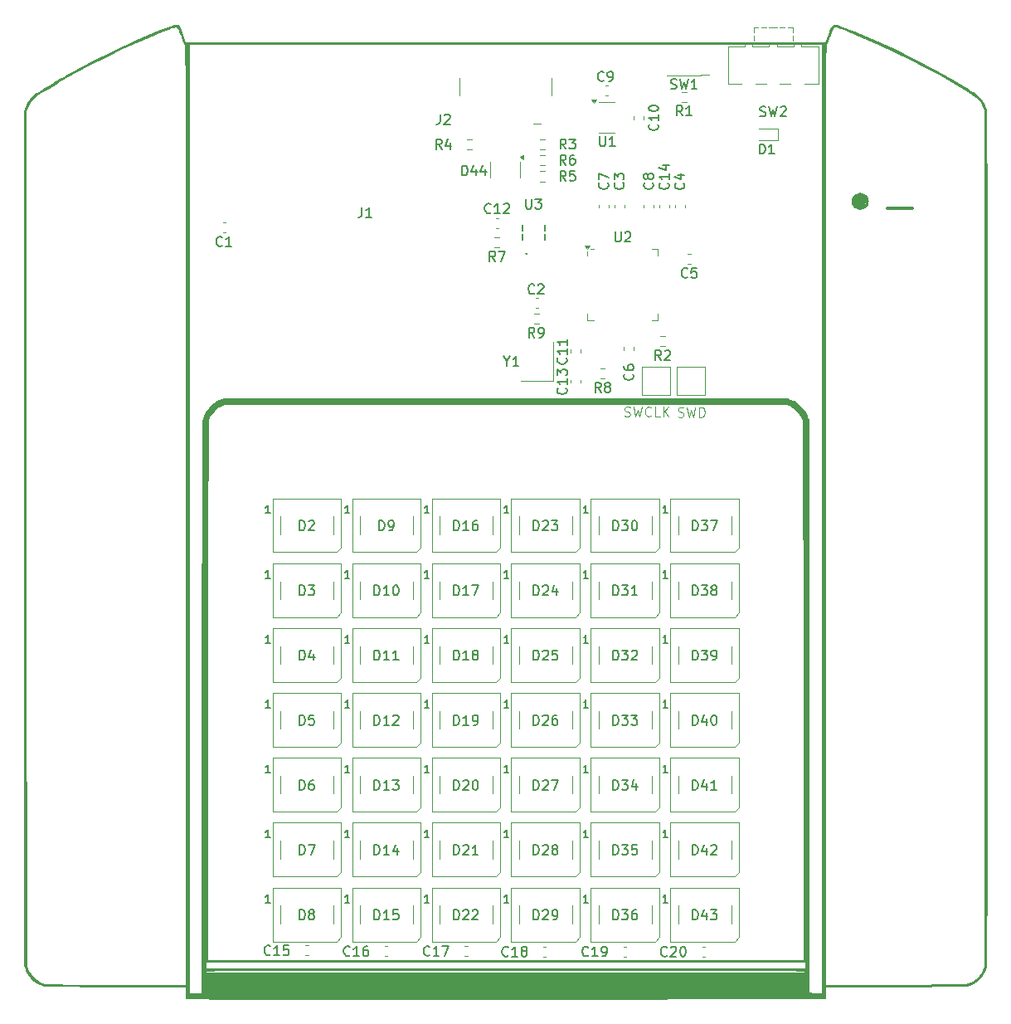
<source format=gbr>
%TF.GenerationSoftware,KiCad,Pcbnew,9.0.1*%
%TF.CreationDate,2025-04-15T01:10:54-06:00*%
%TF.ProjectId,zippy-badge,7a697070-792d-4626-9164-67652e6b6963,rev?*%
%TF.SameCoordinates,PX4d8ff50PY83b6430*%
%TF.FileFunction,Legend,Top*%
%TF.FilePolarity,Positive*%
%FSLAX46Y46*%
G04 Gerber Fmt 4.6, Leading zero omitted, Abs format (unit mm)*
G04 Created by KiCad (PCBNEW 9.0.1) date 2025-04-15 01:10:54*
%MOMM*%
%LPD*%
G01*
G04 APERTURE LIST*
%ADD10C,0.100000*%
%ADD11C,0.150000*%
%ADD12C,0.120000*%
%ADD13C,0.152400*%
%ADD14C,0.300000*%
%ADD15C,0.000000*%
G04 APERTURE END LIST*
D10*
X66586265Y58135200D02*
X66729122Y58087581D01*
X66729122Y58087581D02*
X66967217Y58087581D01*
X66967217Y58087581D02*
X67062455Y58135200D01*
X67062455Y58135200D02*
X67110074Y58182820D01*
X67110074Y58182820D02*
X67157693Y58278058D01*
X67157693Y58278058D02*
X67157693Y58373296D01*
X67157693Y58373296D02*
X67110074Y58468534D01*
X67110074Y58468534D02*
X67062455Y58516153D01*
X67062455Y58516153D02*
X66967217Y58563772D01*
X66967217Y58563772D02*
X66776741Y58611391D01*
X66776741Y58611391D02*
X66681503Y58659010D01*
X66681503Y58659010D02*
X66633884Y58706629D01*
X66633884Y58706629D02*
X66586265Y58801867D01*
X66586265Y58801867D02*
X66586265Y58897105D01*
X66586265Y58897105D02*
X66633884Y58992343D01*
X66633884Y58992343D02*
X66681503Y59039962D01*
X66681503Y59039962D02*
X66776741Y59087581D01*
X66776741Y59087581D02*
X67014836Y59087581D01*
X67014836Y59087581D02*
X67157693Y59039962D01*
X67491027Y59087581D02*
X67729122Y58087581D01*
X67729122Y58087581D02*
X67919598Y58801867D01*
X67919598Y58801867D02*
X68110074Y58087581D01*
X68110074Y58087581D02*
X68348170Y59087581D01*
X68729122Y58087581D02*
X68729122Y59087581D01*
X68729122Y59087581D02*
X68967217Y59087581D01*
X68967217Y59087581D02*
X69110074Y59039962D01*
X69110074Y59039962D02*
X69205312Y58944724D01*
X69205312Y58944724D02*
X69252931Y58849486D01*
X69252931Y58849486D02*
X69300550Y58659010D01*
X69300550Y58659010D02*
X69300550Y58516153D01*
X69300550Y58516153D02*
X69252931Y58325677D01*
X69252931Y58325677D02*
X69205312Y58230439D01*
X69205312Y58230439D02*
X69110074Y58135200D01*
X69110074Y58135200D02*
X68967217Y58087581D01*
X68967217Y58087581D02*
X68729122Y58087581D01*
X61106265Y58175200D02*
X61249122Y58127581D01*
X61249122Y58127581D02*
X61487217Y58127581D01*
X61487217Y58127581D02*
X61582455Y58175200D01*
X61582455Y58175200D02*
X61630074Y58222820D01*
X61630074Y58222820D02*
X61677693Y58318058D01*
X61677693Y58318058D02*
X61677693Y58413296D01*
X61677693Y58413296D02*
X61630074Y58508534D01*
X61630074Y58508534D02*
X61582455Y58556153D01*
X61582455Y58556153D02*
X61487217Y58603772D01*
X61487217Y58603772D02*
X61296741Y58651391D01*
X61296741Y58651391D02*
X61201503Y58699010D01*
X61201503Y58699010D02*
X61153884Y58746629D01*
X61153884Y58746629D02*
X61106265Y58841867D01*
X61106265Y58841867D02*
X61106265Y58937105D01*
X61106265Y58937105D02*
X61153884Y59032343D01*
X61153884Y59032343D02*
X61201503Y59079962D01*
X61201503Y59079962D02*
X61296741Y59127581D01*
X61296741Y59127581D02*
X61534836Y59127581D01*
X61534836Y59127581D02*
X61677693Y59079962D01*
X62011027Y59127581D02*
X62249122Y58127581D01*
X62249122Y58127581D02*
X62439598Y58841867D01*
X62439598Y58841867D02*
X62630074Y58127581D01*
X62630074Y58127581D02*
X62868170Y59127581D01*
X63820550Y58222820D02*
X63772931Y58175200D01*
X63772931Y58175200D02*
X63630074Y58127581D01*
X63630074Y58127581D02*
X63534836Y58127581D01*
X63534836Y58127581D02*
X63391979Y58175200D01*
X63391979Y58175200D02*
X63296741Y58270439D01*
X63296741Y58270439D02*
X63249122Y58365677D01*
X63249122Y58365677D02*
X63201503Y58556153D01*
X63201503Y58556153D02*
X63201503Y58699010D01*
X63201503Y58699010D02*
X63249122Y58889486D01*
X63249122Y58889486D02*
X63296741Y58984724D01*
X63296741Y58984724D02*
X63391979Y59079962D01*
X63391979Y59079962D02*
X63534836Y59127581D01*
X63534836Y59127581D02*
X63630074Y59127581D01*
X63630074Y59127581D02*
X63772931Y59079962D01*
X63772931Y59079962D02*
X63820550Y59032343D01*
X64725312Y58127581D02*
X64249122Y58127581D01*
X64249122Y58127581D02*
X64249122Y59127581D01*
X65058646Y58127581D02*
X65058646Y59127581D01*
X65630074Y58127581D02*
X65201503Y58699010D01*
X65630074Y59127581D02*
X65058646Y58556153D01*
D11*
X27921905Y26665181D02*
X27921905Y27665181D01*
X27921905Y27665181D02*
X28160000Y27665181D01*
X28160000Y27665181D02*
X28302857Y27617562D01*
X28302857Y27617562D02*
X28398095Y27522324D01*
X28398095Y27522324D02*
X28445714Y27427086D01*
X28445714Y27427086D02*
X28493333Y27236610D01*
X28493333Y27236610D02*
X28493333Y27093753D01*
X28493333Y27093753D02*
X28445714Y26903277D01*
X28445714Y26903277D02*
X28398095Y26808039D01*
X28398095Y26808039D02*
X28302857Y26712800D01*
X28302857Y26712800D02*
X28160000Y26665181D01*
X28160000Y26665181D02*
X27921905Y26665181D01*
X29398095Y27665181D02*
X28921905Y27665181D01*
X28921905Y27665181D02*
X28874286Y27188991D01*
X28874286Y27188991D02*
X28921905Y27236610D01*
X28921905Y27236610D02*
X29017143Y27284229D01*
X29017143Y27284229D02*
X29255238Y27284229D01*
X29255238Y27284229D02*
X29350476Y27236610D01*
X29350476Y27236610D02*
X29398095Y27188991D01*
X29398095Y27188991D02*
X29445714Y27093753D01*
X29445714Y27093753D02*
X29445714Y26855658D01*
X29445714Y26855658D02*
X29398095Y26760420D01*
X29398095Y26760420D02*
X29350476Y26712800D01*
X29350476Y26712800D02*
X29255238Y26665181D01*
X29255238Y26665181D02*
X29017143Y26665181D01*
X29017143Y26665181D02*
X28921905Y26712800D01*
X28921905Y26712800D02*
X28874286Y26760420D01*
X24918571Y28417705D02*
X24461428Y28417705D01*
X24690000Y28417705D02*
X24690000Y29217705D01*
X24690000Y29217705D02*
X24613809Y29103420D01*
X24613809Y29103420D02*
X24537619Y29027229D01*
X24537619Y29027229D02*
X24461428Y28989134D01*
X51805714Y46525181D02*
X51805714Y47525181D01*
X51805714Y47525181D02*
X52043809Y47525181D01*
X52043809Y47525181D02*
X52186666Y47477562D01*
X52186666Y47477562D02*
X52281904Y47382324D01*
X52281904Y47382324D02*
X52329523Y47287086D01*
X52329523Y47287086D02*
X52377142Y47096610D01*
X52377142Y47096610D02*
X52377142Y46953753D01*
X52377142Y46953753D02*
X52329523Y46763277D01*
X52329523Y46763277D02*
X52281904Y46668039D01*
X52281904Y46668039D02*
X52186666Y46572800D01*
X52186666Y46572800D02*
X52043809Y46525181D01*
X52043809Y46525181D02*
X51805714Y46525181D01*
X52758095Y47429943D02*
X52805714Y47477562D01*
X52805714Y47477562D02*
X52900952Y47525181D01*
X52900952Y47525181D02*
X53139047Y47525181D01*
X53139047Y47525181D02*
X53234285Y47477562D01*
X53234285Y47477562D02*
X53281904Y47429943D01*
X53281904Y47429943D02*
X53329523Y47334705D01*
X53329523Y47334705D02*
X53329523Y47239467D01*
X53329523Y47239467D02*
X53281904Y47096610D01*
X53281904Y47096610D02*
X52710476Y46525181D01*
X52710476Y46525181D02*
X53329523Y46525181D01*
X53662857Y47525181D02*
X54281904Y47525181D01*
X54281904Y47525181D02*
X53948571Y47144229D01*
X53948571Y47144229D02*
X54091428Y47144229D01*
X54091428Y47144229D02*
X54186666Y47096610D01*
X54186666Y47096610D02*
X54234285Y47048991D01*
X54234285Y47048991D02*
X54281904Y46953753D01*
X54281904Y46953753D02*
X54281904Y46715658D01*
X54281904Y46715658D02*
X54234285Y46620420D01*
X54234285Y46620420D02*
X54186666Y46572800D01*
X54186666Y46572800D02*
X54091428Y46525181D01*
X54091428Y46525181D02*
X53805714Y46525181D01*
X53805714Y46525181D02*
X53710476Y46572800D01*
X53710476Y46572800D02*
X53662857Y46620420D01*
X49278571Y48277705D02*
X48821428Y48277705D01*
X49050000Y48277705D02*
X49050000Y49077705D01*
X49050000Y49077705D02*
X48973809Y48963420D01*
X48973809Y48963420D02*
X48897619Y48887229D01*
X48897619Y48887229D02*
X48821428Y48849134D01*
X43685714Y33285181D02*
X43685714Y34285181D01*
X43685714Y34285181D02*
X43923809Y34285181D01*
X43923809Y34285181D02*
X44066666Y34237562D01*
X44066666Y34237562D02*
X44161904Y34142324D01*
X44161904Y34142324D02*
X44209523Y34047086D01*
X44209523Y34047086D02*
X44257142Y33856610D01*
X44257142Y33856610D02*
X44257142Y33713753D01*
X44257142Y33713753D02*
X44209523Y33523277D01*
X44209523Y33523277D02*
X44161904Y33428039D01*
X44161904Y33428039D02*
X44066666Y33332800D01*
X44066666Y33332800D02*
X43923809Y33285181D01*
X43923809Y33285181D02*
X43685714Y33285181D01*
X45209523Y33285181D02*
X44638095Y33285181D01*
X44923809Y33285181D02*
X44923809Y34285181D01*
X44923809Y34285181D02*
X44828571Y34142324D01*
X44828571Y34142324D02*
X44733333Y34047086D01*
X44733333Y34047086D02*
X44638095Y33999467D01*
X45780952Y33856610D02*
X45685714Y33904229D01*
X45685714Y33904229D02*
X45638095Y33951848D01*
X45638095Y33951848D02*
X45590476Y34047086D01*
X45590476Y34047086D02*
X45590476Y34094705D01*
X45590476Y34094705D02*
X45638095Y34189943D01*
X45638095Y34189943D02*
X45685714Y34237562D01*
X45685714Y34237562D02*
X45780952Y34285181D01*
X45780952Y34285181D02*
X45971428Y34285181D01*
X45971428Y34285181D02*
X46066666Y34237562D01*
X46066666Y34237562D02*
X46114285Y34189943D01*
X46114285Y34189943D02*
X46161904Y34094705D01*
X46161904Y34094705D02*
X46161904Y34047086D01*
X46161904Y34047086D02*
X46114285Y33951848D01*
X46114285Y33951848D02*
X46066666Y33904229D01*
X46066666Y33904229D02*
X45971428Y33856610D01*
X45971428Y33856610D02*
X45780952Y33856610D01*
X45780952Y33856610D02*
X45685714Y33808991D01*
X45685714Y33808991D02*
X45638095Y33761372D01*
X45638095Y33761372D02*
X45590476Y33666134D01*
X45590476Y33666134D02*
X45590476Y33475658D01*
X45590476Y33475658D02*
X45638095Y33380420D01*
X45638095Y33380420D02*
X45685714Y33332800D01*
X45685714Y33332800D02*
X45780952Y33285181D01*
X45780952Y33285181D02*
X45971428Y33285181D01*
X45971428Y33285181D02*
X46066666Y33332800D01*
X46066666Y33332800D02*
X46114285Y33380420D01*
X46114285Y33380420D02*
X46161904Y33475658D01*
X46161904Y33475658D02*
X46161904Y33666134D01*
X46161904Y33666134D02*
X46114285Y33761372D01*
X46114285Y33761372D02*
X46066666Y33808991D01*
X46066666Y33808991D02*
X45971428Y33856610D01*
X41158571Y35037705D02*
X40701428Y35037705D01*
X40930000Y35037705D02*
X40930000Y35837705D01*
X40930000Y35837705D02*
X40853809Y35723420D01*
X40853809Y35723420D02*
X40777619Y35647229D01*
X40777619Y35647229D02*
X40701428Y35609134D01*
X59925714Y6805181D02*
X59925714Y7805181D01*
X59925714Y7805181D02*
X60163809Y7805181D01*
X60163809Y7805181D02*
X60306666Y7757562D01*
X60306666Y7757562D02*
X60401904Y7662324D01*
X60401904Y7662324D02*
X60449523Y7567086D01*
X60449523Y7567086D02*
X60497142Y7376610D01*
X60497142Y7376610D02*
X60497142Y7233753D01*
X60497142Y7233753D02*
X60449523Y7043277D01*
X60449523Y7043277D02*
X60401904Y6948039D01*
X60401904Y6948039D02*
X60306666Y6852800D01*
X60306666Y6852800D02*
X60163809Y6805181D01*
X60163809Y6805181D02*
X59925714Y6805181D01*
X60830476Y7805181D02*
X61449523Y7805181D01*
X61449523Y7805181D02*
X61116190Y7424229D01*
X61116190Y7424229D02*
X61259047Y7424229D01*
X61259047Y7424229D02*
X61354285Y7376610D01*
X61354285Y7376610D02*
X61401904Y7328991D01*
X61401904Y7328991D02*
X61449523Y7233753D01*
X61449523Y7233753D02*
X61449523Y6995658D01*
X61449523Y6995658D02*
X61401904Y6900420D01*
X61401904Y6900420D02*
X61354285Y6852800D01*
X61354285Y6852800D02*
X61259047Y6805181D01*
X61259047Y6805181D02*
X60973333Y6805181D01*
X60973333Y6805181D02*
X60878095Y6852800D01*
X60878095Y6852800D02*
X60830476Y6900420D01*
X62306666Y7805181D02*
X62116190Y7805181D01*
X62116190Y7805181D02*
X62020952Y7757562D01*
X62020952Y7757562D02*
X61973333Y7709943D01*
X61973333Y7709943D02*
X61878095Y7567086D01*
X61878095Y7567086D02*
X61830476Y7376610D01*
X61830476Y7376610D02*
X61830476Y6995658D01*
X61830476Y6995658D02*
X61878095Y6900420D01*
X61878095Y6900420D02*
X61925714Y6852800D01*
X61925714Y6852800D02*
X62020952Y6805181D01*
X62020952Y6805181D02*
X62211428Y6805181D01*
X62211428Y6805181D02*
X62306666Y6852800D01*
X62306666Y6852800D02*
X62354285Y6900420D01*
X62354285Y6900420D02*
X62401904Y6995658D01*
X62401904Y6995658D02*
X62401904Y7233753D01*
X62401904Y7233753D02*
X62354285Y7328991D01*
X62354285Y7328991D02*
X62306666Y7376610D01*
X62306666Y7376610D02*
X62211428Y7424229D01*
X62211428Y7424229D02*
X62020952Y7424229D01*
X62020952Y7424229D02*
X61925714Y7376610D01*
X61925714Y7376610D02*
X61878095Y7328991D01*
X61878095Y7328991D02*
X61830476Y7233753D01*
X57398571Y8557705D02*
X56941428Y8557705D01*
X57170000Y8557705D02*
X57170000Y9357705D01*
X57170000Y9357705D02*
X57093809Y9243420D01*
X57093809Y9243420D02*
X57017619Y9167229D01*
X57017619Y9167229D02*
X56941428Y9129134D01*
X41217142Y3200420D02*
X41169523Y3152800D01*
X41169523Y3152800D02*
X41026666Y3105181D01*
X41026666Y3105181D02*
X40931428Y3105181D01*
X40931428Y3105181D02*
X40788571Y3152800D01*
X40788571Y3152800D02*
X40693333Y3248039D01*
X40693333Y3248039D02*
X40645714Y3343277D01*
X40645714Y3343277D02*
X40598095Y3533753D01*
X40598095Y3533753D02*
X40598095Y3676610D01*
X40598095Y3676610D02*
X40645714Y3867086D01*
X40645714Y3867086D02*
X40693333Y3962324D01*
X40693333Y3962324D02*
X40788571Y4057562D01*
X40788571Y4057562D02*
X40931428Y4105181D01*
X40931428Y4105181D02*
X41026666Y4105181D01*
X41026666Y4105181D02*
X41169523Y4057562D01*
X41169523Y4057562D02*
X41217142Y4009943D01*
X42169523Y3105181D02*
X41598095Y3105181D01*
X41883809Y3105181D02*
X41883809Y4105181D01*
X41883809Y4105181D02*
X41788571Y3962324D01*
X41788571Y3962324D02*
X41693333Y3867086D01*
X41693333Y3867086D02*
X41598095Y3819467D01*
X42502857Y4105181D02*
X43169523Y4105181D01*
X43169523Y4105181D02*
X42740952Y3105181D01*
X51805714Y39905181D02*
X51805714Y40905181D01*
X51805714Y40905181D02*
X52043809Y40905181D01*
X52043809Y40905181D02*
X52186666Y40857562D01*
X52186666Y40857562D02*
X52281904Y40762324D01*
X52281904Y40762324D02*
X52329523Y40667086D01*
X52329523Y40667086D02*
X52377142Y40476610D01*
X52377142Y40476610D02*
X52377142Y40333753D01*
X52377142Y40333753D02*
X52329523Y40143277D01*
X52329523Y40143277D02*
X52281904Y40048039D01*
X52281904Y40048039D02*
X52186666Y39952800D01*
X52186666Y39952800D02*
X52043809Y39905181D01*
X52043809Y39905181D02*
X51805714Y39905181D01*
X52758095Y40809943D02*
X52805714Y40857562D01*
X52805714Y40857562D02*
X52900952Y40905181D01*
X52900952Y40905181D02*
X53139047Y40905181D01*
X53139047Y40905181D02*
X53234285Y40857562D01*
X53234285Y40857562D02*
X53281904Y40809943D01*
X53281904Y40809943D02*
X53329523Y40714705D01*
X53329523Y40714705D02*
X53329523Y40619467D01*
X53329523Y40619467D02*
X53281904Y40476610D01*
X53281904Y40476610D02*
X52710476Y39905181D01*
X52710476Y39905181D02*
X53329523Y39905181D01*
X54186666Y40571848D02*
X54186666Y39905181D01*
X53948571Y40952800D02*
X53710476Y40238515D01*
X53710476Y40238515D02*
X54329523Y40238515D01*
X49278571Y41657705D02*
X48821428Y41657705D01*
X49050000Y41657705D02*
X49050000Y42457705D01*
X49050000Y42457705D02*
X48973809Y42343420D01*
X48973809Y42343420D02*
X48897619Y42267229D01*
X48897619Y42267229D02*
X48821428Y42229134D01*
X27921905Y13425181D02*
X27921905Y14425181D01*
X27921905Y14425181D02*
X28160000Y14425181D01*
X28160000Y14425181D02*
X28302857Y14377562D01*
X28302857Y14377562D02*
X28398095Y14282324D01*
X28398095Y14282324D02*
X28445714Y14187086D01*
X28445714Y14187086D02*
X28493333Y13996610D01*
X28493333Y13996610D02*
X28493333Y13853753D01*
X28493333Y13853753D02*
X28445714Y13663277D01*
X28445714Y13663277D02*
X28398095Y13568039D01*
X28398095Y13568039D02*
X28302857Y13472800D01*
X28302857Y13472800D02*
X28160000Y13425181D01*
X28160000Y13425181D02*
X27921905Y13425181D01*
X28826667Y14425181D02*
X29493333Y14425181D01*
X29493333Y14425181D02*
X29064762Y13425181D01*
X24918571Y15177705D02*
X24461428Y15177705D01*
X24690000Y15177705D02*
X24690000Y15977705D01*
X24690000Y15977705D02*
X24613809Y15863420D01*
X24613809Y15863420D02*
X24537619Y15787229D01*
X24537619Y15787229D02*
X24461428Y15749134D01*
X42296666Y88975181D02*
X42296666Y88260896D01*
X42296666Y88260896D02*
X42249047Y88118039D01*
X42249047Y88118039D02*
X42153809Y88022800D01*
X42153809Y88022800D02*
X42010952Y87975181D01*
X42010952Y87975181D02*
X41915714Y87975181D01*
X42725238Y88879943D02*
X42772857Y88927562D01*
X42772857Y88927562D02*
X42868095Y88975181D01*
X42868095Y88975181D02*
X43106190Y88975181D01*
X43106190Y88975181D02*
X43201428Y88927562D01*
X43201428Y88927562D02*
X43249047Y88879943D01*
X43249047Y88879943D02*
X43296666Y88784705D01*
X43296666Y88784705D02*
X43296666Y88689467D01*
X43296666Y88689467D02*
X43249047Y88546610D01*
X43249047Y88546610D02*
X42677619Y87975181D01*
X42677619Y87975181D02*
X43296666Y87975181D01*
X35565714Y20045181D02*
X35565714Y21045181D01*
X35565714Y21045181D02*
X35803809Y21045181D01*
X35803809Y21045181D02*
X35946666Y20997562D01*
X35946666Y20997562D02*
X36041904Y20902324D01*
X36041904Y20902324D02*
X36089523Y20807086D01*
X36089523Y20807086D02*
X36137142Y20616610D01*
X36137142Y20616610D02*
X36137142Y20473753D01*
X36137142Y20473753D02*
X36089523Y20283277D01*
X36089523Y20283277D02*
X36041904Y20188039D01*
X36041904Y20188039D02*
X35946666Y20092800D01*
X35946666Y20092800D02*
X35803809Y20045181D01*
X35803809Y20045181D02*
X35565714Y20045181D01*
X37089523Y20045181D02*
X36518095Y20045181D01*
X36803809Y20045181D02*
X36803809Y21045181D01*
X36803809Y21045181D02*
X36708571Y20902324D01*
X36708571Y20902324D02*
X36613333Y20807086D01*
X36613333Y20807086D02*
X36518095Y20759467D01*
X37422857Y21045181D02*
X38041904Y21045181D01*
X38041904Y21045181D02*
X37708571Y20664229D01*
X37708571Y20664229D02*
X37851428Y20664229D01*
X37851428Y20664229D02*
X37946666Y20616610D01*
X37946666Y20616610D02*
X37994285Y20568991D01*
X37994285Y20568991D02*
X38041904Y20473753D01*
X38041904Y20473753D02*
X38041904Y20235658D01*
X38041904Y20235658D02*
X37994285Y20140420D01*
X37994285Y20140420D02*
X37946666Y20092800D01*
X37946666Y20092800D02*
X37851428Y20045181D01*
X37851428Y20045181D02*
X37565714Y20045181D01*
X37565714Y20045181D02*
X37470476Y20092800D01*
X37470476Y20092800D02*
X37422857Y20140420D01*
X33038571Y21797705D02*
X32581428Y21797705D01*
X32810000Y21797705D02*
X32810000Y22597705D01*
X32810000Y22597705D02*
X32733809Y22483420D01*
X32733809Y22483420D02*
X32657619Y22407229D01*
X32657619Y22407229D02*
X32581428Y22369134D01*
X68045714Y13425181D02*
X68045714Y14425181D01*
X68045714Y14425181D02*
X68283809Y14425181D01*
X68283809Y14425181D02*
X68426666Y14377562D01*
X68426666Y14377562D02*
X68521904Y14282324D01*
X68521904Y14282324D02*
X68569523Y14187086D01*
X68569523Y14187086D02*
X68617142Y13996610D01*
X68617142Y13996610D02*
X68617142Y13853753D01*
X68617142Y13853753D02*
X68569523Y13663277D01*
X68569523Y13663277D02*
X68521904Y13568039D01*
X68521904Y13568039D02*
X68426666Y13472800D01*
X68426666Y13472800D02*
X68283809Y13425181D01*
X68283809Y13425181D02*
X68045714Y13425181D01*
X69474285Y14091848D02*
X69474285Y13425181D01*
X69236190Y14472800D02*
X68998095Y13758515D01*
X68998095Y13758515D02*
X69617142Y13758515D01*
X69950476Y14329943D02*
X69998095Y14377562D01*
X69998095Y14377562D02*
X70093333Y14425181D01*
X70093333Y14425181D02*
X70331428Y14425181D01*
X70331428Y14425181D02*
X70426666Y14377562D01*
X70426666Y14377562D02*
X70474285Y14329943D01*
X70474285Y14329943D02*
X70521904Y14234705D01*
X70521904Y14234705D02*
X70521904Y14139467D01*
X70521904Y14139467D02*
X70474285Y13996610D01*
X70474285Y13996610D02*
X69902857Y13425181D01*
X69902857Y13425181D02*
X70521904Y13425181D01*
X65518571Y15177705D02*
X65061428Y15177705D01*
X65290000Y15177705D02*
X65290000Y15977705D01*
X65290000Y15977705D02*
X65213809Y15863420D01*
X65213809Y15863420D02*
X65137619Y15787229D01*
X65137619Y15787229D02*
X65061428Y15749134D01*
X27921905Y6805181D02*
X27921905Y7805181D01*
X27921905Y7805181D02*
X28160000Y7805181D01*
X28160000Y7805181D02*
X28302857Y7757562D01*
X28302857Y7757562D02*
X28398095Y7662324D01*
X28398095Y7662324D02*
X28445714Y7567086D01*
X28445714Y7567086D02*
X28493333Y7376610D01*
X28493333Y7376610D02*
X28493333Y7233753D01*
X28493333Y7233753D02*
X28445714Y7043277D01*
X28445714Y7043277D02*
X28398095Y6948039D01*
X28398095Y6948039D02*
X28302857Y6852800D01*
X28302857Y6852800D02*
X28160000Y6805181D01*
X28160000Y6805181D02*
X27921905Y6805181D01*
X29064762Y7376610D02*
X28969524Y7424229D01*
X28969524Y7424229D02*
X28921905Y7471848D01*
X28921905Y7471848D02*
X28874286Y7567086D01*
X28874286Y7567086D02*
X28874286Y7614705D01*
X28874286Y7614705D02*
X28921905Y7709943D01*
X28921905Y7709943D02*
X28969524Y7757562D01*
X28969524Y7757562D02*
X29064762Y7805181D01*
X29064762Y7805181D02*
X29255238Y7805181D01*
X29255238Y7805181D02*
X29350476Y7757562D01*
X29350476Y7757562D02*
X29398095Y7709943D01*
X29398095Y7709943D02*
X29445714Y7614705D01*
X29445714Y7614705D02*
X29445714Y7567086D01*
X29445714Y7567086D02*
X29398095Y7471848D01*
X29398095Y7471848D02*
X29350476Y7424229D01*
X29350476Y7424229D02*
X29255238Y7376610D01*
X29255238Y7376610D02*
X29064762Y7376610D01*
X29064762Y7376610D02*
X28969524Y7328991D01*
X28969524Y7328991D02*
X28921905Y7281372D01*
X28921905Y7281372D02*
X28874286Y7186134D01*
X28874286Y7186134D02*
X28874286Y6995658D01*
X28874286Y6995658D02*
X28921905Y6900420D01*
X28921905Y6900420D02*
X28969524Y6852800D01*
X28969524Y6852800D02*
X29064762Y6805181D01*
X29064762Y6805181D02*
X29255238Y6805181D01*
X29255238Y6805181D02*
X29350476Y6852800D01*
X29350476Y6852800D02*
X29398095Y6900420D01*
X29398095Y6900420D02*
X29445714Y6995658D01*
X29445714Y6995658D02*
X29445714Y7186134D01*
X29445714Y7186134D02*
X29398095Y7281372D01*
X29398095Y7281372D02*
X29350476Y7328991D01*
X29350476Y7328991D02*
X29255238Y7376610D01*
X24918571Y8557705D02*
X24461428Y8557705D01*
X24690000Y8557705D02*
X24690000Y9357705D01*
X24690000Y9357705D02*
X24613809Y9243420D01*
X24613809Y9243420D02*
X24537619Y9167229D01*
X24537619Y9167229D02*
X24461428Y9129134D01*
X44515714Y82735181D02*
X44515714Y83735181D01*
X44515714Y83735181D02*
X44753809Y83735181D01*
X44753809Y83735181D02*
X44896666Y83687562D01*
X44896666Y83687562D02*
X44991904Y83592324D01*
X44991904Y83592324D02*
X45039523Y83497086D01*
X45039523Y83497086D02*
X45087142Y83306610D01*
X45087142Y83306610D02*
X45087142Y83163753D01*
X45087142Y83163753D02*
X45039523Y82973277D01*
X45039523Y82973277D02*
X44991904Y82878039D01*
X44991904Y82878039D02*
X44896666Y82782800D01*
X44896666Y82782800D02*
X44753809Y82735181D01*
X44753809Y82735181D02*
X44515714Y82735181D01*
X45944285Y83401848D02*
X45944285Y82735181D01*
X45706190Y83782800D02*
X45468095Y83068515D01*
X45468095Y83068515D02*
X46087142Y83068515D01*
X46896666Y83401848D02*
X46896666Y82735181D01*
X46658571Y83782800D02*
X46420476Y83068515D01*
X46420476Y83068515D02*
X47039523Y83068515D01*
X27921905Y46525181D02*
X27921905Y47525181D01*
X27921905Y47525181D02*
X28160000Y47525181D01*
X28160000Y47525181D02*
X28302857Y47477562D01*
X28302857Y47477562D02*
X28398095Y47382324D01*
X28398095Y47382324D02*
X28445714Y47287086D01*
X28445714Y47287086D02*
X28493333Y47096610D01*
X28493333Y47096610D02*
X28493333Y46953753D01*
X28493333Y46953753D02*
X28445714Y46763277D01*
X28445714Y46763277D02*
X28398095Y46668039D01*
X28398095Y46668039D02*
X28302857Y46572800D01*
X28302857Y46572800D02*
X28160000Y46525181D01*
X28160000Y46525181D02*
X27921905Y46525181D01*
X28874286Y47429943D02*
X28921905Y47477562D01*
X28921905Y47477562D02*
X29017143Y47525181D01*
X29017143Y47525181D02*
X29255238Y47525181D01*
X29255238Y47525181D02*
X29350476Y47477562D01*
X29350476Y47477562D02*
X29398095Y47429943D01*
X29398095Y47429943D02*
X29445714Y47334705D01*
X29445714Y47334705D02*
X29445714Y47239467D01*
X29445714Y47239467D02*
X29398095Y47096610D01*
X29398095Y47096610D02*
X28826667Y46525181D01*
X28826667Y46525181D02*
X29445714Y46525181D01*
X24918571Y48277705D02*
X24461428Y48277705D01*
X24690000Y48277705D02*
X24690000Y49077705D01*
X24690000Y49077705D02*
X24613809Y48963420D01*
X24613809Y48963420D02*
X24537619Y48887229D01*
X24537619Y48887229D02*
X24461428Y48849134D01*
X58578095Y86725181D02*
X58578095Y85915658D01*
X58578095Y85915658D02*
X58625714Y85820420D01*
X58625714Y85820420D02*
X58673333Y85772800D01*
X58673333Y85772800D02*
X58768571Y85725181D01*
X58768571Y85725181D02*
X58959047Y85725181D01*
X58959047Y85725181D02*
X59054285Y85772800D01*
X59054285Y85772800D02*
X59101904Y85820420D01*
X59101904Y85820420D02*
X59149523Y85915658D01*
X59149523Y85915658D02*
X59149523Y86725181D01*
X60149523Y85725181D02*
X59578095Y85725181D01*
X59863809Y85725181D02*
X59863809Y86725181D01*
X59863809Y86725181D02*
X59768571Y86582324D01*
X59768571Y86582324D02*
X59673333Y86487086D01*
X59673333Y86487086D02*
X59578095Y86439467D01*
X43685714Y13425181D02*
X43685714Y14425181D01*
X43685714Y14425181D02*
X43923809Y14425181D01*
X43923809Y14425181D02*
X44066666Y14377562D01*
X44066666Y14377562D02*
X44161904Y14282324D01*
X44161904Y14282324D02*
X44209523Y14187086D01*
X44209523Y14187086D02*
X44257142Y13996610D01*
X44257142Y13996610D02*
X44257142Y13853753D01*
X44257142Y13853753D02*
X44209523Y13663277D01*
X44209523Y13663277D02*
X44161904Y13568039D01*
X44161904Y13568039D02*
X44066666Y13472800D01*
X44066666Y13472800D02*
X43923809Y13425181D01*
X43923809Y13425181D02*
X43685714Y13425181D01*
X44638095Y14329943D02*
X44685714Y14377562D01*
X44685714Y14377562D02*
X44780952Y14425181D01*
X44780952Y14425181D02*
X45019047Y14425181D01*
X45019047Y14425181D02*
X45114285Y14377562D01*
X45114285Y14377562D02*
X45161904Y14329943D01*
X45161904Y14329943D02*
X45209523Y14234705D01*
X45209523Y14234705D02*
X45209523Y14139467D01*
X45209523Y14139467D02*
X45161904Y13996610D01*
X45161904Y13996610D02*
X44590476Y13425181D01*
X44590476Y13425181D02*
X45209523Y13425181D01*
X46161904Y13425181D02*
X45590476Y13425181D01*
X45876190Y13425181D02*
X45876190Y14425181D01*
X45876190Y14425181D02*
X45780952Y14282324D01*
X45780952Y14282324D02*
X45685714Y14187086D01*
X45685714Y14187086D02*
X45590476Y14139467D01*
X41158571Y15177705D02*
X40701428Y15177705D01*
X40930000Y15177705D02*
X40930000Y15977705D01*
X40930000Y15977705D02*
X40853809Y15863420D01*
X40853809Y15863420D02*
X40777619Y15787229D01*
X40777619Y15787229D02*
X40701428Y15749134D01*
X67018333Y88845181D02*
X66685000Y89321372D01*
X66446905Y88845181D02*
X66446905Y89845181D01*
X66446905Y89845181D02*
X66827857Y89845181D01*
X66827857Y89845181D02*
X66923095Y89797562D01*
X66923095Y89797562D02*
X66970714Y89749943D01*
X66970714Y89749943D02*
X67018333Y89654705D01*
X67018333Y89654705D02*
X67018333Y89511848D01*
X67018333Y89511848D02*
X66970714Y89416610D01*
X66970714Y89416610D02*
X66923095Y89368991D01*
X66923095Y89368991D02*
X66827857Y89321372D01*
X66827857Y89321372D02*
X66446905Y89321372D01*
X67970714Y88845181D02*
X67399286Y88845181D01*
X67685000Y88845181D02*
X67685000Y89845181D01*
X67685000Y89845181D02*
X67589762Y89702324D01*
X67589762Y89702324D02*
X67494524Y89607086D01*
X67494524Y89607086D02*
X67399286Y89559467D01*
X58987753Y92440420D02*
X58940134Y92392800D01*
X58940134Y92392800D02*
X58797277Y92345181D01*
X58797277Y92345181D02*
X58702039Y92345181D01*
X58702039Y92345181D02*
X58559182Y92392800D01*
X58559182Y92392800D02*
X58463944Y92488039D01*
X58463944Y92488039D02*
X58416325Y92583277D01*
X58416325Y92583277D02*
X58368706Y92773753D01*
X58368706Y92773753D02*
X58368706Y92916610D01*
X58368706Y92916610D02*
X58416325Y93107086D01*
X58416325Y93107086D02*
X58463944Y93202324D01*
X58463944Y93202324D02*
X58559182Y93297562D01*
X58559182Y93297562D02*
X58702039Y93345181D01*
X58702039Y93345181D02*
X58797277Y93345181D01*
X58797277Y93345181D02*
X58940134Y93297562D01*
X58940134Y93297562D02*
X58987753Y93249943D01*
X59463944Y92345181D02*
X59654420Y92345181D01*
X59654420Y92345181D02*
X59749658Y92392800D01*
X59749658Y92392800D02*
X59797277Y92440420D01*
X59797277Y92440420D02*
X59892515Y92583277D01*
X59892515Y92583277D02*
X59940134Y92773753D01*
X59940134Y92773753D02*
X59940134Y93154705D01*
X59940134Y93154705D02*
X59892515Y93249943D01*
X59892515Y93249943D02*
X59844896Y93297562D01*
X59844896Y93297562D02*
X59749658Y93345181D01*
X59749658Y93345181D02*
X59559182Y93345181D01*
X59559182Y93345181D02*
X59463944Y93297562D01*
X59463944Y93297562D02*
X59416325Y93249943D01*
X59416325Y93249943D02*
X59368706Y93154705D01*
X59368706Y93154705D02*
X59368706Y92916610D01*
X59368706Y92916610D02*
X59416325Y92821372D01*
X59416325Y92821372D02*
X59463944Y92773753D01*
X59463944Y92773753D02*
X59559182Y92726134D01*
X59559182Y92726134D02*
X59749658Y92726134D01*
X59749658Y92726134D02*
X59844896Y92773753D01*
X59844896Y92773753D02*
X59892515Y92821372D01*
X59892515Y92821372D02*
X59940134Y92916610D01*
X58698333Y60595181D02*
X58365000Y61071372D01*
X58126905Y60595181D02*
X58126905Y61595181D01*
X58126905Y61595181D02*
X58507857Y61595181D01*
X58507857Y61595181D02*
X58603095Y61547562D01*
X58603095Y61547562D02*
X58650714Y61499943D01*
X58650714Y61499943D02*
X58698333Y61404705D01*
X58698333Y61404705D02*
X58698333Y61261848D01*
X58698333Y61261848D02*
X58650714Y61166610D01*
X58650714Y61166610D02*
X58603095Y61118991D01*
X58603095Y61118991D02*
X58507857Y61071372D01*
X58507857Y61071372D02*
X58126905Y61071372D01*
X59269762Y61166610D02*
X59174524Y61214229D01*
X59174524Y61214229D02*
X59126905Y61261848D01*
X59126905Y61261848D02*
X59079286Y61357086D01*
X59079286Y61357086D02*
X59079286Y61404705D01*
X59079286Y61404705D02*
X59126905Y61499943D01*
X59126905Y61499943D02*
X59174524Y61547562D01*
X59174524Y61547562D02*
X59269762Y61595181D01*
X59269762Y61595181D02*
X59460238Y61595181D01*
X59460238Y61595181D02*
X59555476Y61547562D01*
X59555476Y61547562D02*
X59603095Y61499943D01*
X59603095Y61499943D02*
X59650714Y61404705D01*
X59650714Y61404705D02*
X59650714Y61357086D01*
X59650714Y61357086D02*
X59603095Y61261848D01*
X59603095Y61261848D02*
X59555476Y61214229D01*
X59555476Y61214229D02*
X59460238Y61166610D01*
X59460238Y61166610D02*
X59269762Y61166610D01*
X59269762Y61166610D02*
X59174524Y61118991D01*
X59174524Y61118991D02*
X59126905Y61071372D01*
X59126905Y61071372D02*
X59079286Y60976134D01*
X59079286Y60976134D02*
X59079286Y60785658D01*
X59079286Y60785658D02*
X59126905Y60690420D01*
X59126905Y60690420D02*
X59174524Y60642800D01*
X59174524Y60642800D02*
X59269762Y60595181D01*
X59269762Y60595181D02*
X59460238Y60595181D01*
X59460238Y60595181D02*
X59555476Y60642800D01*
X59555476Y60642800D02*
X59603095Y60690420D01*
X59603095Y60690420D02*
X59650714Y60785658D01*
X59650714Y60785658D02*
X59650714Y60976134D01*
X59650714Y60976134D02*
X59603095Y61071372D01*
X59603095Y61071372D02*
X59555476Y61118991D01*
X59555476Y61118991D02*
X59460238Y61166610D01*
X65549580Y81957143D02*
X65597200Y81909524D01*
X65597200Y81909524D02*
X65644819Y81766667D01*
X65644819Y81766667D02*
X65644819Y81671429D01*
X65644819Y81671429D02*
X65597200Y81528572D01*
X65597200Y81528572D02*
X65501961Y81433334D01*
X65501961Y81433334D02*
X65406723Y81385715D01*
X65406723Y81385715D02*
X65216247Y81338096D01*
X65216247Y81338096D02*
X65073390Y81338096D01*
X65073390Y81338096D02*
X64882914Y81385715D01*
X64882914Y81385715D02*
X64787676Y81433334D01*
X64787676Y81433334D02*
X64692438Y81528572D01*
X64692438Y81528572D02*
X64644819Y81671429D01*
X64644819Y81671429D02*
X64644819Y81766667D01*
X64644819Y81766667D02*
X64692438Y81909524D01*
X64692438Y81909524D02*
X64740057Y81957143D01*
X65644819Y82909524D02*
X65644819Y82338096D01*
X65644819Y82623810D02*
X64644819Y82623810D01*
X64644819Y82623810D02*
X64787676Y82528572D01*
X64787676Y82528572D02*
X64882914Y82433334D01*
X64882914Y82433334D02*
X64930533Y82338096D01*
X64978152Y83766667D02*
X65644819Y83766667D01*
X64597200Y83528572D02*
X65311485Y83290477D01*
X65311485Y83290477D02*
X65311485Y83909524D01*
X68045714Y6805181D02*
X68045714Y7805181D01*
X68045714Y7805181D02*
X68283809Y7805181D01*
X68283809Y7805181D02*
X68426666Y7757562D01*
X68426666Y7757562D02*
X68521904Y7662324D01*
X68521904Y7662324D02*
X68569523Y7567086D01*
X68569523Y7567086D02*
X68617142Y7376610D01*
X68617142Y7376610D02*
X68617142Y7233753D01*
X68617142Y7233753D02*
X68569523Y7043277D01*
X68569523Y7043277D02*
X68521904Y6948039D01*
X68521904Y6948039D02*
X68426666Y6852800D01*
X68426666Y6852800D02*
X68283809Y6805181D01*
X68283809Y6805181D02*
X68045714Y6805181D01*
X69474285Y7471848D02*
X69474285Y6805181D01*
X69236190Y7852800D02*
X68998095Y7138515D01*
X68998095Y7138515D02*
X69617142Y7138515D01*
X69902857Y7805181D02*
X70521904Y7805181D01*
X70521904Y7805181D02*
X70188571Y7424229D01*
X70188571Y7424229D02*
X70331428Y7424229D01*
X70331428Y7424229D02*
X70426666Y7376610D01*
X70426666Y7376610D02*
X70474285Y7328991D01*
X70474285Y7328991D02*
X70521904Y7233753D01*
X70521904Y7233753D02*
X70521904Y6995658D01*
X70521904Y6995658D02*
X70474285Y6900420D01*
X70474285Y6900420D02*
X70426666Y6852800D01*
X70426666Y6852800D02*
X70331428Y6805181D01*
X70331428Y6805181D02*
X70045714Y6805181D01*
X70045714Y6805181D02*
X69950476Y6852800D01*
X69950476Y6852800D02*
X69902857Y6900420D01*
X65518571Y8557705D02*
X65061428Y8557705D01*
X65290000Y8557705D02*
X65290000Y9357705D01*
X65290000Y9357705D02*
X65213809Y9243420D01*
X65213809Y9243420D02*
X65137619Y9167229D01*
X65137619Y9167229D02*
X65061428Y9129134D01*
X51923333Y66215181D02*
X51590000Y66691372D01*
X51351905Y66215181D02*
X51351905Y67215181D01*
X51351905Y67215181D02*
X51732857Y67215181D01*
X51732857Y67215181D02*
X51828095Y67167562D01*
X51828095Y67167562D02*
X51875714Y67119943D01*
X51875714Y67119943D02*
X51923333Y67024705D01*
X51923333Y67024705D02*
X51923333Y66881848D01*
X51923333Y66881848D02*
X51875714Y66786610D01*
X51875714Y66786610D02*
X51828095Y66738991D01*
X51828095Y66738991D02*
X51732857Y66691372D01*
X51732857Y66691372D02*
X51351905Y66691372D01*
X52399524Y66215181D02*
X52590000Y66215181D01*
X52590000Y66215181D02*
X52685238Y66262800D01*
X52685238Y66262800D02*
X52732857Y66310420D01*
X52732857Y66310420D02*
X52828095Y66453277D01*
X52828095Y66453277D02*
X52875714Y66643753D01*
X52875714Y66643753D02*
X52875714Y67024705D01*
X52875714Y67024705D02*
X52828095Y67119943D01*
X52828095Y67119943D02*
X52780476Y67167562D01*
X52780476Y67167562D02*
X52685238Y67215181D01*
X52685238Y67215181D02*
X52494762Y67215181D01*
X52494762Y67215181D02*
X52399524Y67167562D01*
X52399524Y67167562D02*
X52351905Y67119943D01*
X52351905Y67119943D02*
X52304286Y67024705D01*
X52304286Y67024705D02*
X52304286Y66786610D01*
X52304286Y66786610D02*
X52351905Y66691372D01*
X52351905Y66691372D02*
X52399524Y66643753D01*
X52399524Y66643753D02*
X52494762Y66596134D01*
X52494762Y66596134D02*
X52685238Y66596134D01*
X52685238Y66596134D02*
X52780476Y66643753D01*
X52780476Y66643753D02*
X52828095Y66691372D01*
X52828095Y66691372D02*
X52875714Y66786610D01*
X35565714Y6805181D02*
X35565714Y7805181D01*
X35565714Y7805181D02*
X35803809Y7805181D01*
X35803809Y7805181D02*
X35946666Y7757562D01*
X35946666Y7757562D02*
X36041904Y7662324D01*
X36041904Y7662324D02*
X36089523Y7567086D01*
X36089523Y7567086D02*
X36137142Y7376610D01*
X36137142Y7376610D02*
X36137142Y7233753D01*
X36137142Y7233753D02*
X36089523Y7043277D01*
X36089523Y7043277D02*
X36041904Y6948039D01*
X36041904Y6948039D02*
X35946666Y6852800D01*
X35946666Y6852800D02*
X35803809Y6805181D01*
X35803809Y6805181D02*
X35565714Y6805181D01*
X37089523Y6805181D02*
X36518095Y6805181D01*
X36803809Y6805181D02*
X36803809Y7805181D01*
X36803809Y7805181D02*
X36708571Y7662324D01*
X36708571Y7662324D02*
X36613333Y7567086D01*
X36613333Y7567086D02*
X36518095Y7519467D01*
X37994285Y7805181D02*
X37518095Y7805181D01*
X37518095Y7805181D02*
X37470476Y7328991D01*
X37470476Y7328991D02*
X37518095Y7376610D01*
X37518095Y7376610D02*
X37613333Y7424229D01*
X37613333Y7424229D02*
X37851428Y7424229D01*
X37851428Y7424229D02*
X37946666Y7376610D01*
X37946666Y7376610D02*
X37994285Y7328991D01*
X37994285Y7328991D02*
X38041904Y7233753D01*
X38041904Y7233753D02*
X38041904Y6995658D01*
X38041904Y6995658D02*
X37994285Y6900420D01*
X37994285Y6900420D02*
X37946666Y6852800D01*
X37946666Y6852800D02*
X37851428Y6805181D01*
X37851428Y6805181D02*
X37613333Y6805181D01*
X37613333Y6805181D02*
X37518095Y6852800D01*
X37518095Y6852800D02*
X37470476Y6900420D01*
X33038571Y8557705D02*
X32581428Y8557705D01*
X32810000Y8557705D02*
X32810000Y9357705D01*
X32810000Y9357705D02*
X32733809Y9243420D01*
X32733809Y9243420D02*
X32657619Y9167229D01*
X32657619Y9167229D02*
X32581428Y9129134D01*
X35565714Y33285181D02*
X35565714Y34285181D01*
X35565714Y34285181D02*
X35803809Y34285181D01*
X35803809Y34285181D02*
X35946666Y34237562D01*
X35946666Y34237562D02*
X36041904Y34142324D01*
X36041904Y34142324D02*
X36089523Y34047086D01*
X36089523Y34047086D02*
X36137142Y33856610D01*
X36137142Y33856610D02*
X36137142Y33713753D01*
X36137142Y33713753D02*
X36089523Y33523277D01*
X36089523Y33523277D02*
X36041904Y33428039D01*
X36041904Y33428039D02*
X35946666Y33332800D01*
X35946666Y33332800D02*
X35803809Y33285181D01*
X35803809Y33285181D02*
X35565714Y33285181D01*
X37089523Y33285181D02*
X36518095Y33285181D01*
X36803809Y33285181D02*
X36803809Y34285181D01*
X36803809Y34285181D02*
X36708571Y34142324D01*
X36708571Y34142324D02*
X36613333Y34047086D01*
X36613333Y34047086D02*
X36518095Y33999467D01*
X38041904Y33285181D02*
X37470476Y33285181D01*
X37756190Y33285181D02*
X37756190Y34285181D01*
X37756190Y34285181D02*
X37660952Y34142324D01*
X37660952Y34142324D02*
X37565714Y34047086D01*
X37565714Y34047086D02*
X37470476Y33999467D01*
X33038571Y35037705D02*
X32581428Y35037705D01*
X32810000Y35037705D02*
X32810000Y35837705D01*
X32810000Y35837705D02*
X32733809Y35723420D01*
X32733809Y35723420D02*
X32657619Y35647229D01*
X32657619Y35647229D02*
X32581428Y35609134D01*
X55149580Y64117143D02*
X55197200Y64069524D01*
X55197200Y64069524D02*
X55244819Y63926667D01*
X55244819Y63926667D02*
X55244819Y63831429D01*
X55244819Y63831429D02*
X55197200Y63688572D01*
X55197200Y63688572D02*
X55101961Y63593334D01*
X55101961Y63593334D02*
X55006723Y63545715D01*
X55006723Y63545715D02*
X54816247Y63498096D01*
X54816247Y63498096D02*
X54673390Y63498096D01*
X54673390Y63498096D02*
X54482914Y63545715D01*
X54482914Y63545715D02*
X54387676Y63593334D01*
X54387676Y63593334D02*
X54292438Y63688572D01*
X54292438Y63688572D02*
X54244819Y63831429D01*
X54244819Y63831429D02*
X54244819Y63926667D01*
X54244819Y63926667D02*
X54292438Y64069524D01*
X54292438Y64069524D02*
X54340057Y64117143D01*
X55244819Y65069524D02*
X55244819Y64498096D01*
X55244819Y64783810D02*
X54244819Y64783810D01*
X54244819Y64783810D02*
X54387676Y64688572D01*
X54387676Y64688572D02*
X54482914Y64593334D01*
X54482914Y64593334D02*
X54530533Y64498096D01*
X55244819Y66021905D02*
X55244819Y65450477D01*
X55244819Y65736191D02*
X54244819Y65736191D01*
X54244819Y65736191D02*
X54387676Y65640953D01*
X54387676Y65640953D02*
X54482914Y65545715D01*
X54482914Y65545715D02*
X54530533Y65450477D01*
X74946667Y88812800D02*
X75089524Y88765181D01*
X75089524Y88765181D02*
X75327619Y88765181D01*
X75327619Y88765181D02*
X75422857Y88812800D01*
X75422857Y88812800D02*
X75470476Y88860420D01*
X75470476Y88860420D02*
X75518095Y88955658D01*
X75518095Y88955658D02*
X75518095Y89050896D01*
X75518095Y89050896D02*
X75470476Y89146134D01*
X75470476Y89146134D02*
X75422857Y89193753D01*
X75422857Y89193753D02*
X75327619Y89241372D01*
X75327619Y89241372D02*
X75137143Y89288991D01*
X75137143Y89288991D02*
X75041905Y89336610D01*
X75041905Y89336610D02*
X74994286Y89384229D01*
X74994286Y89384229D02*
X74946667Y89479467D01*
X74946667Y89479467D02*
X74946667Y89574705D01*
X74946667Y89574705D02*
X74994286Y89669943D01*
X74994286Y89669943D02*
X75041905Y89717562D01*
X75041905Y89717562D02*
X75137143Y89765181D01*
X75137143Y89765181D02*
X75375238Y89765181D01*
X75375238Y89765181D02*
X75518095Y89717562D01*
X75851429Y89765181D02*
X76089524Y88765181D01*
X76089524Y88765181D02*
X76280000Y89479467D01*
X76280000Y89479467D02*
X76470476Y88765181D01*
X76470476Y88765181D02*
X76708572Y89765181D01*
X77041905Y89669943D02*
X77089524Y89717562D01*
X77089524Y89717562D02*
X77184762Y89765181D01*
X77184762Y89765181D02*
X77422857Y89765181D01*
X77422857Y89765181D02*
X77518095Y89717562D01*
X77518095Y89717562D02*
X77565714Y89669943D01*
X77565714Y89669943D02*
X77613333Y89574705D01*
X77613333Y89574705D02*
X77613333Y89479467D01*
X77613333Y89479467D02*
X77565714Y89336610D01*
X77565714Y89336610D02*
X76994286Y88765181D01*
X76994286Y88765181D02*
X77613333Y88765181D01*
X35565714Y13425181D02*
X35565714Y14425181D01*
X35565714Y14425181D02*
X35803809Y14425181D01*
X35803809Y14425181D02*
X35946666Y14377562D01*
X35946666Y14377562D02*
X36041904Y14282324D01*
X36041904Y14282324D02*
X36089523Y14187086D01*
X36089523Y14187086D02*
X36137142Y13996610D01*
X36137142Y13996610D02*
X36137142Y13853753D01*
X36137142Y13853753D02*
X36089523Y13663277D01*
X36089523Y13663277D02*
X36041904Y13568039D01*
X36041904Y13568039D02*
X35946666Y13472800D01*
X35946666Y13472800D02*
X35803809Y13425181D01*
X35803809Y13425181D02*
X35565714Y13425181D01*
X37089523Y13425181D02*
X36518095Y13425181D01*
X36803809Y13425181D02*
X36803809Y14425181D01*
X36803809Y14425181D02*
X36708571Y14282324D01*
X36708571Y14282324D02*
X36613333Y14187086D01*
X36613333Y14187086D02*
X36518095Y14139467D01*
X37946666Y14091848D02*
X37946666Y13425181D01*
X37708571Y14472800D02*
X37470476Y13758515D01*
X37470476Y13758515D02*
X38089523Y13758515D01*
X33038571Y15177705D02*
X32581428Y15177705D01*
X32810000Y15177705D02*
X32810000Y15977705D01*
X32810000Y15977705D02*
X32733809Y15863420D01*
X32733809Y15863420D02*
X32657619Y15787229D01*
X32657619Y15787229D02*
X32581428Y15749134D01*
X67538333Y72390420D02*
X67490714Y72342800D01*
X67490714Y72342800D02*
X67347857Y72295181D01*
X67347857Y72295181D02*
X67252619Y72295181D01*
X67252619Y72295181D02*
X67109762Y72342800D01*
X67109762Y72342800D02*
X67014524Y72438039D01*
X67014524Y72438039D02*
X66966905Y72533277D01*
X66966905Y72533277D02*
X66919286Y72723753D01*
X66919286Y72723753D02*
X66919286Y72866610D01*
X66919286Y72866610D02*
X66966905Y73057086D01*
X66966905Y73057086D02*
X67014524Y73152324D01*
X67014524Y73152324D02*
X67109762Y73247562D01*
X67109762Y73247562D02*
X67252619Y73295181D01*
X67252619Y73295181D02*
X67347857Y73295181D01*
X67347857Y73295181D02*
X67490714Y73247562D01*
X67490714Y73247562D02*
X67538333Y73199943D01*
X68443095Y73295181D02*
X67966905Y73295181D01*
X67966905Y73295181D02*
X67919286Y72818991D01*
X67919286Y72818991D02*
X67966905Y72866610D01*
X67966905Y72866610D02*
X68062143Y72914229D01*
X68062143Y72914229D02*
X68300238Y72914229D01*
X68300238Y72914229D02*
X68395476Y72866610D01*
X68395476Y72866610D02*
X68443095Y72818991D01*
X68443095Y72818991D02*
X68490714Y72723753D01*
X68490714Y72723753D02*
X68490714Y72485658D01*
X68490714Y72485658D02*
X68443095Y72390420D01*
X68443095Y72390420D02*
X68395476Y72342800D01*
X68395476Y72342800D02*
X68300238Y72295181D01*
X68300238Y72295181D02*
X68062143Y72295181D01*
X68062143Y72295181D02*
X67966905Y72342800D01*
X67966905Y72342800D02*
X67919286Y72390420D01*
X59925714Y20045181D02*
X59925714Y21045181D01*
X59925714Y21045181D02*
X60163809Y21045181D01*
X60163809Y21045181D02*
X60306666Y20997562D01*
X60306666Y20997562D02*
X60401904Y20902324D01*
X60401904Y20902324D02*
X60449523Y20807086D01*
X60449523Y20807086D02*
X60497142Y20616610D01*
X60497142Y20616610D02*
X60497142Y20473753D01*
X60497142Y20473753D02*
X60449523Y20283277D01*
X60449523Y20283277D02*
X60401904Y20188039D01*
X60401904Y20188039D02*
X60306666Y20092800D01*
X60306666Y20092800D02*
X60163809Y20045181D01*
X60163809Y20045181D02*
X59925714Y20045181D01*
X60830476Y21045181D02*
X61449523Y21045181D01*
X61449523Y21045181D02*
X61116190Y20664229D01*
X61116190Y20664229D02*
X61259047Y20664229D01*
X61259047Y20664229D02*
X61354285Y20616610D01*
X61354285Y20616610D02*
X61401904Y20568991D01*
X61401904Y20568991D02*
X61449523Y20473753D01*
X61449523Y20473753D02*
X61449523Y20235658D01*
X61449523Y20235658D02*
X61401904Y20140420D01*
X61401904Y20140420D02*
X61354285Y20092800D01*
X61354285Y20092800D02*
X61259047Y20045181D01*
X61259047Y20045181D02*
X60973333Y20045181D01*
X60973333Y20045181D02*
X60878095Y20092800D01*
X60878095Y20092800D02*
X60830476Y20140420D01*
X62306666Y20711848D02*
X62306666Y20045181D01*
X62068571Y21092800D02*
X61830476Y20378515D01*
X61830476Y20378515D02*
X62449523Y20378515D01*
X57398571Y21797705D02*
X56941428Y21797705D01*
X57170000Y21797705D02*
X57170000Y22597705D01*
X57170000Y22597705D02*
X57093809Y22483420D01*
X57093809Y22483420D02*
X57017619Y22407229D01*
X57017619Y22407229D02*
X56941428Y22369134D01*
X47457142Y78960420D02*
X47409523Y78912800D01*
X47409523Y78912800D02*
X47266666Y78865181D01*
X47266666Y78865181D02*
X47171428Y78865181D01*
X47171428Y78865181D02*
X47028571Y78912800D01*
X47028571Y78912800D02*
X46933333Y79008039D01*
X46933333Y79008039D02*
X46885714Y79103277D01*
X46885714Y79103277D02*
X46838095Y79293753D01*
X46838095Y79293753D02*
X46838095Y79436610D01*
X46838095Y79436610D02*
X46885714Y79627086D01*
X46885714Y79627086D02*
X46933333Y79722324D01*
X46933333Y79722324D02*
X47028571Y79817562D01*
X47028571Y79817562D02*
X47171428Y79865181D01*
X47171428Y79865181D02*
X47266666Y79865181D01*
X47266666Y79865181D02*
X47409523Y79817562D01*
X47409523Y79817562D02*
X47457142Y79769943D01*
X48409523Y78865181D02*
X47838095Y78865181D01*
X48123809Y78865181D02*
X48123809Y79865181D01*
X48123809Y79865181D02*
X48028571Y79722324D01*
X48028571Y79722324D02*
X47933333Y79627086D01*
X47933333Y79627086D02*
X47838095Y79579467D01*
X48790476Y79769943D02*
X48838095Y79817562D01*
X48838095Y79817562D02*
X48933333Y79865181D01*
X48933333Y79865181D02*
X49171428Y79865181D01*
X49171428Y79865181D02*
X49266666Y79817562D01*
X49266666Y79817562D02*
X49314285Y79769943D01*
X49314285Y79769943D02*
X49361904Y79674705D01*
X49361904Y79674705D02*
X49361904Y79579467D01*
X49361904Y79579467D02*
X49314285Y79436610D01*
X49314285Y79436610D02*
X48742857Y78865181D01*
X48742857Y78865181D02*
X49361904Y78865181D01*
X49118809Y63771372D02*
X49118809Y63295181D01*
X48785476Y64295181D02*
X49118809Y63771372D01*
X49118809Y63771372D02*
X49452142Y64295181D01*
X50309285Y63295181D02*
X49737857Y63295181D01*
X50023571Y63295181D02*
X50023571Y64295181D01*
X50023571Y64295181D02*
X49928333Y64152324D01*
X49928333Y64152324D02*
X49833095Y64057086D01*
X49833095Y64057086D02*
X49737857Y64009467D01*
X51805714Y33285181D02*
X51805714Y34285181D01*
X51805714Y34285181D02*
X52043809Y34285181D01*
X52043809Y34285181D02*
X52186666Y34237562D01*
X52186666Y34237562D02*
X52281904Y34142324D01*
X52281904Y34142324D02*
X52329523Y34047086D01*
X52329523Y34047086D02*
X52377142Y33856610D01*
X52377142Y33856610D02*
X52377142Y33713753D01*
X52377142Y33713753D02*
X52329523Y33523277D01*
X52329523Y33523277D02*
X52281904Y33428039D01*
X52281904Y33428039D02*
X52186666Y33332800D01*
X52186666Y33332800D02*
X52043809Y33285181D01*
X52043809Y33285181D02*
X51805714Y33285181D01*
X52758095Y34189943D02*
X52805714Y34237562D01*
X52805714Y34237562D02*
X52900952Y34285181D01*
X52900952Y34285181D02*
X53139047Y34285181D01*
X53139047Y34285181D02*
X53234285Y34237562D01*
X53234285Y34237562D02*
X53281904Y34189943D01*
X53281904Y34189943D02*
X53329523Y34094705D01*
X53329523Y34094705D02*
X53329523Y33999467D01*
X53329523Y33999467D02*
X53281904Y33856610D01*
X53281904Y33856610D02*
X52710476Y33285181D01*
X52710476Y33285181D02*
X53329523Y33285181D01*
X54234285Y34285181D02*
X53758095Y34285181D01*
X53758095Y34285181D02*
X53710476Y33808991D01*
X53710476Y33808991D02*
X53758095Y33856610D01*
X53758095Y33856610D02*
X53853333Y33904229D01*
X53853333Y33904229D02*
X54091428Y33904229D01*
X54091428Y33904229D02*
X54186666Y33856610D01*
X54186666Y33856610D02*
X54234285Y33808991D01*
X54234285Y33808991D02*
X54281904Y33713753D01*
X54281904Y33713753D02*
X54281904Y33475658D01*
X54281904Y33475658D02*
X54234285Y33380420D01*
X54234285Y33380420D02*
X54186666Y33332800D01*
X54186666Y33332800D02*
X54091428Y33285181D01*
X54091428Y33285181D02*
X53853333Y33285181D01*
X53853333Y33285181D02*
X53758095Y33332800D01*
X53758095Y33332800D02*
X53710476Y33380420D01*
X49278571Y35037705D02*
X48821428Y35037705D01*
X49050000Y35037705D02*
X49050000Y35837705D01*
X49050000Y35837705D02*
X48973809Y35723420D01*
X48973809Y35723420D02*
X48897619Y35647229D01*
X48897619Y35647229D02*
X48821428Y35609134D01*
X51805714Y26665181D02*
X51805714Y27665181D01*
X51805714Y27665181D02*
X52043809Y27665181D01*
X52043809Y27665181D02*
X52186666Y27617562D01*
X52186666Y27617562D02*
X52281904Y27522324D01*
X52281904Y27522324D02*
X52329523Y27427086D01*
X52329523Y27427086D02*
X52377142Y27236610D01*
X52377142Y27236610D02*
X52377142Y27093753D01*
X52377142Y27093753D02*
X52329523Y26903277D01*
X52329523Y26903277D02*
X52281904Y26808039D01*
X52281904Y26808039D02*
X52186666Y26712800D01*
X52186666Y26712800D02*
X52043809Y26665181D01*
X52043809Y26665181D02*
X51805714Y26665181D01*
X52758095Y27569943D02*
X52805714Y27617562D01*
X52805714Y27617562D02*
X52900952Y27665181D01*
X52900952Y27665181D02*
X53139047Y27665181D01*
X53139047Y27665181D02*
X53234285Y27617562D01*
X53234285Y27617562D02*
X53281904Y27569943D01*
X53281904Y27569943D02*
X53329523Y27474705D01*
X53329523Y27474705D02*
X53329523Y27379467D01*
X53329523Y27379467D02*
X53281904Y27236610D01*
X53281904Y27236610D02*
X52710476Y26665181D01*
X52710476Y26665181D02*
X53329523Y26665181D01*
X54186666Y27665181D02*
X53996190Y27665181D01*
X53996190Y27665181D02*
X53900952Y27617562D01*
X53900952Y27617562D02*
X53853333Y27569943D01*
X53853333Y27569943D02*
X53758095Y27427086D01*
X53758095Y27427086D02*
X53710476Y27236610D01*
X53710476Y27236610D02*
X53710476Y26855658D01*
X53710476Y26855658D02*
X53758095Y26760420D01*
X53758095Y26760420D02*
X53805714Y26712800D01*
X53805714Y26712800D02*
X53900952Y26665181D01*
X53900952Y26665181D02*
X54091428Y26665181D01*
X54091428Y26665181D02*
X54186666Y26712800D01*
X54186666Y26712800D02*
X54234285Y26760420D01*
X54234285Y26760420D02*
X54281904Y26855658D01*
X54281904Y26855658D02*
X54281904Y27093753D01*
X54281904Y27093753D02*
X54234285Y27188991D01*
X54234285Y27188991D02*
X54186666Y27236610D01*
X54186666Y27236610D02*
X54091428Y27284229D01*
X54091428Y27284229D02*
X53900952Y27284229D01*
X53900952Y27284229D02*
X53805714Y27236610D01*
X53805714Y27236610D02*
X53758095Y27188991D01*
X53758095Y27188991D02*
X53710476Y27093753D01*
X49278571Y28417705D02*
X48821428Y28417705D01*
X49050000Y28417705D02*
X49050000Y29217705D01*
X49050000Y29217705D02*
X48973809Y29103420D01*
X48973809Y29103420D02*
X48897619Y29027229D01*
X48897619Y29027229D02*
X48821428Y28989134D01*
X43685714Y6805181D02*
X43685714Y7805181D01*
X43685714Y7805181D02*
X43923809Y7805181D01*
X43923809Y7805181D02*
X44066666Y7757562D01*
X44066666Y7757562D02*
X44161904Y7662324D01*
X44161904Y7662324D02*
X44209523Y7567086D01*
X44209523Y7567086D02*
X44257142Y7376610D01*
X44257142Y7376610D02*
X44257142Y7233753D01*
X44257142Y7233753D02*
X44209523Y7043277D01*
X44209523Y7043277D02*
X44161904Y6948039D01*
X44161904Y6948039D02*
X44066666Y6852800D01*
X44066666Y6852800D02*
X43923809Y6805181D01*
X43923809Y6805181D02*
X43685714Y6805181D01*
X44638095Y7709943D02*
X44685714Y7757562D01*
X44685714Y7757562D02*
X44780952Y7805181D01*
X44780952Y7805181D02*
X45019047Y7805181D01*
X45019047Y7805181D02*
X45114285Y7757562D01*
X45114285Y7757562D02*
X45161904Y7709943D01*
X45161904Y7709943D02*
X45209523Y7614705D01*
X45209523Y7614705D02*
X45209523Y7519467D01*
X45209523Y7519467D02*
X45161904Y7376610D01*
X45161904Y7376610D02*
X44590476Y6805181D01*
X44590476Y6805181D02*
X45209523Y6805181D01*
X45590476Y7709943D02*
X45638095Y7757562D01*
X45638095Y7757562D02*
X45733333Y7805181D01*
X45733333Y7805181D02*
X45971428Y7805181D01*
X45971428Y7805181D02*
X46066666Y7757562D01*
X46066666Y7757562D02*
X46114285Y7709943D01*
X46114285Y7709943D02*
X46161904Y7614705D01*
X46161904Y7614705D02*
X46161904Y7519467D01*
X46161904Y7519467D02*
X46114285Y7376610D01*
X46114285Y7376610D02*
X45542857Y6805181D01*
X45542857Y6805181D02*
X46161904Y6805181D01*
X41158571Y8557705D02*
X40701428Y8557705D01*
X40930000Y8557705D02*
X40930000Y9357705D01*
X40930000Y9357705D02*
X40853809Y9243420D01*
X40853809Y9243420D02*
X40777619Y9167229D01*
X40777619Y9167229D02*
X40701428Y9129134D01*
X68045714Y20045181D02*
X68045714Y21045181D01*
X68045714Y21045181D02*
X68283809Y21045181D01*
X68283809Y21045181D02*
X68426666Y20997562D01*
X68426666Y20997562D02*
X68521904Y20902324D01*
X68521904Y20902324D02*
X68569523Y20807086D01*
X68569523Y20807086D02*
X68617142Y20616610D01*
X68617142Y20616610D02*
X68617142Y20473753D01*
X68617142Y20473753D02*
X68569523Y20283277D01*
X68569523Y20283277D02*
X68521904Y20188039D01*
X68521904Y20188039D02*
X68426666Y20092800D01*
X68426666Y20092800D02*
X68283809Y20045181D01*
X68283809Y20045181D02*
X68045714Y20045181D01*
X69474285Y20711848D02*
X69474285Y20045181D01*
X69236190Y21092800D02*
X68998095Y20378515D01*
X68998095Y20378515D02*
X69617142Y20378515D01*
X70521904Y20045181D02*
X69950476Y20045181D01*
X70236190Y20045181D02*
X70236190Y21045181D01*
X70236190Y21045181D02*
X70140952Y20902324D01*
X70140952Y20902324D02*
X70045714Y20807086D01*
X70045714Y20807086D02*
X69950476Y20759467D01*
X65518571Y21797705D02*
X65061428Y21797705D01*
X65290000Y21797705D02*
X65290000Y22597705D01*
X65290000Y22597705D02*
X65213809Y22483420D01*
X65213809Y22483420D02*
X65137619Y22407229D01*
X65137619Y22407229D02*
X65061428Y22369134D01*
X33067142Y3180420D02*
X33019523Y3132800D01*
X33019523Y3132800D02*
X32876666Y3085181D01*
X32876666Y3085181D02*
X32781428Y3085181D01*
X32781428Y3085181D02*
X32638571Y3132800D01*
X32638571Y3132800D02*
X32543333Y3228039D01*
X32543333Y3228039D02*
X32495714Y3323277D01*
X32495714Y3323277D02*
X32448095Y3513753D01*
X32448095Y3513753D02*
X32448095Y3656610D01*
X32448095Y3656610D02*
X32495714Y3847086D01*
X32495714Y3847086D02*
X32543333Y3942324D01*
X32543333Y3942324D02*
X32638571Y4037562D01*
X32638571Y4037562D02*
X32781428Y4085181D01*
X32781428Y4085181D02*
X32876666Y4085181D01*
X32876666Y4085181D02*
X33019523Y4037562D01*
X33019523Y4037562D02*
X33067142Y3989943D01*
X34019523Y3085181D02*
X33448095Y3085181D01*
X33733809Y3085181D02*
X33733809Y4085181D01*
X33733809Y4085181D02*
X33638571Y3942324D01*
X33638571Y3942324D02*
X33543333Y3847086D01*
X33543333Y3847086D02*
X33448095Y3799467D01*
X34876666Y4085181D02*
X34686190Y4085181D01*
X34686190Y4085181D02*
X34590952Y4037562D01*
X34590952Y4037562D02*
X34543333Y3989943D01*
X34543333Y3989943D02*
X34448095Y3847086D01*
X34448095Y3847086D02*
X34400476Y3656610D01*
X34400476Y3656610D02*
X34400476Y3275658D01*
X34400476Y3275658D02*
X34448095Y3180420D01*
X34448095Y3180420D02*
X34495714Y3132800D01*
X34495714Y3132800D02*
X34590952Y3085181D01*
X34590952Y3085181D02*
X34781428Y3085181D01*
X34781428Y3085181D02*
X34876666Y3132800D01*
X34876666Y3132800D02*
X34924285Y3180420D01*
X34924285Y3180420D02*
X34971904Y3275658D01*
X34971904Y3275658D02*
X34971904Y3513753D01*
X34971904Y3513753D02*
X34924285Y3608991D01*
X34924285Y3608991D02*
X34876666Y3656610D01*
X34876666Y3656610D02*
X34781428Y3704229D01*
X34781428Y3704229D02*
X34590952Y3704229D01*
X34590952Y3704229D02*
X34495714Y3656610D01*
X34495714Y3656610D02*
X34448095Y3608991D01*
X34448095Y3608991D02*
X34400476Y3513753D01*
X59925714Y33285181D02*
X59925714Y34285181D01*
X59925714Y34285181D02*
X60163809Y34285181D01*
X60163809Y34285181D02*
X60306666Y34237562D01*
X60306666Y34237562D02*
X60401904Y34142324D01*
X60401904Y34142324D02*
X60449523Y34047086D01*
X60449523Y34047086D02*
X60497142Y33856610D01*
X60497142Y33856610D02*
X60497142Y33713753D01*
X60497142Y33713753D02*
X60449523Y33523277D01*
X60449523Y33523277D02*
X60401904Y33428039D01*
X60401904Y33428039D02*
X60306666Y33332800D01*
X60306666Y33332800D02*
X60163809Y33285181D01*
X60163809Y33285181D02*
X59925714Y33285181D01*
X60830476Y34285181D02*
X61449523Y34285181D01*
X61449523Y34285181D02*
X61116190Y33904229D01*
X61116190Y33904229D02*
X61259047Y33904229D01*
X61259047Y33904229D02*
X61354285Y33856610D01*
X61354285Y33856610D02*
X61401904Y33808991D01*
X61401904Y33808991D02*
X61449523Y33713753D01*
X61449523Y33713753D02*
X61449523Y33475658D01*
X61449523Y33475658D02*
X61401904Y33380420D01*
X61401904Y33380420D02*
X61354285Y33332800D01*
X61354285Y33332800D02*
X61259047Y33285181D01*
X61259047Y33285181D02*
X60973333Y33285181D01*
X60973333Y33285181D02*
X60878095Y33332800D01*
X60878095Y33332800D02*
X60830476Y33380420D01*
X61830476Y34189943D02*
X61878095Y34237562D01*
X61878095Y34237562D02*
X61973333Y34285181D01*
X61973333Y34285181D02*
X62211428Y34285181D01*
X62211428Y34285181D02*
X62306666Y34237562D01*
X62306666Y34237562D02*
X62354285Y34189943D01*
X62354285Y34189943D02*
X62401904Y34094705D01*
X62401904Y34094705D02*
X62401904Y33999467D01*
X62401904Y33999467D02*
X62354285Y33856610D01*
X62354285Y33856610D02*
X61782857Y33285181D01*
X61782857Y33285181D02*
X62401904Y33285181D01*
X57398571Y35037705D02*
X56941428Y35037705D01*
X57170000Y35037705D02*
X57170000Y35837705D01*
X57170000Y35837705D02*
X57093809Y35723420D01*
X57093809Y35723420D02*
X57017619Y35647229D01*
X57017619Y35647229D02*
X56941428Y35609134D01*
X61949580Y62473334D02*
X61997200Y62425715D01*
X61997200Y62425715D02*
X62044819Y62282858D01*
X62044819Y62282858D02*
X62044819Y62187620D01*
X62044819Y62187620D02*
X61997200Y62044763D01*
X61997200Y62044763D02*
X61901961Y61949525D01*
X61901961Y61949525D02*
X61806723Y61901906D01*
X61806723Y61901906D02*
X61616247Y61854287D01*
X61616247Y61854287D02*
X61473390Y61854287D01*
X61473390Y61854287D02*
X61282914Y61901906D01*
X61282914Y61901906D02*
X61187676Y61949525D01*
X61187676Y61949525D02*
X61092438Y62044763D01*
X61092438Y62044763D02*
X61044819Y62187620D01*
X61044819Y62187620D02*
X61044819Y62282858D01*
X61044819Y62282858D02*
X61092438Y62425715D01*
X61092438Y62425715D02*
X61140057Y62473334D01*
X61044819Y63330477D02*
X61044819Y63140001D01*
X61044819Y63140001D02*
X61092438Y63044763D01*
X61092438Y63044763D02*
X61140057Y62997144D01*
X61140057Y62997144D02*
X61282914Y62901906D01*
X61282914Y62901906D02*
X61473390Y62854287D01*
X61473390Y62854287D02*
X61854342Y62854287D01*
X61854342Y62854287D02*
X61949580Y62901906D01*
X61949580Y62901906D02*
X61997200Y62949525D01*
X61997200Y62949525D02*
X62044819Y63044763D01*
X62044819Y63044763D02*
X62044819Y63235239D01*
X62044819Y63235239D02*
X61997200Y63330477D01*
X61997200Y63330477D02*
X61949580Y63378096D01*
X61949580Y63378096D02*
X61854342Y63425715D01*
X61854342Y63425715D02*
X61616247Y63425715D01*
X61616247Y63425715D02*
X61521009Y63378096D01*
X61521009Y63378096D02*
X61473390Y63330477D01*
X61473390Y63330477D02*
X61425771Y63235239D01*
X61425771Y63235239D02*
X61425771Y63044763D01*
X61425771Y63044763D02*
X61473390Y62949525D01*
X61473390Y62949525D02*
X61521009Y62901906D01*
X61521009Y62901906D02*
X61616247Y62854287D01*
X51048095Y80335181D02*
X51048095Y79525658D01*
X51048095Y79525658D02*
X51095714Y79430420D01*
X51095714Y79430420D02*
X51143333Y79382800D01*
X51143333Y79382800D02*
X51238571Y79335181D01*
X51238571Y79335181D02*
X51429047Y79335181D01*
X51429047Y79335181D02*
X51524285Y79382800D01*
X51524285Y79382800D02*
X51571904Y79430420D01*
X51571904Y79430420D02*
X51619523Y79525658D01*
X51619523Y79525658D02*
X51619523Y80335181D01*
X52000476Y80335181D02*
X52619523Y80335181D01*
X52619523Y80335181D02*
X52286190Y79954229D01*
X52286190Y79954229D02*
X52429047Y79954229D01*
X52429047Y79954229D02*
X52524285Y79906610D01*
X52524285Y79906610D02*
X52571904Y79858991D01*
X52571904Y79858991D02*
X52619523Y79763753D01*
X52619523Y79763753D02*
X52619523Y79525658D01*
X52619523Y79525658D02*
X52571904Y79430420D01*
X52571904Y79430420D02*
X52524285Y79382800D01*
X52524285Y79382800D02*
X52429047Y79335181D01*
X52429047Y79335181D02*
X52143333Y79335181D01*
X52143333Y79335181D02*
X52048095Y79382800D01*
X52048095Y79382800D02*
X52000476Y79430420D01*
X74891905Y84935181D02*
X74891905Y85935181D01*
X74891905Y85935181D02*
X75130000Y85935181D01*
X75130000Y85935181D02*
X75272857Y85887562D01*
X75272857Y85887562D02*
X75368095Y85792324D01*
X75368095Y85792324D02*
X75415714Y85697086D01*
X75415714Y85697086D02*
X75463333Y85506610D01*
X75463333Y85506610D02*
X75463333Y85363753D01*
X75463333Y85363753D02*
X75415714Y85173277D01*
X75415714Y85173277D02*
X75368095Y85078039D01*
X75368095Y85078039D02*
X75272857Y84982800D01*
X75272857Y84982800D02*
X75130000Y84935181D01*
X75130000Y84935181D02*
X74891905Y84935181D01*
X76415714Y84935181D02*
X75844286Y84935181D01*
X76130000Y84935181D02*
X76130000Y85935181D01*
X76130000Y85935181D02*
X76034762Y85792324D01*
X76034762Y85792324D02*
X75939524Y85697086D01*
X75939524Y85697086D02*
X75844286Y85649467D01*
X34296666Y79475181D02*
X34296666Y78760896D01*
X34296666Y78760896D02*
X34249047Y78618039D01*
X34249047Y78618039D02*
X34153809Y78522800D01*
X34153809Y78522800D02*
X34010952Y78475181D01*
X34010952Y78475181D02*
X33915714Y78475181D01*
X35296666Y78475181D02*
X34725238Y78475181D01*
X35010952Y78475181D02*
X35010952Y79475181D01*
X35010952Y79475181D02*
X34915714Y79332324D01*
X34915714Y79332324D02*
X34820476Y79237086D01*
X34820476Y79237086D02*
X34725238Y79189467D01*
X27921905Y39905181D02*
X27921905Y40905181D01*
X27921905Y40905181D02*
X28160000Y40905181D01*
X28160000Y40905181D02*
X28302857Y40857562D01*
X28302857Y40857562D02*
X28398095Y40762324D01*
X28398095Y40762324D02*
X28445714Y40667086D01*
X28445714Y40667086D02*
X28493333Y40476610D01*
X28493333Y40476610D02*
X28493333Y40333753D01*
X28493333Y40333753D02*
X28445714Y40143277D01*
X28445714Y40143277D02*
X28398095Y40048039D01*
X28398095Y40048039D02*
X28302857Y39952800D01*
X28302857Y39952800D02*
X28160000Y39905181D01*
X28160000Y39905181D02*
X27921905Y39905181D01*
X28826667Y40905181D02*
X29445714Y40905181D01*
X29445714Y40905181D02*
X29112381Y40524229D01*
X29112381Y40524229D02*
X29255238Y40524229D01*
X29255238Y40524229D02*
X29350476Y40476610D01*
X29350476Y40476610D02*
X29398095Y40428991D01*
X29398095Y40428991D02*
X29445714Y40333753D01*
X29445714Y40333753D02*
X29445714Y40095658D01*
X29445714Y40095658D02*
X29398095Y40000420D01*
X29398095Y40000420D02*
X29350476Y39952800D01*
X29350476Y39952800D02*
X29255238Y39905181D01*
X29255238Y39905181D02*
X28969524Y39905181D01*
X28969524Y39905181D02*
X28874286Y39952800D01*
X28874286Y39952800D02*
X28826667Y40000420D01*
X24918571Y41657705D02*
X24461428Y41657705D01*
X24690000Y41657705D02*
X24690000Y42457705D01*
X24690000Y42457705D02*
X24613809Y42343420D01*
X24613809Y42343420D02*
X24537619Y42267229D01*
X24537619Y42267229D02*
X24461428Y42229134D01*
X68045714Y46525181D02*
X68045714Y47525181D01*
X68045714Y47525181D02*
X68283809Y47525181D01*
X68283809Y47525181D02*
X68426666Y47477562D01*
X68426666Y47477562D02*
X68521904Y47382324D01*
X68521904Y47382324D02*
X68569523Y47287086D01*
X68569523Y47287086D02*
X68617142Y47096610D01*
X68617142Y47096610D02*
X68617142Y46953753D01*
X68617142Y46953753D02*
X68569523Y46763277D01*
X68569523Y46763277D02*
X68521904Y46668039D01*
X68521904Y46668039D02*
X68426666Y46572800D01*
X68426666Y46572800D02*
X68283809Y46525181D01*
X68283809Y46525181D02*
X68045714Y46525181D01*
X68950476Y47525181D02*
X69569523Y47525181D01*
X69569523Y47525181D02*
X69236190Y47144229D01*
X69236190Y47144229D02*
X69379047Y47144229D01*
X69379047Y47144229D02*
X69474285Y47096610D01*
X69474285Y47096610D02*
X69521904Y47048991D01*
X69521904Y47048991D02*
X69569523Y46953753D01*
X69569523Y46953753D02*
X69569523Y46715658D01*
X69569523Y46715658D02*
X69521904Y46620420D01*
X69521904Y46620420D02*
X69474285Y46572800D01*
X69474285Y46572800D02*
X69379047Y46525181D01*
X69379047Y46525181D02*
X69093333Y46525181D01*
X69093333Y46525181D02*
X68998095Y46572800D01*
X68998095Y46572800D02*
X68950476Y46620420D01*
X69902857Y47525181D02*
X70569523Y47525181D01*
X70569523Y47525181D02*
X70140952Y46525181D01*
X65518571Y48277705D02*
X65061428Y48277705D01*
X65290000Y48277705D02*
X65290000Y49077705D01*
X65290000Y49077705D02*
X65213809Y48963420D01*
X65213809Y48963420D02*
X65137619Y48887229D01*
X65137619Y48887229D02*
X65061428Y48849134D01*
X64489580Y87962143D02*
X64537200Y87914524D01*
X64537200Y87914524D02*
X64584819Y87771667D01*
X64584819Y87771667D02*
X64584819Y87676429D01*
X64584819Y87676429D02*
X64537200Y87533572D01*
X64537200Y87533572D02*
X64441961Y87438334D01*
X64441961Y87438334D02*
X64346723Y87390715D01*
X64346723Y87390715D02*
X64156247Y87343096D01*
X64156247Y87343096D02*
X64013390Y87343096D01*
X64013390Y87343096D02*
X63822914Y87390715D01*
X63822914Y87390715D02*
X63727676Y87438334D01*
X63727676Y87438334D02*
X63632438Y87533572D01*
X63632438Y87533572D02*
X63584819Y87676429D01*
X63584819Y87676429D02*
X63584819Y87771667D01*
X63584819Y87771667D02*
X63632438Y87914524D01*
X63632438Y87914524D02*
X63680057Y87962143D01*
X64584819Y88914524D02*
X64584819Y88343096D01*
X64584819Y88628810D02*
X63584819Y88628810D01*
X63584819Y88628810D02*
X63727676Y88533572D01*
X63727676Y88533572D02*
X63822914Y88438334D01*
X63822914Y88438334D02*
X63870533Y88343096D01*
X63584819Y89533572D02*
X63584819Y89628810D01*
X63584819Y89628810D02*
X63632438Y89724048D01*
X63632438Y89724048D02*
X63680057Y89771667D01*
X63680057Y89771667D02*
X63775295Y89819286D01*
X63775295Y89819286D02*
X63965771Y89866905D01*
X63965771Y89866905D02*
X64203866Y89866905D01*
X64203866Y89866905D02*
X64394342Y89819286D01*
X64394342Y89819286D02*
X64489580Y89771667D01*
X64489580Y89771667D02*
X64537200Y89724048D01*
X64537200Y89724048D02*
X64584819Y89628810D01*
X64584819Y89628810D02*
X64584819Y89533572D01*
X64584819Y89533572D02*
X64537200Y89438334D01*
X64537200Y89438334D02*
X64489580Y89390715D01*
X64489580Y89390715D02*
X64394342Y89343096D01*
X64394342Y89343096D02*
X64203866Y89295477D01*
X64203866Y89295477D02*
X63965771Y89295477D01*
X63965771Y89295477D02*
X63775295Y89343096D01*
X63775295Y89343096D02*
X63680057Y89390715D01*
X63680057Y89390715D02*
X63632438Y89438334D01*
X63632438Y89438334D02*
X63584819Y89533572D01*
X27921905Y20045181D02*
X27921905Y21045181D01*
X27921905Y21045181D02*
X28160000Y21045181D01*
X28160000Y21045181D02*
X28302857Y20997562D01*
X28302857Y20997562D02*
X28398095Y20902324D01*
X28398095Y20902324D02*
X28445714Y20807086D01*
X28445714Y20807086D02*
X28493333Y20616610D01*
X28493333Y20616610D02*
X28493333Y20473753D01*
X28493333Y20473753D02*
X28445714Y20283277D01*
X28445714Y20283277D02*
X28398095Y20188039D01*
X28398095Y20188039D02*
X28302857Y20092800D01*
X28302857Y20092800D02*
X28160000Y20045181D01*
X28160000Y20045181D02*
X27921905Y20045181D01*
X29350476Y21045181D02*
X29160000Y21045181D01*
X29160000Y21045181D02*
X29064762Y20997562D01*
X29064762Y20997562D02*
X29017143Y20949943D01*
X29017143Y20949943D02*
X28921905Y20807086D01*
X28921905Y20807086D02*
X28874286Y20616610D01*
X28874286Y20616610D02*
X28874286Y20235658D01*
X28874286Y20235658D02*
X28921905Y20140420D01*
X28921905Y20140420D02*
X28969524Y20092800D01*
X28969524Y20092800D02*
X29064762Y20045181D01*
X29064762Y20045181D02*
X29255238Y20045181D01*
X29255238Y20045181D02*
X29350476Y20092800D01*
X29350476Y20092800D02*
X29398095Y20140420D01*
X29398095Y20140420D02*
X29445714Y20235658D01*
X29445714Y20235658D02*
X29445714Y20473753D01*
X29445714Y20473753D02*
X29398095Y20568991D01*
X29398095Y20568991D02*
X29350476Y20616610D01*
X29350476Y20616610D02*
X29255238Y20664229D01*
X29255238Y20664229D02*
X29064762Y20664229D01*
X29064762Y20664229D02*
X28969524Y20616610D01*
X28969524Y20616610D02*
X28921905Y20568991D01*
X28921905Y20568991D02*
X28874286Y20473753D01*
X24918571Y21797705D02*
X24461428Y21797705D01*
X24690000Y21797705D02*
X24690000Y22597705D01*
X24690000Y22597705D02*
X24613809Y22483420D01*
X24613809Y22483420D02*
X24537619Y22407229D01*
X24537619Y22407229D02*
X24461428Y22369134D01*
X55133333Y85445181D02*
X54800000Y85921372D01*
X54561905Y85445181D02*
X54561905Y86445181D01*
X54561905Y86445181D02*
X54942857Y86445181D01*
X54942857Y86445181D02*
X55038095Y86397562D01*
X55038095Y86397562D02*
X55085714Y86349943D01*
X55085714Y86349943D02*
X55133333Y86254705D01*
X55133333Y86254705D02*
X55133333Y86111848D01*
X55133333Y86111848D02*
X55085714Y86016610D01*
X55085714Y86016610D02*
X55038095Y85968991D01*
X55038095Y85968991D02*
X54942857Y85921372D01*
X54942857Y85921372D02*
X54561905Y85921372D01*
X55466667Y86445181D02*
X56085714Y86445181D01*
X56085714Y86445181D02*
X55752381Y86064229D01*
X55752381Y86064229D02*
X55895238Y86064229D01*
X55895238Y86064229D02*
X55990476Y86016610D01*
X55990476Y86016610D02*
X56038095Y85968991D01*
X56038095Y85968991D02*
X56085714Y85873753D01*
X56085714Y85873753D02*
X56085714Y85635658D01*
X56085714Y85635658D02*
X56038095Y85540420D01*
X56038095Y85540420D02*
X55990476Y85492800D01*
X55990476Y85492800D02*
X55895238Y85445181D01*
X55895238Y85445181D02*
X55609524Y85445181D01*
X55609524Y85445181D02*
X55514286Y85492800D01*
X55514286Y85492800D02*
X55466667Y85540420D01*
X43685714Y39905181D02*
X43685714Y40905181D01*
X43685714Y40905181D02*
X43923809Y40905181D01*
X43923809Y40905181D02*
X44066666Y40857562D01*
X44066666Y40857562D02*
X44161904Y40762324D01*
X44161904Y40762324D02*
X44209523Y40667086D01*
X44209523Y40667086D02*
X44257142Y40476610D01*
X44257142Y40476610D02*
X44257142Y40333753D01*
X44257142Y40333753D02*
X44209523Y40143277D01*
X44209523Y40143277D02*
X44161904Y40048039D01*
X44161904Y40048039D02*
X44066666Y39952800D01*
X44066666Y39952800D02*
X43923809Y39905181D01*
X43923809Y39905181D02*
X43685714Y39905181D01*
X45209523Y39905181D02*
X44638095Y39905181D01*
X44923809Y39905181D02*
X44923809Y40905181D01*
X44923809Y40905181D02*
X44828571Y40762324D01*
X44828571Y40762324D02*
X44733333Y40667086D01*
X44733333Y40667086D02*
X44638095Y40619467D01*
X45542857Y40905181D02*
X46209523Y40905181D01*
X46209523Y40905181D02*
X45780952Y39905181D01*
X41158571Y41657705D02*
X40701428Y41657705D01*
X40930000Y41657705D02*
X40930000Y42457705D01*
X40930000Y42457705D02*
X40853809Y42343420D01*
X40853809Y42343420D02*
X40777619Y42267229D01*
X40777619Y42267229D02*
X40701428Y42229134D01*
X59925714Y26665181D02*
X59925714Y27665181D01*
X59925714Y27665181D02*
X60163809Y27665181D01*
X60163809Y27665181D02*
X60306666Y27617562D01*
X60306666Y27617562D02*
X60401904Y27522324D01*
X60401904Y27522324D02*
X60449523Y27427086D01*
X60449523Y27427086D02*
X60497142Y27236610D01*
X60497142Y27236610D02*
X60497142Y27093753D01*
X60497142Y27093753D02*
X60449523Y26903277D01*
X60449523Y26903277D02*
X60401904Y26808039D01*
X60401904Y26808039D02*
X60306666Y26712800D01*
X60306666Y26712800D02*
X60163809Y26665181D01*
X60163809Y26665181D02*
X59925714Y26665181D01*
X60830476Y27665181D02*
X61449523Y27665181D01*
X61449523Y27665181D02*
X61116190Y27284229D01*
X61116190Y27284229D02*
X61259047Y27284229D01*
X61259047Y27284229D02*
X61354285Y27236610D01*
X61354285Y27236610D02*
X61401904Y27188991D01*
X61401904Y27188991D02*
X61449523Y27093753D01*
X61449523Y27093753D02*
X61449523Y26855658D01*
X61449523Y26855658D02*
X61401904Y26760420D01*
X61401904Y26760420D02*
X61354285Y26712800D01*
X61354285Y26712800D02*
X61259047Y26665181D01*
X61259047Y26665181D02*
X60973333Y26665181D01*
X60973333Y26665181D02*
X60878095Y26712800D01*
X60878095Y26712800D02*
X60830476Y26760420D01*
X61782857Y27665181D02*
X62401904Y27665181D01*
X62401904Y27665181D02*
X62068571Y27284229D01*
X62068571Y27284229D02*
X62211428Y27284229D01*
X62211428Y27284229D02*
X62306666Y27236610D01*
X62306666Y27236610D02*
X62354285Y27188991D01*
X62354285Y27188991D02*
X62401904Y27093753D01*
X62401904Y27093753D02*
X62401904Y26855658D01*
X62401904Y26855658D02*
X62354285Y26760420D01*
X62354285Y26760420D02*
X62306666Y26712800D01*
X62306666Y26712800D02*
X62211428Y26665181D01*
X62211428Y26665181D02*
X61925714Y26665181D01*
X61925714Y26665181D02*
X61830476Y26712800D01*
X61830476Y26712800D02*
X61782857Y26760420D01*
X57398571Y28417705D02*
X56941428Y28417705D01*
X57170000Y28417705D02*
X57170000Y29217705D01*
X57170000Y29217705D02*
X57093809Y29103420D01*
X57093809Y29103420D02*
X57017619Y29027229D01*
X57017619Y29027229D02*
X56941428Y28989134D01*
X64853333Y63885181D02*
X64520000Y64361372D01*
X64281905Y63885181D02*
X64281905Y64885181D01*
X64281905Y64885181D02*
X64662857Y64885181D01*
X64662857Y64885181D02*
X64758095Y64837562D01*
X64758095Y64837562D02*
X64805714Y64789943D01*
X64805714Y64789943D02*
X64853333Y64694705D01*
X64853333Y64694705D02*
X64853333Y64551848D01*
X64853333Y64551848D02*
X64805714Y64456610D01*
X64805714Y64456610D02*
X64758095Y64408991D01*
X64758095Y64408991D02*
X64662857Y64361372D01*
X64662857Y64361372D02*
X64281905Y64361372D01*
X65234286Y64789943D02*
X65281905Y64837562D01*
X65281905Y64837562D02*
X65377143Y64885181D01*
X65377143Y64885181D02*
X65615238Y64885181D01*
X65615238Y64885181D02*
X65710476Y64837562D01*
X65710476Y64837562D02*
X65758095Y64789943D01*
X65758095Y64789943D02*
X65805714Y64694705D01*
X65805714Y64694705D02*
X65805714Y64599467D01*
X65805714Y64599467D02*
X65758095Y64456610D01*
X65758095Y64456610D02*
X65186667Y63885181D01*
X65186667Y63885181D02*
X65805714Y63885181D01*
X51805714Y13425181D02*
X51805714Y14425181D01*
X51805714Y14425181D02*
X52043809Y14425181D01*
X52043809Y14425181D02*
X52186666Y14377562D01*
X52186666Y14377562D02*
X52281904Y14282324D01*
X52281904Y14282324D02*
X52329523Y14187086D01*
X52329523Y14187086D02*
X52377142Y13996610D01*
X52377142Y13996610D02*
X52377142Y13853753D01*
X52377142Y13853753D02*
X52329523Y13663277D01*
X52329523Y13663277D02*
X52281904Y13568039D01*
X52281904Y13568039D02*
X52186666Y13472800D01*
X52186666Y13472800D02*
X52043809Y13425181D01*
X52043809Y13425181D02*
X51805714Y13425181D01*
X52758095Y14329943D02*
X52805714Y14377562D01*
X52805714Y14377562D02*
X52900952Y14425181D01*
X52900952Y14425181D02*
X53139047Y14425181D01*
X53139047Y14425181D02*
X53234285Y14377562D01*
X53234285Y14377562D02*
X53281904Y14329943D01*
X53281904Y14329943D02*
X53329523Y14234705D01*
X53329523Y14234705D02*
X53329523Y14139467D01*
X53329523Y14139467D02*
X53281904Y13996610D01*
X53281904Y13996610D02*
X52710476Y13425181D01*
X52710476Y13425181D02*
X53329523Y13425181D01*
X53900952Y13996610D02*
X53805714Y14044229D01*
X53805714Y14044229D02*
X53758095Y14091848D01*
X53758095Y14091848D02*
X53710476Y14187086D01*
X53710476Y14187086D02*
X53710476Y14234705D01*
X53710476Y14234705D02*
X53758095Y14329943D01*
X53758095Y14329943D02*
X53805714Y14377562D01*
X53805714Y14377562D02*
X53900952Y14425181D01*
X53900952Y14425181D02*
X54091428Y14425181D01*
X54091428Y14425181D02*
X54186666Y14377562D01*
X54186666Y14377562D02*
X54234285Y14329943D01*
X54234285Y14329943D02*
X54281904Y14234705D01*
X54281904Y14234705D02*
X54281904Y14187086D01*
X54281904Y14187086D02*
X54234285Y14091848D01*
X54234285Y14091848D02*
X54186666Y14044229D01*
X54186666Y14044229D02*
X54091428Y13996610D01*
X54091428Y13996610D02*
X53900952Y13996610D01*
X53900952Y13996610D02*
X53805714Y13948991D01*
X53805714Y13948991D02*
X53758095Y13901372D01*
X53758095Y13901372D02*
X53710476Y13806134D01*
X53710476Y13806134D02*
X53710476Y13615658D01*
X53710476Y13615658D02*
X53758095Y13520420D01*
X53758095Y13520420D02*
X53805714Y13472800D01*
X53805714Y13472800D02*
X53900952Y13425181D01*
X53900952Y13425181D02*
X54091428Y13425181D01*
X54091428Y13425181D02*
X54186666Y13472800D01*
X54186666Y13472800D02*
X54234285Y13520420D01*
X54234285Y13520420D02*
X54281904Y13615658D01*
X54281904Y13615658D02*
X54281904Y13806134D01*
X54281904Y13806134D02*
X54234285Y13901372D01*
X54234285Y13901372D02*
X54186666Y13948991D01*
X54186666Y13948991D02*
X54091428Y13996610D01*
X49278571Y15177705D02*
X48821428Y15177705D01*
X49050000Y15177705D02*
X49050000Y15977705D01*
X49050000Y15977705D02*
X48973809Y15863420D01*
X48973809Y15863420D02*
X48897619Y15787229D01*
X48897619Y15787229D02*
X48821428Y15749134D01*
X59925714Y13425181D02*
X59925714Y14425181D01*
X59925714Y14425181D02*
X60163809Y14425181D01*
X60163809Y14425181D02*
X60306666Y14377562D01*
X60306666Y14377562D02*
X60401904Y14282324D01*
X60401904Y14282324D02*
X60449523Y14187086D01*
X60449523Y14187086D02*
X60497142Y13996610D01*
X60497142Y13996610D02*
X60497142Y13853753D01*
X60497142Y13853753D02*
X60449523Y13663277D01*
X60449523Y13663277D02*
X60401904Y13568039D01*
X60401904Y13568039D02*
X60306666Y13472800D01*
X60306666Y13472800D02*
X60163809Y13425181D01*
X60163809Y13425181D02*
X59925714Y13425181D01*
X60830476Y14425181D02*
X61449523Y14425181D01*
X61449523Y14425181D02*
X61116190Y14044229D01*
X61116190Y14044229D02*
X61259047Y14044229D01*
X61259047Y14044229D02*
X61354285Y13996610D01*
X61354285Y13996610D02*
X61401904Y13948991D01*
X61401904Y13948991D02*
X61449523Y13853753D01*
X61449523Y13853753D02*
X61449523Y13615658D01*
X61449523Y13615658D02*
X61401904Y13520420D01*
X61401904Y13520420D02*
X61354285Y13472800D01*
X61354285Y13472800D02*
X61259047Y13425181D01*
X61259047Y13425181D02*
X60973333Y13425181D01*
X60973333Y13425181D02*
X60878095Y13472800D01*
X60878095Y13472800D02*
X60830476Y13520420D01*
X62354285Y14425181D02*
X61878095Y14425181D01*
X61878095Y14425181D02*
X61830476Y13948991D01*
X61830476Y13948991D02*
X61878095Y13996610D01*
X61878095Y13996610D02*
X61973333Y14044229D01*
X61973333Y14044229D02*
X62211428Y14044229D01*
X62211428Y14044229D02*
X62306666Y13996610D01*
X62306666Y13996610D02*
X62354285Y13948991D01*
X62354285Y13948991D02*
X62401904Y13853753D01*
X62401904Y13853753D02*
X62401904Y13615658D01*
X62401904Y13615658D02*
X62354285Y13520420D01*
X62354285Y13520420D02*
X62306666Y13472800D01*
X62306666Y13472800D02*
X62211428Y13425181D01*
X62211428Y13425181D02*
X61973333Y13425181D01*
X61973333Y13425181D02*
X61878095Y13472800D01*
X61878095Y13472800D02*
X61830476Y13520420D01*
X57398571Y15177705D02*
X56941428Y15177705D01*
X57170000Y15177705D02*
X57170000Y15977705D01*
X57170000Y15977705D02*
X57093809Y15863420D01*
X57093809Y15863420D02*
X57017619Y15787229D01*
X57017619Y15787229D02*
X56941428Y15749134D01*
X60163095Y76972681D02*
X60163095Y76163158D01*
X60163095Y76163158D02*
X60210714Y76067920D01*
X60210714Y76067920D02*
X60258333Y76020300D01*
X60258333Y76020300D02*
X60353571Y75972681D01*
X60353571Y75972681D02*
X60544047Y75972681D01*
X60544047Y75972681D02*
X60639285Y76020300D01*
X60639285Y76020300D02*
X60686904Y76067920D01*
X60686904Y76067920D02*
X60734523Y76163158D01*
X60734523Y76163158D02*
X60734523Y76972681D01*
X61163095Y76877443D02*
X61210714Y76925062D01*
X61210714Y76925062D02*
X61305952Y76972681D01*
X61305952Y76972681D02*
X61544047Y76972681D01*
X61544047Y76972681D02*
X61639285Y76925062D01*
X61639285Y76925062D02*
X61686904Y76877443D01*
X61686904Y76877443D02*
X61734523Y76782205D01*
X61734523Y76782205D02*
X61734523Y76686967D01*
X61734523Y76686967D02*
X61686904Y76544110D01*
X61686904Y76544110D02*
X61115476Y75972681D01*
X61115476Y75972681D02*
X61734523Y75972681D01*
X55123333Y82195181D02*
X54790000Y82671372D01*
X54551905Y82195181D02*
X54551905Y83195181D01*
X54551905Y83195181D02*
X54932857Y83195181D01*
X54932857Y83195181D02*
X55028095Y83147562D01*
X55028095Y83147562D02*
X55075714Y83099943D01*
X55075714Y83099943D02*
X55123333Y83004705D01*
X55123333Y83004705D02*
X55123333Y82861848D01*
X55123333Y82861848D02*
X55075714Y82766610D01*
X55075714Y82766610D02*
X55028095Y82718991D01*
X55028095Y82718991D02*
X54932857Y82671372D01*
X54932857Y82671372D02*
X54551905Y82671372D01*
X56028095Y83195181D02*
X55551905Y83195181D01*
X55551905Y83195181D02*
X55504286Y82718991D01*
X55504286Y82718991D02*
X55551905Y82766610D01*
X55551905Y82766610D02*
X55647143Y82814229D01*
X55647143Y82814229D02*
X55885238Y82814229D01*
X55885238Y82814229D02*
X55980476Y82766610D01*
X55980476Y82766610D02*
X56028095Y82718991D01*
X56028095Y82718991D02*
X56075714Y82623753D01*
X56075714Y82623753D02*
X56075714Y82385658D01*
X56075714Y82385658D02*
X56028095Y82290420D01*
X56028095Y82290420D02*
X55980476Y82242800D01*
X55980476Y82242800D02*
X55885238Y82195181D01*
X55885238Y82195181D02*
X55647143Y82195181D01*
X55647143Y82195181D02*
X55551905Y82242800D01*
X55551905Y82242800D02*
X55504286Y82290420D01*
X59379580Y81973334D02*
X59427200Y81925715D01*
X59427200Y81925715D02*
X59474819Y81782858D01*
X59474819Y81782858D02*
X59474819Y81687620D01*
X59474819Y81687620D02*
X59427200Y81544763D01*
X59427200Y81544763D02*
X59331961Y81449525D01*
X59331961Y81449525D02*
X59236723Y81401906D01*
X59236723Y81401906D02*
X59046247Y81354287D01*
X59046247Y81354287D02*
X58903390Y81354287D01*
X58903390Y81354287D02*
X58712914Y81401906D01*
X58712914Y81401906D02*
X58617676Y81449525D01*
X58617676Y81449525D02*
X58522438Y81544763D01*
X58522438Y81544763D02*
X58474819Y81687620D01*
X58474819Y81687620D02*
X58474819Y81782858D01*
X58474819Y81782858D02*
X58522438Y81925715D01*
X58522438Y81925715D02*
X58570057Y81973334D01*
X58474819Y82306668D02*
X58474819Y82973334D01*
X58474819Y82973334D02*
X59474819Y82544763D01*
X35565714Y39905181D02*
X35565714Y40905181D01*
X35565714Y40905181D02*
X35803809Y40905181D01*
X35803809Y40905181D02*
X35946666Y40857562D01*
X35946666Y40857562D02*
X36041904Y40762324D01*
X36041904Y40762324D02*
X36089523Y40667086D01*
X36089523Y40667086D02*
X36137142Y40476610D01*
X36137142Y40476610D02*
X36137142Y40333753D01*
X36137142Y40333753D02*
X36089523Y40143277D01*
X36089523Y40143277D02*
X36041904Y40048039D01*
X36041904Y40048039D02*
X35946666Y39952800D01*
X35946666Y39952800D02*
X35803809Y39905181D01*
X35803809Y39905181D02*
X35565714Y39905181D01*
X37089523Y39905181D02*
X36518095Y39905181D01*
X36803809Y39905181D02*
X36803809Y40905181D01*
X36803809Y40905181D02*
X36708571Y40762324D01*
X36708571Y40762324D02*
X36613333Y40667086D01*
X36613333Y40667086D02*
X36518095Y40619467D01*
X37708571Y40905181D02*
X37803809Y40905181D01*
X37803809Y40905181D02*
X37899047Y40857562D01*
X37899047Y40857562D02*
X37946666Y40809943D01*
X37946666Y40809943D02*
X37994285Y40714705D01*
X37994285Y40714705D02*
X38041904Y40524229D01*
X38041904Y40524229D02*
X38041904Y40286134D01*
X38041904Y40286134D02*
X37994285Y40095658D01*
X37994285Y40095658D02*
X37946666Y40000420D01*
X37946666Y40000420D02*
X37899047Y39952800D01*
X37899047Y39952800D02*
X37803809Y39905181D01*
X37803809Y39905181D02*
X37708571Y39905181D01*
X37708571Y39905181D02*
X37613333Y39952800D01*
X37613333Y39952800D02*
X37565714Y40000420D01*
X37565714Y40000420D02*
X37518095Y40095658D01*
X37518095Y40095658D02*
X37470476Y40286134D01*
X37470476Y40286134D02*
X37470476Y40524229D01*
X37470476Y40524229D02*
X37518095Y40714705D01*
X37518095Y40714705D02*
X37565714Y40809943D01*
X37565714Y40809943D02*
X37613333Y40857562D01*
X37613333Y40857562D02*
X37708571Y40905181D01*
X33038571Y41657705D02*
X32581428Y41657705D01*
X32810000Y41657705D02*
X32810000Y42457705D01*
X32810000Y42457705D02*
X32733809Y42343420D01*
X32733809Y42343420D02*
X32657619Y42267229D01*
X32657619Y42267229D02*
X32581428Y42229134D01*
X60969580Y81973334D02*
X61017200Y81925715D01*
X61017200Y81925715D02*
X61064819Y81782858D01*
X61064819Y81782858D02*
X61064819Y81687620D01*
X61064819Y81687620D02*
X61017200Y81544763D01*
X61017200Y81544763D02*
X60921961Y81449525D01*
X60921961Y81449525D02*
X60826723Y81401906D01*
X60826723Y81401906D02*
X60636247Y81354287D01*
X60636247Y81354287D02*
X60493390Y81354287D01*
X60493390Y81354287D02*
X60302914Y81401906D01*
X60302914Y81401906D02*
X60207676Y81449525D01*
X60207676Y81449525D02*
X60112438Y81544763D01*
X60112438Y81544763D02*
X60064819Y81687620D01*
X60064819Y81687620D02*
X60064819Y81782858D01*
X60064819Y81782858D02*
X60112438Y81925715D01*
X60112438Y81925715D02*
X60160057Y81973334D01*
X60064819Y82306668D02*
X60064819Y82925715D01*
X60064819Y82925715D02*
X60445771Y82592382D01*
X60445771Y82592382D02*
X60445771Y82735239D01*
X60445771Y82735239D02*
X60493390Y82830477D01*
X60493390Y82830477D02*
X60541009Y82878096D01*
X60541009Y82878096D02*
X60636247Y82925715D01*
X60636247Y82925715D02*
X60874342Y82925715D01*
X60874342Y82925715D02*
X60969580Y82878096D01*
X60969580Y82878096D02*
X61017200Y82830477D01*
X61017200Y82830477D02*
X61064819Y82735239D01*
X61064819Y82735239D02*
X61064819Y82449525D01*
X61064819Y82449525D02*
X61017200Y82354287D01*
X61017200Y82354287D02*
X60969580Y82306668D01*
X47908333Y73985181D02*
X47575000Y74461372D01*
X47336905Y73985181D02*
X47336905Y74985181D01*
X47336905Y74985181D02*
X47717857Y74985181D01*
X47717857Y74985181D02*
X47813095Y74937562D01*
X47813095Y74937562D02*
X47860714Y74889943D01*
X47860714Y74889943D02*
X47908333Y74794705D01*
X47908333Y74794705D02*
X47908333Y74651848D01*
X47908333Y74651848D02*
X47860714Y74556610D01*
X47860714Y74556610D02*
X47813095Y74508991D01*
X47813095Y74508991D02*
X47717857Y74461372D01*
X47717857Y74461372D02*
X47336905Y74461372D01*
X48241667Y74985181D02*
X48908333Y74985181D01*
X48908333Y74985181D02*
X48479762Y73985181D01*
X24947142Y3270420D02*
X24899523Y3222800D01*
X24899523Y3222800D02*
X24756666Y3175181D01*
X24756666Y3175181D02*
X24661428Y3175181D01*
X24661428Y3175181D02*
X24518571Y3222800D01*
X24518571Y3222800D02*
X24423333Y3318039D01*
X24423333Y3318039D02*
X24375714Y3413277D01*
X24375714Y3413277D02*
X24328095Y3603753D01*
X24328095Y3603753D02*
X24328095Y3746610D01*
X24328095Y3746610D02*
X24375714Y3937086D01*
X24375714Y3937086D02*
X24423333Y4032324D01*
X24423333Y4032324D02*
X24518571Y4127562D01*
X24518571Y4127562D02*
X24661428Y4175181D01*
X24661428Y4175181D02*
X24756666Y4175181D01*
X24756666Y4175181D02*
X24899523Y4127562D01*
X24899523Y4127562D02*
X24947142Y4079943D01*
X25899523Y3175181D02*
X25328095Y3175181D01*
X25613809Y3175181D02*
X25613809Y4175181D01*
X25613809Y4175181D02*
X25518571Y4032324D01*
X25518571Y4032324D02*
X25423333Y3937086D01*
X25423333Y3937086D02*
X25328095Y3889467D01*
X26804285Y4175181D02*
X26328095Y4175181D01*
X26328095Y4175181D02*
X26280476Y3698991D01*
X26280476Y3698991D02*
X26328095Y3746610D01*
X26328095Y3746610D02*
X26423333Y3794229D01*
X26423333Y3794229D02*
X26661428Y3794229D01*
X26661428Y3794229D02*
X26756666Y3746610D01*
X26756666Y3746610D02*
X26804285Y3698991D01*
X26804285Y3698991D02*
X26851904Y3603753D01*
X26851904Y3603753D02*
X26851904Y3365658D01*
X26851904Y3365658D02*
X26804285Y3270420D01*
X26804285Y3270420D02*
X26756666Y3222800D01*
X26756666Y3222800D02*
X26661428Y3175181D01*
X26661428Y3175181D02*
X26423333Y3175181D01*
X26423333Y3175181D02*
X26328095Y3222800D01*
X26328095Y3222800D02*
X26280476Y3270420D01*
X55139580Y61047143D02*
X55187200Y60999524D01*
X55187200Y60999524D02*
X55234819Y60856667D01*
X55234819Y60856667D02*
X55234819Y60761429D01*
X55234819Y60761429D02*
X55187200Y60618572D01*
X55187200Y60618572D02*
X55091961Y60523334D01*
X55091961Y60523334D02*
X54996723Y60475715D01*
X54996723Y60475715D02*
X54806247Y60428096D01*
X54806247Y60428096D02*
X54663390Y60428096D01*
X54663390Y60428096D02*
X54472914Y60475715D01*
X54472914Y60475715D02*
X54377676Y60523334D01*
X54377676Y60523334D02*
X54282438Y60618572D01*
X54282438Y60618572D02*
X54234819Y60761429D01*
X54234819Y60761429D02*
X54234819Y60856667D01*
X54234819Y60856667D02*
X54282438Y60999524D01*
X54282438Y60999524D02*
X54330057Y61047143D01*
X55234819Y61999524D02*
X55234819Y61428096D01*
X55234819Y61713810D02*
X54234819Y61713810D01*
X54234819Y61713810D02*
X54377676Y61618572D01*
X54377676Y61618572D02*
X54472914Y61523334D01*
X54472914Y61523334D02*
X54520533Y61428096D01*
X54234819Y62332858D02*
X54234819Y62951905D01*
X54234819Y62951905D02*
X54615771Y62618572D01*
X54615771Y62618572D02*
X54615771Y62761429D01*
X54615771Y62761429D02*
X54663390Y62856667D01*
X54663390Y62856667D02*
X54711009Y62904286D01*
X54711009Y62904286D02*
X54806247Y62951905D01*
X54806247Y62951905D02*
X55044342Y62951905D01*
X55044342Y62951905D02*
X55139580Y62904286D01*
X55139580Y62904286D02*
X55187200Y62856667D01*
X55187200Y62856667D02*
X55234819Y62761429D01*
X55234819Y62761429D02*
X55234819Y62475715D01*
X55234819Y62475715D02*
X55187200Y62380477D01*
X55187200Y62380477D02*
X55139580Y62332858D01*
X67139580Y81953334D02*
X67187200Y81905715D01*
X67187200Y81905715D02*
X67234819Y81762858D01*
X67234819Y81762858D02*
X67234819Y81667620D01*
X67234819Y81667620D02*
X67187200Y81524763D01*
X67187200Y81524763D02*
X67091961Y81429525D01*
X67091961Y81429525D02*
X66996723Y81381906D01*
X66996723Y81381906D02*
X66806247Y81334287D01*
X66806247Y81334287D02*
X66663390Y81334287D01*
X66663390Y81334287D02*
X66472914Y81381906D01*
X66472914Y81381906D02*
X66377676Y81429525D01*
X66377676Y81429525D02*
X66282438Y81524763D01*
X66282438Y81524763D02*
X66234819Y81667620D01*
X66234819Y81667620D02*
X66234819Y81762858D01*
X66234819Y81762858D02*
X66282438Y81905715D01*
X66282438Y81905715D02*
X66330057Y81953334D01*
X66568152Y82810477D02*
X67234819Y82810477D01*
X66187200Y82572382D02*
X66901485Y82334287D01*
X66901485Y82334287D02*
X66901485Y82953334D01*
X36041905Y46525181D02*
X36041905Y47525181D01*
X36041905Y47525181D02*
X36280000Y47525181D01*
X36280000Y47525181D02*
X36422857Y47477562D01*
X36422857Y47477562D02*
X36518095Y47382324D01*
X36518095Y47382324D02*
X36565714Y47287086D01*
X36565714Y47287086D02*
X36613333Y47096610D01*
X36613333Y47096610D02*
X36613333Y46953753D01*
X36613333Y46953753D02*
X36565714Y46763277D01*
X36565714Y46763277D02*
X36518095Y46668039D01*
X36518095Y46668039D02*
X36422857Y46572800D01*
X36422857Y46572800D02*
X36280000Y46525181D01*
X36280000Y46525181D02*
X36041905Y46525181D01*
X37089524Y46525181D02*
X37280000Y46525181D01*
X37280000Y46525181D02*
X37375238Y46572800D01*
X37375238Y46572800D02*
X37422857Y46620420D01*
X37422857Y46620420D02*
X37518095Y46763277D01*
X37518095Y46763277D02*
X37565714Y46953753D01*
X37565714Y46953753D02*
X37565714Y47334705D01*
X37565714Y47334705D02*
X37518095Y47429943D01*
X37518095Y47429943D02*
X37470476Y47477562D01*
X37470476Y47477562D02*
X37375238Y47525181D01*
X37375238Y47525181D02*
X37184762Y47525181D01*
X37184762Y47525181D02*
X37089524Y47477562D01*
X37089524Y47477562D02*
X37041905Y47429943D01*
X37041905Y47429943D02*
X36994286Y47334705D01*
X36994286Y47334705D02*
X36994286Y47096610D01*
X36994286Y47096610D02*
X37041905Y47001372D01*
X37041905Y47001372D02*
X37089524Y46953753D01*
X37089524Y46953753D02*
X37184762Y46906134D01*
X37184762Y46906134D02*
X37375238Y46906134D01*
X37375238Y46906134D02*
X37470476Y46953753D01*
X37470476Y46953753D02*
X37518095Y47001372D01*
X37518095Y47001372D02*
X37565714Y47096610D01*
X33038571Y48277705D02*
X32581428Y48277705D01*
X32810000Y48277705D02*
X32810000Y49077705D01*
X32810000Y49077705D02*
X32733809Y48963420D01*
X32733809Y48963420D02*
X32657619Y48887229D01*
X32657619Y48887229D02*
X32581428Y48849134D01*
X51903333Y70740420D02*
X51855714Y70692800D01*
X51855714Y70692800D02*
X51712857Y70645181D01*
X51712857Y70645181D02*
X51617619Y70645181D01*
X51617619Y70645181D02*
X51474762Y70692800D01*
X51474762Y70692800D02*
X51379524Y70788039D01*
X51379524Y70788039D02*
X51331905Y70883277D01*
X51331905Y70883277D02*
X51284286Y71073753D01*
X51284286Y71073753D02*
X51284286Y71216610D01*
X51284286Y71216610D02*
X51331905Y71407086D01*
X51331905Y71407086D02*
X51379524Y71502324D01*
X51379524Y71502324D02*
X51474762Y71597562D01*
X51474762Y71597562D02*
X51617619Y71645181D01*
X51617619Y71645181D02*
X51712857Y71645181D01*
X51712857Y71645181D02*
X51855714Y71597562D01*
X51855714Y71597562D02*
X51903333Y71549943D01*
X52284286Y71549943D02*
X52331905Y71597562D01*
X52331905Y71597562D02*
X52427143Y71645181D01*
X52427143Y71645181D02*
X52665238Y71645181D01*
X52665238Y71645181D02*
X52760476Y71597562D01*
X52760476Y71597562D02*
X52808095Y71549943D01*
X52808095Y71549943D02*
X52855714Y71454705D01*
X52855714Y71454705D02*
X52855714Y71359467D01*
X52855714Y71359467D02*
X52808095Y71216610D01*
X52808095Y71216610D02*
X52236667Y70645181D01*
X52236667Y70645181D02*
X52855714Y70645181D01*
X68045714Y39905181D02*
X68045714Y40905181D01*
X68045714Y40905181D02*
X68283809Y40905181D01*
X68283809Y40905181D02*
X68426666Y40857562D01*
X68426666Y40857562D02*
X68521904Y40762324D01*
X68521904Y40762324D02*
X68569523Y40667086D01*
X68569523Y40667086D02*
X68617142Y40476610D01*
X68617142Y40476610D02*
X68617142Y40333753D01*
X68617142Y40333753D02*
X68569523Y40143277D01*
X68569523Y40143277D02*
X68521904Y40048039D01*
X68521904Y40048039D02*
X68426666Y39952800D01*
X68426666Y39952800D02*
X68283809Y39905181D01*
X68283809Y39905181D02*
X68045714Y39905181D01*
X68950476Y40905181D02*
X69569523Y40905181D01*
X69569523Y40905181D02*
X69236190Y40524229D01*
X69236190Y40524229D02*
X69379047Y40524229D01*
X69379047Y40524229D02*
X69474285Y40476610D01*
X69474285Y40476610D02*
X69521904Y40428991D01*
X69521904Y40428991D02*
X69569523Y40333753D01*
X69569523Y40333753D02*
X69569523Y40095658D01*
X69569523Y40095658D02*
X69521904Y40000420D01*
X69521904Y40000420D02*
X69474285Y39952800D01*
X69474285Y39952800D02*
X69379047Y39905181D01*
X69379047Y39905181D02*
X69093333Y39905181D01*
X69093333Y39905181D02*
X68998095Y39952800D01*
X68998095Y39952800D02*
X68950476Y40000420D01*
X70140952Y40476610D02*
X70045714Y40524229D01*
X70045714Y40524229D02*
X69998095Y40571848D01*
X69998095Y40571848D02*
X69950476Y40667086D01*
X69950476Y40667086D02*
X69950476Y40714705D01*
X69950476Y40714705D02*
X69998095Y40809943D01*
X69998095Y40809943D02*
X70045714Y40857562D01*
X70045714Y40857562D02*
X70140952Y40905181D01*
X70140952Y40905181D02*
X70331428Y40905181D01*
X70331428Y40905181D02*
X70426666Y40857562D01*
X70426666Y40857562D02*
X70474285Y40809943D01*
X70474285Y40809943D02*
X70521904Y40714705D01*
X70521904Y40714705D02*
X70521904Y40667086D01*
X70521904Y40667086D02*
X70474285Y40571848D01*
X70474285Y40571848D02*
X70426666Y40524229D01*
X70426666Y40524229D02*
X70331428Y40476610D01*
X70331428Y40476610D02*
X70140952Y40476610D01*
X70140952Y40476610D02*
X70045714Y40428991D01*
X70045714Y40428991D02*
X69998095Y40381372D01*
X69998095Y40381372D02*
X69950476Y40286134D01*
X69950476Y40286134D02*
X69950476Y40095658D01*
X69950476Y40095658D02*
X69998095Y40000420D01*
X69998095Y40000420D02*
X70045714Y39952800D01*
X70045714Y39952800D02*
X70140952Y39905181D01*
X70140952Y39905181D02*
X70331428Y39905181D01*
X70331428Y39905181D02*
X70426666Y39952800D01*
X70426666Y39952800D02*
X70474285Y40000420D01*
X70474285Y40000420D02*
X70521904Y40095658D01*
X70521904Y40095658D02*
X70521904Y40286134D01*
X70521904Y40286134D02*
X70474285Y40381372D01*
X70474285Y40381372D02*
X70426666Y40428991D01*
X70426666Y40428991D02*
X70331428Y40476610D01*
X65518571Y41657705D02*
X65061428Y41657705D01*
X65290000Y41657705D02*
X65290000Y42457705D01*
X65290000Y42457705D02*
X65213809Y42343420D01*
X65213809Y42343420D02*
X65137619Y42267229D01*
X65137619Y42267229D02*
X65061428Y42229134D01*
X65836667Y91602800D02*
X65979524Y91555181D01*
X65979524Y91555181D02*
X66217619Y91555181D01*
X66217619Y91555181D02*
X66312857Y91602800D01*
X66312857Y91602800D02*
X66360476Y91650420D01*
X66360476Y91650420D02*
X66408095Y91745658D01*
X66408095Y91745658D02*
X66408095Y91840896D01*
X66408095Y91840896D02*
X66360476Y91936134D01*
X66360476Y91936134D02*
X66312857Y91983753D01*
X66312857Y91983753D02*
X66217619Y92031372D01*
X66217619Y92031372D02*
X66027143Y92078991D01*
X66027143Y92078991D02*
X65931905Y92126610D01*
X65931905Y92126610D02*
X65884286Y92174229D01*
X65884286Y92174229D02*
X65836667Y92269467D01*
X65836667Y92269467D02*
X65836667Y92364705D01*
X65836667Y92364705D02*
X65884286Y92459943D01*
X65884286Y92459943D02*
X65931905Y92507562D01*
X65931905Y92507562D02*
X66027143Y92555181D01*
X66027143Y92555181D02*
X66265238Y92555181D01*
X66265238Y92555181D02*
X66408095Y92507562D01*
X66741429Y92555181D02*
X66979524Y91555181D01*
X66979524Y91555181D02*
X67170000Y92269467D01*
X67170000Y92269467D02*
X67360476Y91555181D01*
X67360476Y91555181D02*
X67598572Y92555181D01*
X68503333Y91555181D02*
X67931905Y91555181D01*
X68217619Y91555181D02*
X68217619Y92555181D01*
X68217619Y92555181D02*
X68122381Y92412324D01*
X68122381Y92412324D02*
X68027143Y92317086D01*
X68027143Y92317086D02*
X67931905Y92269467D01*
X43685714Y46525181D02*
X43685714Y47525181D01*
X43685714Y47525181D02*
X43923809Y47525181D01*
X43923809Y47525181D02*
X44066666Y47477562D01*
X44066666Y47477562D02*
X44161904Y47382324D01*
X44161904Y47382324D02*
X44209523Y47287086D01*
X44209523Y47287086D02*
X44257142Y47096610D01*
X44257142Y47096610D02*
X44257142Y46953753D01*
X44257142Y46953753D02*
X44209523Y46763277D01*
X44209523Y46763277D02*
X44161904Y46668039D01*
X44161904Y46668039D02*
X44066666Y46572800D01*
X44066666Y46572800D02*
X43923809Y46525181D01*
X43923809Y46525181D02*
X43685714Y46525181D01*
X45209523Y46525181D02*
X44638095Y46525181D01*
X44923809Y46525181D02*
X44923809Y47525181D01*
X44923809Y47525181D02*
X44828571Y47382324D01*
X44828571Y47382324D02*
X44733333Y47287086D01*
X44733333Y47287086D02*
X44638095Y47239467D01*
X46066666Y47525181D02*
X45876190Y47525181D01*
X45876190Y47525181D02*
X45780952Y47477562D01*
X45780952Y47477562D02*
X45733333Y47429943D01*
X45733333Y47429943D02*
X45638095Y47287086D01*
X45638095Y47287086D02*
X45590476Y47096610D01*
X45590476Y47096610D02*
X45590476Y46715658D01*
X45590476Y46715658D02*
X45638095Y46620420D01*
X45638095Y46620420D02*
X45685714Y46572800D01*
X45685714Y46572800D02*
X45780952Y46525181D01*
X45780952Y46525181D02*
X45971428Y46525181D01*
X45971428Y46525181D02*
X46066666Y46572800D01*
X46066666Y46572800D02*
X46114285Y46620420D01*
X46114285Y46620420D02*
X46161904Y46715658D01*
X46161904Y46715658D02*
X46161904Y46953753D01*
X46161904Y46953753D02*
X46114285Y47048991D01*
X46114285Y47048991D02*
X46066666Y47096610D01*
X46066666Y47096610D02*
X45971428Y47144229D01*
X45971428Y47144229D02*
X45780952Y47144229D01*
X45780952Y47144229D02*
X45685714Y47096610D01*
X45685714Y47096610D02*
X45638095Y47048991D01*
X45638095Y47048991D02*
X45590476Y46953753D01*
X41158571Y48277705D02*
X40701428Y48277705D01*
X40930000Y48277705D02*
X40930000Y49077705D01*
X40930000Y49077705D02*
X40853809Y48963420D01*
X40853809Y48963420D02*
X40777619Y48887229D01*
X40777619Y48887229D02*
X40701428Y48849134D01*
X63969580Y81973334D02*
X64017200Y81925715D01*
X64017200Y81925715D02*
X64064819Y81782858D01*
X64064819Y81782858D02*
X64064819Y81687620D01*
X64064819Y81687620D02*
X64017200Y81544763D01*
X64017200Y81544763D02*
X63921961Y81449525D01*
X63921961Y81449525D02*
X63826723Y81401906D01*
X63826723Y81401906D02*
X63636247Y81354287D01*
X63636247Y81354287D02*
X63493390Y81354287D01*
X63493390Y81354287D02*
X63302914Y81401906D01*
X63302914Y81401906D02*
X63207676Y81449525D01*
X63207676Y81449525D02*
X63112438Y81544763D01*
X63112438Y81544763D02*
X63064819Y81687620D01*
X63064819Y81687620D02*
X63064819Y81782858D01*
X63064819Y81782858D02*
X63112438Y81925715D01*
X63112438Y81925715D02*
X63160057Y81973334D01*
X63493390Y82544763D02*
X63445771Y82449525D01*
X63445771Y82449525D02*
X63398152Y82401906D01*
X63398152Y82401906D02*
X63302914Y82354287D01*
X63302914Y82354287D02*
X63255295Y82354287D01*
X63255295Y82354287D02*
X63160057Y82401906D01*
X63160057Y82401906D02*
X63112438Y82449525D01*
X63112438Y82449525D02*
X63064819Y82544763D01*
X63064819Y82544763D02*
X63064819Y82735239D01*
X63064819Y82735239D02*
X63112438Y82830477D01*
X63112438Y82830477D02*
X63160057Y82878096D01*
X63160057Y82878096D02*
X63255295Y82925715D01*
X63255295Y82925715D02*
X63302914Y82925715D01*
X63302914Y82925715D02*
X63398152Y82878096D01*
X63398152Y82878096D02*
X63445771Y82830477D01*
X63445771Y82830477D02*
X63493390Y82735239D01*
X63493390Y82735239D02*
X63493390Y82544763D01*
X63493390Y82544763D02*
X63541009Y82449525D01*
X63541009Y82449525D02*
X63588628Y82401906D01*
X63588628Y82401906D02*
X63683866Y82354287D01*
X63683866Y82354287D02*
X63874342Y82354287D01*
X63874342Y82354287D02*
X63969580Y82401906D01*
X63969580Y82401906D02*
X64017200Y82449525D01*
X64017200Y82449525D02*
X64064819Y82544763D01*
X64064819Y82544763D02*
X64064819Y82735239D01*
X64064819Y82735239D02*
X64017200Y82830477D01*
X64017200Y82830477D02*
X63969580Y82878096D01*
X63969580Y82878096D02*
X63874342Y82925715D01*
X63874342Y82925715D02*
X63683866Y82925715D01*
X63683866Y82925715D02*
X63588628Y82878096D01*
X63588628Y82878096D02*
X63541009Y82830477D01*
X63541009Y82830477D02*
X63493390Y82735239D01*
X27921905Y33285181D02*
X27921905Y34285181D01*
X27921905Y34285181D02*
X28160000Y34285181D01*
X28160000Y34285181D02*
X28302857Y34237562D01*
X28302857Y34237562D02*
X28398095Y34142324D01*
X28398095Y34142324D02*
X28445714Y34047086D01*
X28445714Y34047086D02*
X28493333Y33856610D01*
X28493333Y33856610D02*
X28493333Y33713753D01*
X28493333Y33713753D02*
X28445714Y33523277D01*
X28445714Y33523277D02*
X28398095Y33428039D01*
X28398095Y33428039D02*
X28302857Y33332800D01*
X28302857Y33332800D02*
X28160000Y33285181D01*
X28160000Y33285181D02*
X27921905Y33285181D01*
X29350476Y33951848D02*
X29350476Y33285181D01*
X29112381Y34332800D02*
X28874286Y33618515D01*
X28874286Y33618515D02*
X29493333Y33618515D01*
X24918571Y35037705D02*
X24461428Y35037705D01*
X24690000Y35037705D02*
X24690000Y35837705D01*
X24690000Y35837705D02*
X24613809Y35723420D01*
X24613809Y35723420D02*
X24537619Y35647229D01*
X24537619Y35647229D02*
X24461428Y35609134D01*
X43685714Y20045181D02*
X43685714Y21045181D01*
X43685714Y21045181D02*
X43923809Y21045181D01*
X43923809Y21045181D02*
X44066666Y20997562D01*
X44066666Y20997562D02*
X44161904Y20902324D01*
X44161904Y20902324D02*
X44209523Y20807086D01*
X44209523Y20807086D02*
X44257142Y20616610D01*
X44257142Y20616610D02*
X44257142Y20473753D01*
X44257142Y20473753D02*
X44209523Y20283277D01*
X44209523Y20283277D02*
X44161904Y20188039D01*
X44161904Y20188039D02*
X44066666Y20092800D01*
X44066666Y20092800D02*
X43923809Y20045181D01*
X43923809Y20045181D02*
X43685714Y20045181D01*
X44638095Y20949943D02*
X44685714Y20997562D01*
X44685714Y20997562D02*
X44780952Y21045181D01*
X44780952Y21045181D02*
X45019047Y21045181D01*
X45019047Y21045181D02*
X45114285Y20997562D01*
X45114285Y20997562D02*
X45161904Y20949943D01*
X45161904Y20949943D02*
X45209523Y20854705D01*
X45209523Y20854705D02*
X45209523Y20759467D01*
X45209523Y20759467D02*
X45161904Y20616610D01*
X45161904Y20616610D02*
X44590476Y20045181D01*
X44590476Y20045181D02*
X45209523Y20045181D01*
X45828571Y21045181D02*
X45923809Y21045181D01*
X45923809Y21045181D02*
X46019047Y20997562D01*
X46019047Y20997562D02*
X46066666Y20949943D01*
X46066666Y20949943D02*
X46114285Y20854705D01*
X46114285Y20854705D02*
X46161904Y20664229D01*
X46161904Y20664229D02*
X46161904Y20426134D01*
X46161904Y20426134D02*
X46114285Y20235658D01*
X46114285Y20235658D02*
X46066666Y20140420D01*
X46066666Y20140420D02*
X46019047Y20092800D01*
X46019047Y20092800D02*
X45923809Y20045181D01*
X45923809Y20045181D02*
X45828571Y20045181D01*
X45828571Y20045181D02*
X45733333Y20092800D01*
X45733333Y20092800D02*
X45685714Y20140420D01*
X45685714Y20140420D02*
X45638095Y20235658D01*
X45638095Y20235658D02*
X45590476Y20426134D01*
X45590476Y20426134D02*
X45590476Y20664229D01*
X45590476Y20664229D02*
X45638095Y20854705D01*
X45638095Y20854705D02*
X45685714Y20949943D01*
X45685714Y20949943D02*
X45733333Y20997562D01*
X45733333Y20997562D02*
X45828571Y21045181D01*
X41158571Y21797705D02*
X40701428Y21797705D01*
X40930000Y21797705D02*
X40930000Y22597705D01*
X40930000Y22597705D02*
X40853809Y22483420D01*
X40853809Y22483420D02*
X40777619Y22407229D01*
X40777619Y22407229D02*
X40701428Y22369134D01*
X49237142Y3140420D02*
X49189523Y3092800D01*
X49189523Y3092800D02*
X49046666Y3045181D01*
X49046666Y3045181D02*
X48951428Y3045181D01*
X48951428Y3045181D02*
X48808571Y3092800D01*
X48808571Y3092800D02*
X48713333Y3188039D01*
X48713333Y3188039D02*
X48665714Y3283277D01*
X48665714Y3283277D02*
X48618095Y3473753D01*
X48618095Y3473753D02*
X48618095Y3616610D01*
X48618095Y3616610D02*
X48665714Y3807086D01*
X48665714Y3807086D02*
X48713333Y3902324D01*
X48713333Y3902324D02*
X48808571Y3997562D01*
X48808571Y3997562D02*
X48951428Y4045181D01*
X48951428Y4045181D02*
X49046666Y4045181D01*
X49046666Y4045181D02*
X49189523Y3997562D01*
X49189523Y3997562D02*
X49237142Y3949943D01*
X50189523Y3045181D02*
X49618095Y3045181D01*
X49903809Y3045181D02*
X49903809Y4045181D01*
X49903809Y4045181D02*
X49808571Y3902324D01*
X49808571Y3902324D02*
X49713333Y3807086D01*
X49713333Y3807086D02*
X49618095Y3759467D01*
X50760952Y3616610D02*
X50665714Y3664229D01*
X50665714Y3664229D02*
X50618095Y3711848D01*
X50618095Y3711848D02*
X50570476Y3807086D01*
X50570476Y3807086D02*
X50570476Y3854705D01*
X50570476Y3854705D02*
X50618095Y3949943D01*
X50618095Y3949943D02*
X50665714Y3997562D01*
X50665714Y3997562D02*
X50760952Y4045181D01*
X50760952Y4045181D02*
X50951428Y4045181D01*
X50951428Y4045181D02*
X51046666Y3997562D01*
X51046666Y3997562D02*
X51094285Y3949943D01*
X51094285Y3949943D02*
X51141904Y3854705D01*
X51141904Y3854705D02*
X51141904Y3807086D01*
X51141904Y3807086D02*
X51094285Y3711848D01*
X51094285Y3711848D02*
X51046666Y3664229D01*
X51046666Y3664229D02*
X50951428Y3616610D01*
X50951428Y3616610D02*
X50760952Y3616610D01*
X50760952Y3616610D02*
X50665714Y3568991D01*
X50665714Y3568991D02*
X50618095Y3521372D01*
X50618095Y3521372D02*
X50570476Y3426134D01*
X50570476Y3426134D02*
X50570476Y3235658D01*
X50570476Y3235658D02*
X50618095Y3140420D01*
X50618095Y3140420D02*
X50665714Y3092800D01*
X50665714Y3092800D02*
X50760952Y3045181D01*
X50760952Y3045181D02*
X50951428Y3045181D01*
X50951428Y3045181D02*
X51046666Y3092800D01*
X51046666Y3092800D02*
X51094285Y3140420D01*
X51094285Y3140420D02*
X51141904Y3235658D01*
X51141904Y3235658D02*
X51141904Y3426134D01*
X51141904Y3426134D02*
X51094285Y3521372D01*
X51094285Y3521372D02*
X51046666Y3568991D01*
X51046666Y3568991D02*
X50951428Y3616610D01*
X42453333Y85425181D02*
X42120000Y85901372D01*
X41881905Y85425181D02*
X41881905Y86425181D01*
X41881905Y86425181D02*
X42262857Y86425181D01*
X42262857Y86425181D02*
X42358095Y86377562D01*
X42358095Y86377562D02*
X42405714Y86329943D01*
X42405714Y86329943D02*
X42453333Y86234705D01*
X42453333Y86234705D02*
X42453333Y86091848D01*
X42453333Y86091848D02*
X42405714Y85996610D01*
X42405714Y85996610D02*
X42358095Y85948991D01*
X42358095Y85948991D02*
X42262857Y85901372D01*
X42262857Y85901372D02*
X41881905Y85901372D01*
X43310476Y86091848D02*
X43310476Y85425181D01*
X43072381Y86472800D02*
X42834286Y85758515D01*
X42834286Y85758515D02*
X43453333Y85758515D01*
X35565714Y26665181D02*
X35565714Y27665181D01*
X35565714Y27665181D02*
X35803809Y27665181D01*
X35803809Y27665181D02*
X35946666Y27617562D01*
X35946666Y27617562D02*
X36041904Y27522324D01*
X36041904Y27522324D02*
X36089523Y27427086D01*
X36089523Y27427086D02*
X36137142Y27236610D01*
X36137142Y27236610D02*
X36137142Y27093753D01*
X36137142Y27093753D02*
X36089523Y26903277D01*
X36089523Y26903277D02*
X36041904Y26808039D01*
X36041904Y26808039D02*
X35946666Y26712800D01*
X35946666Y26712800D02*
X35803809Y26665181D01*
X35803809Y26665181D02*
X35565714Y26665181D01*
X37089523Y26665181D02*
X36518095Y26665181D01*
X36803809Y26665181D02*
X36803809Y27665181D01*
X36803809Y27665181D02*
X36708571Y27522324D01*
X36708571Y27522324D02*
X36613333Y27427086D01*
X36613333Y27427086D02*
X36518095Y27379467D01*
X37470476Y27569943D02*
X37518095Y27617562D01*
X37518095Y27617562D02*
X37613333Y27665181D01*
X37613333Y27665181D02*
X37851428Y27665181D01*
X37851428Y27665181D02*
X37946666Y27617562D01*
X37946666Y27617562D02*
X37994285Y27569943D01*
X37994285Y27569943D02*
X38041904Y27474705D01*
X38041904Y27474705D02*
X38041904Y27379467D01*
X38041904Y27379467D02*
X37994285Y27236610D01*
X37994285Y27236610D02*
X37422857Y26665181D01*
X37422857Y26665181D02*
X38041904Y26665181D01*
X33038571Y28417705D02*
X32581428Y28417705D01*
X32810000Y28417705D02*
X32810000Y29217705D01*
X32810000Y29217705D02*
X32733809Y29103420D01*
X32733809Y29103420D02*
X32657619Y29027229D01*
X32657619Y29027229D02*
X32581428Y28989134D01*
X57407142Y3160420D02*
X57359523Y3112800D01*
X57359523Y3112800D02*
X57216666Y3065181D01*
X57216666Y3065181D02*
X57121428Y3065181D01*
X57121428Y3065181D02*
X56978571Y3112800D01*
X56978571Y3112800D02*
X56883333Y3208039D01*
X56883333Y3208039D02*
X56835714Y3303277D01*
X56835714Y3303277D02*
X56788095Y3493753D01*
X56788095Y3493753D02*
X56788095Y3636610D01*
X56788095Y3636610D02*
X56835714Y3827086D01*
X56835714Y3827086D02*
X56883333Y3922324D01*
X56883333Y3922324D02*
X56978571Y4017562D01*
X56978571Y4017562D02*
X57121428Y4065181D01*
X57121428Y4065181D02*
X57216666Y4065181D01*
X57216666Y4065181D02*
X57359523Y4017562D01*
X57359523Y4017562D02*
X57407142Y3969943D01*
X58359523Y3065181D02*
X57788095Y3065181D01*
X58073809Y3065181D02*
X58073809Y4065181D01*
X58073809Y4065181D02*
X57978571Y3922324D01*
X57978571Y3922324D02*
X57883333Y3827086D01*
X57883333Y3827086D02*
X57788095Y3779467D01*
X58835714Y3065181D02*
X59026190Y3065181D01*
X59026190Y3065181D02*
X59121428Y3112800D01*
X59121428Y3112800D02*
X59169047Y3160420D01*
X59169047Y3160420D02*
X59264285Y3303277D01*
X59264285Y3303277D02*
X59311904Y3493753D01*
X59311904Y3493753D02*
X59311904Y3874705D01*
X59311904Y3874705D02*
X59264285Y3969943D01*
X59264285Y3969943D02*
X59216666Y4017562D01*
X59216666Y4017562D02*
X59121428Y4065181D01*
X59121428Y4065181D02*
X58930952Y4065181D01*
X58930952Y4065181D02*
X58835714Y4017562D01*
X58835714Y4017562D02*
X58788095Y3969943D01*
X58788095Y3969943D02*
X58740476Y3874705D01*
X58740476Y3874705D02*
X58740476Y3636610D01*
X58740476Y3636610D02*
X58788095Y3541372D01*
X58788095Y3541372D02*
X58835714Y3493753D01*
X58835714Y3493753D02*
X58930952Y3446134D01*
X58930952Y3446134D02*
X59121428Y3446134D01*
X59121428Y3446134D02*
X59216666Y3493753D01*
X59216666Y3493753D02*
X59264285Y3541372D01*
X59264285Y3541372D02*
X59311904Y3636610D01*
X55123333Y83825181D02*
X54790000Y84301372D01*
X54551905Y83825181D02*
X54551905Y84825181D01*
X54551905Y84825181D02*
X54932857Y84825181D01*
X54932857Y84825181D02*
X55028095Y84777562D01*
X55028095Y84777562D02*
X55075714Y84729943D01*
X55075714Y84729943D02*
X55123333Y84634705D01*
X55123333Y84634705D02*
X55123333Y84491848D01*
X55123333Y84491848D02*
X55075714Y84396610D01*
X55075714Y84396610D02*
X55028095Y84348991D01*
X55028095Y84348991D02*
X54932857Y84301372D01*
X54932857Y84301372D02*
X54551905Y84301372D01*
X55980476Y84825181D02*
X55790000Y84825181D01*
X55790000Y84825181D02*
X55694762Y84777562D01*
X55694762Y84777562D02*
X55647143Y84729943D01*
X55647143Y84729943D02*
X55551905Y84587086D01*
X55551905Y84587086D02*
X55504286Y84396610D01*
X55504286Y84396610D02*
X55504286Y84015658D01*
X55504286Y84015658D02*
X55551905Y83920420D01*
X55551905Y83920420D02*
X55599524Y83872800D01*
X55599524Y83872800D02*
X55694762Y83825181D01*
X55694762Y83825181D02*
X55885238Y83825181D01*
X55885238Y83825181D02*
X55980476Y83872800D01*
X55980476Y83872800D02*
X56028095Y83920420D01*
X56028095Y83920420D02*
X56075714Y84015658D01*
X56075714Y84015658D02*
X56075714Y84253753D01*
X56075714Y84253753D02*
X56028095Y84348991D01*
X56028095Y84348991D02*
X55980476Y84396610D01*
X55980476Y84396610D02*
X55885238Y84444229D01*
X55885238Y84444229D02*
X55694762Y84444229D01*
X55694762Y84444229D02*
X55599524Y84396610D01*
X55599524Y84396610D02*
X55551905Y84348991D01*
X55551905Y84348991D02*
X55504286Y84253753D01*
X68045714Y26665181D02*
X68045714Y27665181D01*
X68045714Y27665181D02*
X68283809Y27665181D01*
X68283809Y27665181D02*
X68426666Y27617562D01*
X68426666Y27617562D02*
X68521904Y27522324D01*
X68521904Y27522324D02*
X68569523Y27427086D01*
X68569523Y27427086D02*
X68617142Y27236610D01*
X68617142Y27236610D02*
X68617142Y27093753D01*
X68617142Y27093753D02*
X68569523Y26903277D01*
X68569523Y26903277D02*
X68521904Y26808039D01*
X68521904Y26808039D02*
X68426666Y26712800D01*
X68426666Y26712800D02*
X68283809Y26665181D01*
X68283809Y26665181D02*
X68045714Y26665181D01*
X69474285Y27331848D02*
X69474285Y26665181D01*
X69236190Y27712800D02*
X68998095Y26998515D01*
X68998095Y26998515D02*
X69617142Y26998515D01*
X70188571Y27665181D02*
X70283809Y27665181D01*
X70283809Y27665181D02*
X70379047Y27617562D01*
X70379047Y27617562D02*
X70426666Y27569943D01*
X70426666Y27569943D02*
X70474285Y27474705D01*
X70474285Y27474705D02*
X70521904Y27284229D01*
X70521904Y27284229D02*
X70521904Y27046134D01*
X70521904Y27046134D02*
X70474285Y26855658D01*
X70474285Y26855658D02*
X70426666Y26760420D01*
X70426666Y26760420D02*
X70379047Y26712800D01*
X70379047Y26712800D02*
X70283809Y26665181D01*
X70283809Y26665181D02*
X70188571Y26665181D01*
X70188571Y26665181D02*
X70093333Y26712800D01*
X70093333Y26712800D02*
X70045714Y26760420D01*
X70045714Y26760420D02*
X69998095Y26855658D01*
X69998095Y26855658D02*
X69950476Y27046134D01*
X69950476Y27046134D02*
X69950476Y27284229D01*
X69950476Y27284229D02*
X69998095Y27474705D01*
X69998095Y27474705D02*
X70045714Y27569943D01*
X70045714Y27569943D02*
X70093333Y27617562D01*
X70093333Y27617562D02*
X70188571Y27665181D01*
X65518571Y28417705D02*
X65061428Y28417705D01*
X65290000Y28417705D02*
X65290000Y29217705D01*
X65290000Y29217705D02*
X65213809Y29103420D01*
X65213809Y29103420D02*
X65137619Y29027229D01*
X65137619Y29027229D02*
X65061428Y28989134D01*
X20033333Y75590420D02*
X19985714Y75542800D01*
X19985714Y75542800D02*
X19842857Y75495181D01*
X19842857Y75495181D02*
X19747619Y75495181D01*
X19747619Y75495181D02*
X19604762Y75542800D01*
X19604762Y75542800D02*
X19509524Y75638039D01*
X19509524Y75638039D02*
X19461905Y75733277D01*
X19461905Y75733277D02*
X19414286Y75923753D01*
X19414286Y75923753D02*
X19414286Y76066610D01*
X19414286Y76066610D02*
X19461905Y76257086D01*
X19461905Y76257086D02*
X19509524Y76352324D01*
X19509524Y76352324D02*
X19604762Y76447562D01*
X19604762Y76447562D02*
X19747619Y76495181D01*
X19747619Y76495181D02*
X19842857Y76495181D01*
X19842857Y76495181D02*
X19985714Y76447562D01*
X19985714Y76447562D02*
X20033333Y76399943D01*
X20985714Y75495181D02*
X20414286Y75495181D01*
X20700000Y75495181D02*
X20700000Y76495181D01*
X20700000Y76495181D02*
X20604762Y76352324D01*
X20604762Y76352324D02*
X20509524Y76257086D01*
X20509524Y76257086D02*
X20414286Y76209467D01*
X43685714Y26665181D02*
X43685714Y27665181D01*
X43685714Y27665181D02*
X43923809Y27665181D01*
X43923809Y27665181D02*
X44066666Y27617562D01*
X44066666Y27617562D02*
X44161904Y27522324D01*
X44161904Y27522324D02*
X44209523Y27427086D01*
X44209523Y27427086D02*
X44257142Y27236610D01*
X44257142Y27236610D02*
X44257142Y27093753D01*
X44257142Y27093753D02*
X44209523Y26903277D01*
X44209523Y26903277D02*
X44161904Y26808039D01*
X44161904Y26808039D02*
X44066666Y26712800D01*
X44066666Y26712800D02*
X43923809Y26665181D01*
X43923809Y26665181D02*
X43685714Y26665181D01*
X45209523Y26665181D02*
X44638095Y26665181D01*
X44923809Y26665181D02*
X44923809Y27665181D01*
X44923809Y27665181D02*
X44828571Y27522324D01*
X44828571Y27522324D02*
X44733333Y27427086D01*
X44733333Y27427086D02*
X44638095Y27379467D01*
X45685714Y26665181D02*
X45876190Y26665181D01*
X45876190Y26665181D02*
X45971428Y26712800D01*
X45971428Y26712800D02*
X46019047Y26760420D01*
X46019047Y26760420D02*
X46114285Y26903277D01*
X46114285Y26903277D02*
X46161904Y27093753D01*
X46161904Y27093753D02*
X46161904Y27474705D01*
X46161904Y27474705D02*
X46114285Y27569943D01*
X46114285Y27569943D02*
X46066666Y27617562D01*
X46066666Y27617562D02*
X45971428Y27665181D01*
X45971428Y27665181D02*
X45780952Y27665181D01*
X45780952Y27665181D02*
X45685714Y27617562D01*
X45685714Y27617562D02*
X45638095Y27569943D01*
X45638095Y27569943D02*
X45590476Y27474705D01*
X45590476Y27474705D02*
X45590476Y27236610D01*
X45590476Y27236610D02*
X45638095Y27141372D01*
X45638095Y27141372D02*
X45685714Y27093753D01*
X45685714Y27093753D02*
X45780952Y27046134D01*
X45780952Y27046134D02*
X45971428Y27046134D01*
X45971428Y27046134D02*
X46066666Y27093753D01*
X46066666Y27093753D02*
X46114285Y27141372D01*
X46114285Y27141372D02*
X46161904Y27236610D01*
X41158571Y28417705D02*
X40701428Y28417705D01*
X40930000Y28417705D02*
X40930000Y29217705D01*
X40930000Y29217705D02*
X40853809Y29103420D01*
X40853809Y29103420D02*
X40777619Y29027229D01*
X40777619Y29027229D02*
X40701428Y28989134D01*
X59925714Y46525181D02*
X59925714Y47525181D01*
X59925714Y47525181D02*
X60163809Y47525181D01*
X60163809Y47525181D02*
X60306666Y47477562D01*
X60306666Y47477562D02*
X60401904Y47382324D01*
X60401904Y47382324D02*
X60449523Y47287086D01*
X60449523Y47287086D02*
X60497142Y47096610D01*
X60497142Y47096610D02*
X60497142Y46953753D01*
X60497142Y46953753D02*
X60449523Y46763277D01*
X60449523Y46763277D02*
X60401904Y46668039D01*
X60401904Y46668039D02*
X60306666Y46572800D01*
X60306666Y46572800D02*
X60163809Y46525181D01*
X60163809Y46525181D02*
X59925714Y46525181D01*
X60830476Y47525181D02*
X61449523Y47525181D01*
X61449523Y47525181D02*
X61116190Y47144229D01*
X61116190Y47144229D02*
X61259047Y47144229D01*
X61259047Y47144229D02*
X61354285Y47096610D01*
X61354285Y47096610D02*
X61401904Y47048991D01*
X61401904Y47048991D02*
X61449523Y46953753D01*
X61449523Y46953753D02*
X61449523Y46715658D01*
X61449523Y46715658D02*
X61401904Y46620420D01*
X61401904Y46620420D02*
X61354285Y46572800D01*
X61354285Y46572800D02*
X61259047Y46525181D01*
X61259047Y46525181D02*
X60973333Y46525181D01*
X60973333Y46525181D02*
X60878095Y46572800D01*
X60878095Y46572800D02*
X60830476Y46620420D01*
X62068571Y47525181D02*
X62163809Y47525181D01*
X62163809Y47525181D02*
X62259047Y47477562D01*
X62259047Y47477562D02*
X62306666Y47429943D01*
X62306666Y47429943D02*
X62354285Y47334705D01*
X62354285Y47334705D02*
X62401904Y47144229D01*
X62401904Y47144229D02*
X62401904Y46906134D01*
X62401904Y46906134D02*
X62354285Y46715658D01*
X62354285Y46715658D02*
X62306666Y46620420D01*
X62306666Y46620420D02*
X62259047Y46572800D01*
X62259047Y46572800D02*
X62163809Y46525181D01*
X62163809Y46525181D02*
X62068571Y46525181D01*
X62068571Y46525181D02*
X61973333Y46572800D01*
X61973333Y46572800D02*
X61925714Y46620420D01*
X61925714Y46620420D02*
X61878095Y46715658D01*
X61878095Y46715658D02*
X61830476Y46906134D01*
X61830476Y46906134D02*
X61830476Y47144229D01*
X61830476Y47144229D02*
X61878095Y47334705D01*
X61878095Y47334705D02*
X61925714Y47429943D01*
X61925714Y47429943D02*
X61973333Y47477562D01*
X61973333Y47477562D02*
X62068571Y47525181D01*
X57398571Y48277705D02*
X56941428Y48277705D01*
X57170000Y48277705D02*
X57170000Y49077705D01*
X57170000Y49077705D02*
X57093809Y48963420D01*
X57093809Y48963420D02*
X57017619Y48887229D01*
X57017619Y48887229D02*
X56941428Y48849134D01*
X51805714Y20045181D02*
X51805714Y21045181D01*
X51805714Y21045181D02*
X52043809Y21045181D01*
X52043809Y21045181D02*
X52186666Y20997562D01*
X52186666Y20997562D02*
X52281904Y20902324D01*
X52281904Y20902324D02*
X52329523Y20807086D01*
X52329523Y20807086D02*
X52377142Y20616610D01*
X52377142Y20616610D02*
X52377142Y20473753D01*
X52377142Y20473753D02*
X52329523Y20283277D01*
X52329523Y20283277D02*
X52281904Y20188039D01*
X52281904Y20188039D02*
X52186666Y20092800D01*
X52186666Y20092800D02*
X52043809Y20045181D01*
X52043809Y20045181D02*
X51805714Y20045181D01*
X52758095Y20949943D02*
X52805714Y20997562D01*
X52805714Y20997562D02*
X52900952Y21045181D01*
X52900952Y21045181D02*
X53139047Y21045181D01*
X53139047Y21045181D02*
X53234285Y20997562D01*
X53234285Y20997562D02*
X53281904Y20949943D01*
X53281904Y20949943D02*
X53329523Y20854705D01*
X53329523Y20854705D02*
X53329523Y20759467D01*
X53329523Y20759467D02*
X53281904Y20616610D01*
X53281904Y20616610D02*
X52710476Y20045181D01*
X52710476Y20045181D02*
X53329523Y20045181D01*
X53662857Y21045181D02*
X54329523Y21045181D01*
X54329523Y21045181D02*
X53900952Y20045181D01*
X49278571Y21797705D02*
X48821428Y21797705D01*
X49050000Y21797705D02*
X49050000Y22597705D01*
X49050000Y22597705D02*
X48973809Y22483420D01*
X48973809Y22483420D02*
X48897619Y22407229D01*
X48897619Y22407229D02*
X48821428Y22369134D01*
X51805714Y6805181D02*
X51805714Y7805181D01*
X51805714Y7805181D02*
X52043809Y7805181D01*
X52043809Y7805181D02*
X52186666Y7757562D01*
X52186666Y7757562D02*
X52281904Y7662324D01*
X52281904Y7662324D02*
X52329523Y7567086D01*
X52329523Y7567086D02*
X52377142Y7376610D01*
X52377142Y7376610D02*
X52377142Y7233753D01*
X52377142Y7233753D02*
X52329523Y7043277D01*
X52329523Y7043277D02*
X52281904Y6948039D01*
X52281904Y6948039D02*
X52186666Y6852800D01*
X52186666Y6852800D02*
X52043809Y6805181D01*
X52043809Y6805181D02*
X51805714Y6805181D01*
X52758095Y7709943D02*
X52805714Y7757562D01*
X52805714Y7757562D02*
X52900952Y7805181D01*
X52900952Y7805181D02*
X53139047Y7805181D01*
X53139047Y7805181D02*
X53234285Y7757562D01*
X53234285Y7757562D02*
X53281904Y7709943D01*
X53281904Y7709943D02*
X53329523Y7614705D01*
X53329523Y7614705D02*
X53329523Y7519467D01*
X53329523Y7519467D02*
X53281904Y7376610D01*
X53281904Y7376610D02*
X52710476Y6805181D01*
X52710476Y6805181D02*
X53329523Y6805181D01*
X53805714Y6805181D02*
X53996190Y6805181D01*
X53996190Y6805181D02*
X54091428Y6852800D01*
X54091428Y6852800D02*
X54139047Y6900420D01*
X54139047Y6900420D02*
X54234285Y7043277D01*
X54234285Y7043277D02*
X54281904Y7233753D01*
X54281904Y7233753D02*
X54281904Y7614705D01*
X54281904Y7614705D02*
X54234285Y7709943D01*
X54234285Y7709943D02*
X54186666Y7757562D01*
X54186666Y7757562D02*
X54091428Y7805181D01*
X54091428Y7805181D02*
X53900952Y7805181D01*
X53900952Y7805181D02*
X53805714Y7757562D01*
X53805714Y7757562D02*
X53758095Y7709943D01*
X53758095Y7709943D02*
X53710476Y7614705D01*
X53710476Y7614705D02*
X53710476Y7376610D01*
X53710476Y7376610D02*
X53758095Y7281372D01*
X53758095Y7281372D02*
X53805714Y7233753D01*
X53805714Y7233753D02*
X53900952Y7186134D01*
X53900952Y7186134D02*
X54091428Y7186134D01*
X54091428Y7186134D02*
X54186666Y7233753D01*
X54186666Y7233753D02*
X54234285Y7281372D01*
X54234285Y7281372D02*
X54281904Y7376610D01*
X49278571Y8557705D02*
X48821428Y8557705D01*
X49050000Y8557705D02*
X49050000Y9357705D01*
X49050000Y9357705D02*
X48973809Y9243420D01*
X48973809Y9243420D02*
X48897619Y9167229D01*
X48897619Y9167229D02*
X48821428Y9129134D01*
X59925714Y39905181D02*
X59925714Y40905181D01*
X59925714Y40905181D02*
X60163809Y40905181D01*
X60163809Y40905181D02*
X60306666Y40857562D01*
X60306666Y40857562D02*
X60401904Y40762324D01*
X60401904Y40762324D02*
X60449523Y40667086D01*
X60449523Y40667086D02*
X60497142Y40476610D01*
X60497142Y40476610D02*
X60497142Y40333753D01*
X60497142Y40333753D02*
X60449523Y40143277D01*
X60449523Y40143277D02*
X60401904Y40048039D01*
X60401904Y40048039D02*
X60306666Y39952800D01*
X60306666Y39952800D02*
X60163809Y39905181D01*
X60163809Y39905181D02*
X59925714Y39905181D01*
X60830476Y40905181D02*
X61449523Y40905181D01*
X61449523Y40905181D02*
X61116190Y40524229D01*
X61116190Y40524229D02*
X61259047Y40524229D01*
X61259047Y40524229D02*
X61354285Y40476610D01*
X61354285Y40476610D02*
X61401904Y40428991D01*
X61401904Y40428991D02*
X61449523Y40333753D01*
X61449523Y40333753D02*
X61449523Y40095658D01*
X61449523Y40095658D02*
X61401904Y40000420D01*
X61401904Y40000420D02*
X61354285Y39952800D01*
X61354285Y39952800D02*
X61259047Y39905181D01*
X61259047Y39905181D02*
X60973333Y39905181D01*
X60973333Y39905181D02*
X60878095Y39952800D01*
X60878095Y39952800D02*
X60830476Y40000420D01*
X62401904Y39905181D02*
X61830476Y39905181D01*
X62116190Y39905181D02*
X62116190Y40905181D01*
X62116190Y40905181D02*
X62020952Y40762324D01*
X62020952Y40762324D02*
X61925714Y40667086D01*
X61925714Y40667086D02*
X61830476Y40619467D01*
X57398571Y41657705D02*
X56941428Y41657705D01*
X57170000Y41657705D02*
X57170000Y42457705D01*
X57170000Y42457705D02*
X57093809Y42343420D01*
X57093809Y42343420D02*
X57017619Y42267229D01*
X57017619Y42267229D02*
X56941428Y42229134D01*
X65447142Y3140420D02*
X65399523Y3092800D01*
X65399523Y3092800D02*
X65256666Y3045181D01*
X65256666Y3045181D02*
X65161428Y3045181D01*
X65161428Y3045181D02*
X65018571Y3092800D01*
X65018571Y3092800D02*
X64923333Y3188039D01*
X64923333Y3188039D02*
X64875714Y3283277D01*
X64875714Y3283277D02*
X64828095Y3473753D01*
X64828095Y3473753D02*
X64828095Y3616610D01*
X64828095Y3616610D02*
X64875714Y3807086D01*
X64875714Y3807086D02*
X64923333Y3902324D01*
X64923333Y3902324D02*
X65018571Y3997562D01*
X65018571Y3997562D02*
X65161428Y4045181D01*
X65161428Y4045181D02*
X65256666Y4045181D01*
X65256666Y4045181D02*
X65399523Y3997562D01*
X65399523Y3997562D02*
X65447142Y3949943D01*
X65828095Y3949943D02*
X65875714Y3997562D01*
X65875714Y3997562D02*
X65970952Y4045181D01*
X65970952Y4045181D02*
X66209047Y4045181D01*
X66209047Y4045181D02*
X66304285Y3997562D01*
X66304285Y3997562D02*
X66351904Y3949943D01*
X66351904Y3949943D02*
X66399523Y3854705D01*
X66399523Y3854705D02*
X66399523Y3759467D01*
X66399523Y3759467D02*
X66351904Y3616610D01*
X66351904Y3616610D02*
X65780476Y3045181D01*
X65780476Y3045181D02*
X66399523Y3045181D01*
X67018571Y4045181D02*
X67113809Y4045181D01*
X67113809Y4045181D02*
X67209047Y3997562D01*
X67209047Y3997562D02*
X67256666Y3949943D01*
X67256666Y3949943D02*
X67304285Y3854705D01*
X67304285Y3854705D02*
X67351904Y3664229D01*
X67351904Y3664229D02*
X67351904Y3426134D01*
X67351904Y3426134D02*
X67304285Y3235658D01*
X67304285Y3235658D02*
X67256666Y3140420D01*
X67256666Y3140420D02*
X67209047Y3092800D01*
X67209047Y3092800D02*
X67113809Y3045181D01*
X67113809Y3045181D02*
X67018571Y3045181D01*
X67018571Y3045181D02*
X66923333Y3092800D01*
X66923333Y3092800D02*
X66875714Y3140420D01*
X66875714Y3140420D02*
X66828095Y3235658D01*
X66828095Y3235658D02*
X66780476Y3426134D01*
X66780476Y3426134D02*
X66780476Y3664229D01*
X66780476Y3664229D02*
X66828095Y3854705D01*
X66828095Y3854705D02*
X66875714Y3949943D01*
X66875714Y3949943D02*
X66923333Y3997562D01*
X66923333Y3997562D02*
X67018571Y4045181D01*
X68045714Y33285181D02*
X68045714Y34285181D01*
X68045714Y34285181D02*
X68283809Y34285181D01*
X68283809Y34285181D02*
X68426666Y34237562D01*
X68426666Y34237562D02*
X68521904Y34142324D01*
X68521904Y34142324D02*
X68569523Y34047086D01*
X68569523Y34047086D02*
X68617142Y33856610D01*
X68617142Y33856610D02*
X68617142Y33713753D01*
X68617142Y33713753D02*
X68569523Y33523277D01*
X68569523Y33523277D02*
X68521904Y33428039D01*
X68521904Y33428039D02*
X68426666Y33332800D01*
X68426666Y33332800D02*
X68283809Y33285181D01*
X68283809Y33285181D02*
X68045714Y33285181D01*
X68950476Y34285181D02*
X69569523Y34285181D01*
X69569523Y34285181D02*
X69236190Y33904229D01*
X69236190Y33904229D02*
X69379047Y33904229D01*
X69379047Y33904229D02*
X69474285Y33856610D01*
X69474285Y33856610D02*
X69521904Y33808991D01*
X69521904Y33808991D02*
X69569523Y33713753D01*
X69569523Y33713753D02*
X69569523Y33475658D01*
X69569523Y33475658D02*
X69521904Y33380420D01*
X69521904Y33380420D02*
X69474285Y33332800D01*
X69474285Y33332800D02*
X69379047Y33285181D01*
X69379047Y33285181D02*
X69093333Y33285181D01*
X69093333Y33285181D02*
X68998095Y33332800D01*
X68998095Y33332800D02*
X68950476Y33380420D01*
X70045714Y33285181D02*
X70236190Y33285181D01*
X70236190Y33285181D02*
X70331428Y33332800D01*
X70331428Y33332800D02*
X70379047Y33380420D01*
X70379047Y33380420D02*
X70474285Y33523277D01*
X70474285Y33523277D02*
X70521904Y33713753D01*
X70521904Y33713753D02*
X70521904Y34094705D01*
X70521904Y34094705D02*
X70474285Y34189943D01*
X70474285Y34189943D02*
X70426666Y34237562D01*
X70426666Y34237562D02*
X70331428Y34285181D01*
X70331428Y34285181D02*
X70140952Y34285181D01*
X70140952Y34285181D02*
X70045714Y34237562D01*
X70045714Y34237562D02*
X69998095Y34189943D01*
X69998095Y34189943D02*
X69950476Y34094705D01*
X69950476Y34094705D02*
X69950476Y33856610D01*
X69950476Y33856610D02*
X69998095Y33761372D01*
X69998095Y33761372D02*
X70045714Y33713753D01*
X70045714Y33713753D02*
X70140952Y33666134D01*
X70140952Y33666134D02*
X70331428Y33666134D01*
X70331428Y33666134D02*
X70426666Y33713753D01*
X70426666Y33713753D02*
X70474285Y33761372D01*
X70474285Y33761372D02*
X70521904Y33856610D01*
X65518571Y35037705D02*
X65061428Y35037705D01*
X65290000Y35037705D02*
X65290000Y35837705D01*
X65290000Y35837705D02*
X65213809Y35723420D01*
X65213809Y35723420D02*
X65137619Y35647229D01*
X65137619Y35647229D02*
X65061428Y35609134D01*
D12*
%TO.C,D5*%
X25190000Y29930000D02*
X25190000Y24430000D01*
X25190000Y29930000D02*
X32190000Y29930000D01*
X25190000Y24430000D02*
X31740000Y24430000D01*
X25990000Y26280000D02*
X25990000Y28080000D01*
X31390000Y26280000D02*
X31390000Y28080000D01*
X31740000Y24430000D02*
X32190000Y24880000D01*
X32190000Y24880000D02*
X32190000Y29930000D01*
%TO.C,D23*%
X49550000Y49790000D02*
X49550000Y44290000D01*
X49550000Y49790000D02*
X56550000Y49790000D01*
X49550000Y44290000D02*
X56100000Y44290000D01*
X50350000Y46140000D02*
X50350000Y47940000D01*
X55750000Y46140000D02*
X55750000Y47940000D01*
X56100000Y44290000D02*
X56550000Y44740000D01*
X56550000Y44740000D02*
X56550000Y49790000D01*
%TO.C,D18*%
X41430000Y36550000D02*
X41430000Y31050000D01*
X41430000Y36550000D02*
X48430000Y36550000D01*
X41430000Y31050000D02*
X47980000Y31050000D01*
X42230000Y32900000D02*
X42230000Y34700000D01*
X47630000Y32900000D02*
X47630000Y34700000D01*
X47980000Y31050000D02*
X48430000Y31500000D01*
X48430000Y31500000D02*
X48430000Y36550000D01*
%TO.C,D36*%
X57670000Y10070000D02*
X57670000Y4570000D01*
X57670000Y10070000D02*
X64670000Y10070000D01*
X57670000Y4570000D02*
X64220000Y4570000D01*
X58470000Y6420000D02*
X58470000Y8220000D01*
X63870000Y6420000D02*
X63870000Y8220000D01*
X64220000Y4570000D02*
X64670000Y5020000D01*
X64670000Y5020000D02*
X64670000Y10070000D01*
%TO.C,C17*%
X45085580Y4110000D02*
X44804420Y4110000D01*
X45085580Y3090000D02*
X44804420Y3090000D01*
%TO.C,D24*%
X49550000Y43170000D02*
X49550000Y37670000D01*
X49550000Y43170000D02*
X56550000Y43170000D01*
X49550000Y37670000D02*
X56100000Y37670000D01*
X50350000Y39520000D02*
X50350000Y41320000D01*
X55750000Y39520000D02*
X55750000Y41320000D01*
X56100000Y37670000D02*
X56550000Y38120000D01*
X56550000Y38120000D02*
X56550000Y43170000D01*
%TO.C,D7*%
X25190000Y16690000D02*
X25190000Y11190000D01*
X25190000Y16690000D02*
X32190000Y16690000D01*
X25190000Y11190000D02*
X31740000Y11190000D01*
X25990000Y13040000D02*
X25990000Y14840000D01*
X31390000Y13040000D02*
X31390000Y14840000D01*
X31740000Y11190000D02*
X32190000Y11640000D01*
X32190000Y11640000D02*
X32190000Y16690000D01*
%TO.C,J2*%
X44280000Y90915000D02*
X44280000Y92695000D01*
X51780000Y87995000D02*
X52580000Y87995000D01*
X53680000Y90915000D02*
X53680000Y92695000D01*
%TO.C,D13*%
X33310000Y23310000D02*
X33310000Y17810000D01*
X33310000Y23310000D02*
X40310000Y23310000D01*
X33310000Y17810000D02*
X39860000Y17810000D01*
X34110000Y19660000D02*
X34110000Y21460000D01*
X39510000Y19660000D02*
X39510000Y21460000D01*
X39860000Y17810000D02*
X40310000Y18260000D01*
X40310000Y18260000D02*
X40310000Y23310000D01*
%TO.C,D42*%
X65790000Y16690000D02*
X65790000Y11190000D01*
X65790000Y16690000D02*
X72790000Y16690000D01*
X65790000Y11190000D02*
X72340000Y11190000D01*
X66590000Y13040000D02*
X66590000Y14840000D01*
X71990000Y13040000D02*
X71990000Y14840000D01*
X72340000Y11190000D02*
X72790000Y11640000D01*
X72790000Y11640000D02*
X72790000Y16690000D01*
%TO.C,D8*%
X25190000Y10070000D02*
X25190000Y4570000D01*
X25190000Y10070000D02*
X32190000Y10070000D01*
X25190000Y4570000D02*
X31740000Y4570000D01*
X25990000Y6420000D02*
X25990000Y8220000D01*
X31390000Y6420000D02*
X31390000Y8220000D01*
X31740000Y4570000D02*
X32190000Y5020000D01*
X32190000Y5020000D02*
X32190000Y10070000D01*
%TO.C,D44*%
X47360000Y83300000D02*
X47360000Y84100000D01*
X47360000Y83300000D02*
X47360000Y82500000D01*
X50480000Y83300000D02*
X50480000Y84100000D01*
X50480000Y83300000D02*
X50480000Y82500000D01*
X50760000Y84360000D02*
X50430000Y84600000D01*
X50760000Y84840000D01*
X50760000Y84360000D01*
G36*
X50760000Y84360000D02*
G01*
X50430000Y84600000D01*
X50760000Y84840000D01*
X50760000Y84360000D01*
G37*
%TO.C,D2*%
X25190000Y49790000D02*
X25190000Y44290000D01*
X25190000Y49790000D02*
X32190000Y49790000D01*
X25190000Y44290000D02*
X31740000Y44290000D01*
X25990000Y46140000D02*
X25990000Y47940000D01*
X31390000Y46140000D02*
X31390000Y47940000D01*
X31740000Y44290000D02*
X32190000Y44740000D01*
X32190000Y44740000D02*
X32190000Y49790000D01*
%TO.C,U1*%
X59272500Y90180000D02*
X58472500Y90180000D01*
X59272500Y90180000D02*
X60072500Y90180000D01*
X59272500Y87060000D02*
X58472500Y87060000D01*
X59272500Y87060000D02*
X60072500Y87060000D01*
X57972500Y90130000D02*
X57732500Y90460000D01*
X58212500Y90460000D01*
X57972500Y90130000D01*
G36*
X57972500Y90130000D02*
G01*
X57732500Y90460000D01*
X58212500Y90460000D01*
X57972500Y90130000D01*
G37*
%TO.C,D21*%
X41430000Y16690000D02*
X41430000Y11190000D01*
X41430000Y16690000D02*
X48430000Y16690000D01*
X41430000Y11190000D02*
X47980000Y11190000D01*
X42230000Y13040000D02*
X42230000Y14840000D01*
X47630000Y13040000D02*
X47630000Y14840000D01*
X47980000Y11190000D02*
X48430000Y11640000D01*
X48430000Y11640000D02*
X48430000Y16690000D01*
%TO.C,R1*%
X67422258Y91252500D02*
X66947742Y91252500D01*
X67422258Y90207500D02*
X66947742Y90207500D01*
%TO.C,C9*%
X59435580Y91900000D02*
X59154420Y91900000D01*
X59435580Y90880000D02*
X59154420Y90880000D01*
%TO.C,R8*%
X58627742Y63052500D02*
X59102258Y63052500D01*
X58627742Y62007500D02*
X59102258Y62007500D01*
%TO.C,C14*%
X64680000Y79755580D02*
X64680000Y79474420D01*
X65700000Y79755580D02*
X65700000Y79474420D01*
%TO.C,D43*%
X65790000Y10070000D02*
X65790000Y4570000D01*
X65790000Y10070000D02*
X72790000Y10070000D01*
X65790000Y4570000D02*
X72340000Y4570000D01*
X66590000Y6420000D02*
X66590000Y8220000D01*
X71990000Y6420000D02*
X71990000Y8220000D01*
X72340000Y4570000D02*
X72790000Y5020000D01*
X72790000Y5020000D02*
X72790000Y10070000D01*
%TO.C,R9*%
X51917742Y68642500D02*
X52392258Y68642500D01*
X51917742Y67597500D02*
X52392258Y67597500D01*
%TO.C,D15*%
X33310000Y10070000D02*
X33310000Y4570000D01*
X33310000Y10070000D02*
X40310000Y10070000D01*
X33310000Y4570000D02*
X39860000Y4570000D01*
X34110000Y6420000D02*
X34110000Y8220000D01*
X39510000Y6420000D02*
X39510000Y8220000D01*
X39860000Y4570000D02*
X40310000Y5020000D01*
X40310000Y5020000D02*
X40310000Y10070000D01*
%TO.C,D11*%
X33310000Y36550000D02*
X33310000Y31050000D01*
X33310000Y36550000D02*
X40310000Y36550000D01*
X33310000Y31050000D02*
X39860000Y31050000D01*
X34110000Y32900000D02*
X34110000Y34700000D01*
X39510000Y32900000D02*
X39510000Y34700000D01*
X39860000Y31050000D02*
X40310000Y31500000D01*
X40310000Y31500000D02*
X40310000Y36550000D01*
%TO.C,C11*%
X55630000Y64955580D02*
X55630000Y64674420D01*
X56650000Y64955580D02*
X56650000Y64674420D01*
%TO.C,SW2*%
X71680000Y95920000D02*
X73380000Y95920000D01*
X71680000Y92120000D02*
X71680000Y95920000D01*
X73080000Y92120000D02*
X71680000Y92120000D01*
X73380000Y96220000D02*
X74180000Y96220000D01*
X73380000Y95920000D02*
X73380000Y96220000D01*
X74180000Y96220000D02*
X74180000Y95920000D01*
X74180000Y95920000D02*
X75880000Y95920000D01*
X74280000Y97820000D02*
X74280000Y97320000D01*
X74280000Y97820000D02*
X74780000Y97820000D01*
X74280000Y97320000D02*
X74280000Y97320000D01*
X74280000Y97020000D02*
X74280000Y96520000D01*
X74280000Y96520000D02*
X74280000Y96520000D01*
X74480000Y92120000D02*
X75580000Y92120000D01*
X74780000Y97820000D02*
X74780000Y97820000D01*
X75080000Y97820000D02*
X75580000Y97820000D01*
X75580000Y97820000D02*
X75580000Y97820000D01*
X75580000Y92120000D02*
X75580000Y92120000D01*
X75880000Y97820000D02*
X76680000Y97820000D01*
X75880000Y96220000D02*
X76680000Y96220000D01*
X75880000Y95920000D02*
X75880000Y96220000D01*
X76680000Y97820000D02*
X76680000Y97820000D01*
X76680000Y96220000D02*
X76680000Y95920000D01*
X76680000Y95920000D02*
X78380000Y95920000D01*
X76980000Y97820000D02*
X76980000Y97820000D01*
X76980000Y92120000D02*
X78080000Y92120000D01*
X77480000Y97820000D02*
X76980000Y97820000D01*
X77780000Y97820000D02*
X77780000Y97820000D01*
X78080000Y92120000D02*
X78080000Y92120000D01*
X78280000Y97820000D02*
X77780000Y97820000D01*
X78280000Y97820000D02*
X78280000Y97320000D01*
X78280000Y97320000D02*
X78280000Y97320000D01*
X78280000Y97020000D02*
X78280000Y96520000D01*
X78280000Y96520000D02*
X78280000Y96520000D01*
X78380000Y96220000D02*
X79180000Y96220000D01*
X78380000Y95920000D02*
X78380000Y96220000D01*
X79180000Y96220000D02*
X79180000Y95920000D01*
X79180000Y95920000D02*
X80880000Y95920000D01*
X80880000Y95920000D02*
X80880000Y95920000D01*
X80880000Y95920000D02*
X80880000Y92120000D01*
X80880000Y92120000D02*
X79480000Y92120000D01*
%TO.C,D14*%
X33310000Y16690000D02*
X33310000Y11190000D01*
X33310000Y16690000D02*
X40310000Y16690000D01*
X33310000Y11190000D02*
X39860000Y11190000D01*
X34110000Y13040000D02*
X34110000Y14840000D01*
X39510000Y13040000D02*
X39510000Y14840000D01*
X39860000Y11190000D02*
X40310000Y11640000D01*
X40310000Y11640000D02*
X40310000Y16690000D01*
%TO.C,C5*%
X67845580Y74690000D02*
X67564420Y74690000D01*
X67845580Y73670000D02*
X67564420Y73670000D01*
%TO.C,D34*%
X57670000Y23310000D02*
X57670000Y17810000D01*
X57670000Y23310000D02*
X64670000Y23310000D01*
X57670000Y17810000D02*
X64220000Y17810000D01*
X58470000Y19660000D02*
X58470000Y21460000D01*
X63870000Y19660000D02*
X63870000Y21460000D01*
X64220000Y17810000D02*
X64670000Y18260000D01*
X64670000Y18260000D02*
X64670000Y23310000D01*
%TO.C,C12*%
X47959420Y78400000D02*
X48240580Y78400000D01*
X47959420Y77380000D02*
X48240580Y77380000D01*
%TO.C,Y1*%
X50490000Y61730000D02*
X53790000Y61730000D01*
X53790000Y61730000D02*
X53790000Y65730000D01*
%TO.C,D25*%
X49550000Y36550000D02*
X49550000Y31050000D01*
X49550000Y36550000D02*
X56550000Y36550000D01*
X49550000Y31050000D02*
X56100000Y31050000D01*
X50350000Y32900000D02*
X50350000Y34700000D01*
X55750000Y32900000D02*
X55750000Y34700000D01*
X56100000Y31050000D02*
X56550000Y31500000D01*
X56550000Y31500000D02*
X56550000Y36550000D01*
%TO.C,D26*%
X49550000Y29930000D02*
X49550000Y24430000D01*
X49550000Y29930000D02*
X56550000Y29930000D01*
X49550000Y24430000D02*
X56100000Y24430000D01*
X50350000Y26280000D02*
X50350000Y28080000D01*
X55750000Y26280000D02*
X55750000Y28080000D01*
X56100000Y24430000D02*
X56550000Y24880000D01*
X56550000Y24880000D02*
X56550000Y29930000D01*
%TO.C,D22*%
X41430000Y10070000D02*
X41430000Y4570000D01*
X41430000Y10070000D02*
X48430000Y10070000D01*
X41430000Y4570000D02*
X47980000Y4570000D01*
X42230000Y6420000D02*
X42230000Y8220000D01*
X47630000Y6420000D02*
X47630000Y8220000D01*
X47980000Y4570000D02*
X48430000Y5020000D01*
X48430000Y5020000D02*
X48430000Y10070000D01*
%TO.C,D41*%
X65790000Y23310000D02*
X65790000Y17810000D01*
X65790000Y23310000D02*
X72790000Y23310000D01*
X65790000Y17810000D02*
X72340000Y17810000D01*
X66590000Y19660000D02*
X66590000Y21460000D01*
X71990000Y19660000D02*
X71990000Y21460000D01*
X72340000Y17810000D02*
X72790000Y18260000D01*
X72790000Y18260000D02*
X72790000Y23310000D01*
%TO.C,TP3*%
X62890000Y63240000D02*
X65790000Y63240000D01*
X62890000Y60340000D02*
X62890000Y63240000D01*
X65790000Y63240000D02*
X65790000Y60340000D01*
X65790000Y60340000D02*
X62890000Y60340000D01*
%TO.C,C16*%
X36935580Y4090000D02*
X36654420Y4090000D01*
X36935580Y3070000D02*
X36654420Y3070000D01*
%TO.C,D32*%
X57670000Y36550000D02*
X57670000Y31050000D01*
X57670000Y36550000D02*
X64670000Y36550000D01*
X57670000Y31050000D02*
X64220000Y31050000D01*
X58470000Y32900000D02*
X58470000Y34700000D01*
X63870000Y32900000D02*
X63870000Y34700000D01*
X64220000Y31050000D02*
X64670000Y31500000D01*
X64670000Y31500000D02*
X64670000Y36550000D01*
%TO.C,C6*%
X61005000Y64939420D02*
X61005000Y65220580D01*
X62025000Y64939420D02*
X62025000Y65220580D01*
D13*
%TO.C,U3*%
X50714699Y77687832D02*
X50714699Y77054235D01*
X50714699Y76768965D02*
X50714699Y76135368D01*
X52975299Y77054235D02*
X52975299Y77687832D01*
X52975299Y76135368D02*
X52975299Y76768965D01*
X51168828Y74774060D02*
G75*
G02*
X51021170Y74774060I-73829J-18860D01*
G01*
D12*
%TO.C,D1*%
X74830000Y87490000D02*
X76790000Y87490000D01*
X74830000Y86290000D02*
X76790000Y86290000D01*
X76790000Y86290000D02*
X76790000Y87490000D01*
D14*
%TO.C,X1*%
X87980000Y79350000D02*
X90480000Y79350000D01*
D11*
X85270860Y80086220D02*
G75*
G02*
X85070860Y80086220I-100000J0D01*
G01*
X85070860Y80086220D02*
G75*
G02*
X85270860Y80086220I100000J0D01*
G01*
X85370860Y80086220D02*
G75*
G02*
X84970860Y80086220I-200000J0D01*
G01*
X84970860Y80086220D02*
G75*
G02*
X85370860Y80086220I200000J0D01*
G01*
X85470860Y80086220D02*
G75*
G02*
X84870860Y80086220I-300000J0D01*
G01*
X84870860Y80086220D02*
G75*
G02*
X85470860Y80086220I300000J0D01*
G01*
X85583171Y80086220D02*
G75*
G02*
X84758549Y80086220I-412311J0D01*
G01*
X84758549Y80086220D02*
G75*
G02*
X85583171Y80086220I412311J0D01*
G01*
X85709376Y80086220D02*
G75*
G02*
X84632344Y80086220I-538516J0D01*
G01*
X84632344Y80086220D02*
G75*
G02*
X85709376Y80086220I538516J0D01*
G01*
X85841680Y80086220D02*
G75*
G02*
X84500040Y80086220I-670820J0D01*
G01*
X84500040Y80086220D02*
G75*
G02*
X85841680Y80086220I670820J0D01*
G01*
X85970860Y80086220D02*
G75*
G02*
X84370860Y80086220I-800000J0D01*
G01*
X84370860Y80086220D02*
G75*
G02*
X85970860Y80086220I800000J0D01*
G01*
D12*
%TO.C,D3*%
X25190000Y43170000D02*
X25190000Y37670000D01*
X25190000Y43170000D02*
X32190000Y43170000D01*
X25190000Y37670000D02*
X31740000Y37670000D01*
X25990000Y39520000D02*
X25990000Y41320000D01*
X31390000Y39520000D02*
X31390000Y41320000D01*
X31740000Y37670000D02*
X32190000Y38120000D01*
X32190000Y38120000D02*
X32190000Y43170000D01*
%TO.C,D37*%
X65790000Y49790000D02*
X65790000Y44290000D01*
X65790000Y49790000D02*
X72790000Y49790000D01*
X65790000Y44290000D02*
X72340000Y44290000D01*
X66590000Y46140000D02*
X66590000Y47940000D01*
X71990000Y46140000D02*
X71990000Y47940000D01*
X72340000Y44290000D02*
X72790000Y44740000D01*
X72790000Y44740000D02*
X72790000Y49790000D01*
%TO.C,C10*%
X62050000Y88464420D02*
X62050000Y88745580D01*
X63070000Y88464420D02*
X63070000Y88745580D01*
%TO.C,D6*%
X25190000Y23310000D02*
X25190000Y17810000D01*
X25190000Y23310000D02*
X32190000Y23310000D01*
X25190000Y17810000D02*
X31740000Y17810000D01*
X25990000Y19660000D02*
X25990000Y21460000D01*
X31390000Y19660000D02*
X31390000Y21460000D01*
X31740000Y17810000D02*
X32190000Y18260000D01*
X32190000Y18260000D02*
X32190000Y23310000D01*
%TO.C,R3*%
X52472742Y86422500D02*
X52947258Y86422500D01*
X52472742Y85377500D02*
X52947258Y85377500D01*
%TO.C,D17*%
X41430000Y43170000D02*
X41430000Y37670000D01*
X41430000Y43170000D02*
X48430000Y43170000D01*
X41430000Y37670000D02*
X47980000Y37670000D01*
X42230000Y39520000D02*
X42230000Y41320000D01*
X47630000Y39520000D02*
X47630000Y41320000D01*
X47980000Y37670000D02*
X48430000Y38120000D01*
X48430000Y38120000D02*
X48430000Y43170000D01*
%TO.C,D33*%
X57670000Y29930000D02*
X57670000Y24430000D01*
X57670000Y29930000D02*
X64670000Y29930000D01*
X57670000Y24430000D02*
X64220000Y24430000D01*
X58470000Y26280000D02*
X58470000Y28080000D01*
X63870000Y26280000D02*
X63870000Y28080000D01*
X64220000Y24430000D02*
X64670000Y24880000D01*
X64670000Y24880000D02*
X64670000Y29930000D01*
%TO.C,R2*%
X64767742Y66342500D02*
X65242258Y66342500D01*
X64767742Y65297500D02*
X65242258Y65297500D01*
%TO.C,D28*%
X49550000Y16690000D02*
X49550000Y11190000D01*
X49550000Y16690000D02*
X56550000Y16690000D01*
X49550000Y11190000D02*
X56100000Y11190000D01*
X50350000Y13040000D02*
X50350000Y14840000D01*
X55750000Y13040000D02*
X55750000Y14840000D01*
X56100000Y11190000D02*
X56550000Y11640000D01*
X56550000Y11640000D02*
X56550000Y16690000D01*
%TO.C,D35*%
X57670000Y16690000D02*
X57670000Y11190000D01*
X57670000Y16690000D02*
X64670000Y16690000D01*
X57670000Y11190000D02*
X64220000Y11190000D01*
X58470000Y13040000D02*
X58470000Y14840000D01*
X63870000Y13040000D02*
X63870000Y14840000D01*
X64220000Y11190000D02*
X64670000Y11640000D01*
X64670000Y11640000D02*
X64670000Y16690000D01*
%TO.C,U2*%
X57315000Y74557500D02*
X57315000Y74967500D01*
X57315000Y67987500D02*
X57315000Y68637500D01*
X57965000Y75207500D02*
X57615000Y75207500D01*
X57965000Y67987500D02*
X57315000Y67987500D01*
X63885000Y75207500D02*
X64535000Y75207500D01*
X63885000Y67987500D02*
X64535000Y67987500D01*
X64535000Y75207500D02*
X64535000Y74557500D01*
X64535000Y67987500D02*
X64535000Y68637500D01*
X57315000Y75207500D02*
X57075000Y75537500D01*
X57555000Y75537500D01*
X57315000Y75207500D01*
G36*
X57315000Y75207500D02*
G01*
X57075000Y75537500D01*
X57555000Y75537500D01*
X57315000Y75207500D01*
G37*
%TO.C,R5*%
X52472742Y83172500D02*
X52947258Y83172500D01*
X52472742Y82127500D02*
X52947258Y82127500D01*
%TO.C,C7*%
X58510000Y79755580D02*
X58510000Y79474420D01*
X59530000Y79755580D02*
X59530000Y79474420D01*
%TO.C,D10*%
X33310000Y43170000D02*
X33310000Y37670000D01*
X33310000Y43170000D02*
X40310000Y43170000D01*
X33310000Y37670000D02*
X39860000Y37670000D01*
X34110000Y39520000D02*
X34110000Y41320000D01*
X39510000Y39520000D02*
X39510000Y41320000D01*
X39860000Y37670000D02*
X40310000Y38120000D01*
X40310000Y38120000D02*
X40310000Y43170000D01*
%TO.C,C3*%
X60095000Y79755580D02*
X60095000Y79474420D01*
X61115000Y79755580D02*
X61115000Y79474420D01*
%TO.C,R7*%
X48327258Y76442500D02*
X47852742Y76442500D01*
X48327258Y75397500D02*
X47852742Y75397500D01*
%TO.C,C15*%
X28815580Y4180000D02*
X28534420Y4180000D01*
X28815580Y3160000D02*
X28534420Y3160000D01*
%TO.C,C13*%
X55630000Y61614420D02*
X55630000Y61895580D01*
X56650000Y61614420D02*
X56650000Y61895580D01*
%TO.C,C4*%
X66270000Y79755580D02*
X66270000Y79474420D01*
X67290000Y79755580D02*
X67290000Y79474420D01*
%TO.C,D9*%
X33310000Y49790000D02*
X33310000Y44290000D01*
X33310000Y49790000D02*
X40310000Y49790000D01*
X33310000Y44290000D02*
X39860000Y44290000D01*
X34110000Y46140000D02*
X34110000Y47940000D01*
X39510000Y46140000D02*
X39510000Y47940000D01*
X39860000Y44290000D02*
X40310000Y44740000D01*
X40310000Y44740000D02*
X40310000Y49790000D01*
%TO.C,C2*%
X52014420Y70240000D02*
X52295580Y70240000D01*
X52014420Y69220000D02*
X52295580Y69220000D01*
%TO.C,D38*%
X65790000Y43170000D02*
X65790000Y37670000D01*
X65790000Y43170000D02*
X72790000Y43170000D01*
X65790000Y37670000D02*
X72340000Y37670000D01*
X66590000Y39520000D02*
X66590000Y41320000D01*
X71990000Y39520000D02*
X71990000Y41320000D01*
X72340000Y37670000D02*
X72790000Y38120000D01*
X72790000Y38120000D02*
X72790000Y43170000D01*
%TO.C,SW1*%
X68920000Y92960000D02*
X65420000Y92960000D01*
X68920000Y92960000D02*
X68920000Y93000000D01*
X69720000Y93000000D02*
X68920000Y93000000D01*
%TO.C,D16*%
X41430000Y49790000D02*
X41430000Y44290000D01*
X41430000Y49790000D02*
X48430000Y49790000D01*
X41430000Y44290000D02*
X47980000Y44290000D01*
X42230000Y46140000D02*
X42230000Y47940000D01*
X47630000Y46140000D02*
X47630000Y47940000D01*
X47980000Y44290000D02*
X48430000Y44740000D01*
X48430000Y44740000D02*
X48430000Y49790000D01*
%TO.C,C8*%
X63095000Y79755580D02*
X63095000Y79474420D01*
X64115000Y79755580D02*
X64115000Y79474420D01*
%TO.C,D4*%
X25190000Y36550000D02*
X25190000Y31050000D01*
X25190000Y36550000D02*
X32190000Y36550000D01*
X25190000Y31050000D02*
X31740000Y31050000D01*
X25990000Y32900000D02*
X25990000Y34700000D01*
X31390000Y32900000D02*
X31390000Y34700000D01*
X31740000Y31050000D02*
X32190000Y31500000D01*
X32190000Y31500000D02*
X32190000Y36550000D01*
%TO.C,D20*%
X41430000Y23310000D02*
X41430000Y17810000D01*
X41430000Y23310000D02*
X48430000Y23310000D01*
X41430000Y17810000D02*
X47980000Y17810000D01*
X42230000Y19660000D02*
X42230000Y21460000D01*
X47630000Y19660000D02*
X47630000Y21460000D01*
X47980000Y17810000D02*
X48430000Y18260000D01*
X48430000Y18260000D02*
X48430000Y23310000D01*
%TO.C,C18*%
X53105580Y4050000D02*
X52824420Y4050000D01*
X53105580Y3030000D02*
X52824420Y3030000D01*
%TO.C,R4*%
X45497258Y86402500D02*
X45022742Y86402500D01*
X45497258Y85357500D02*
X45022742Y85357500D01*
%TO.C,D12*%
X33310000Y29930000D02*
X33310000Y24430000D01*
X33310000Y29930000D02*
X40310000Y29930000D01*
X33310000Y24430000D02*
X39860000Y24430000D01*
X34110000Y26280000D02*
X34110000Y28080000D01*
X39510000Y26280000D02*
X39510000Y28080000D01*
X39860000Y24430000D02*
X40310000Y24880000D01*
X40310000Y24880000D02*
X40310000Y29930000D01*
D15*
%TO.C,G\u002A\u002A\u002A*%
G36*
X82693437Y98129823D02*
G01*
X82773368Y98111294D01*
X82880099Y98078889D01*
X83021368Y98029965D01*
X83204911Y97961882D01*
X83438464Y97871997D01*
X83729765Y97757669D01*
X84086550Y97616257D01*
X84383170Y97498239D01*
X86586434Y96581587D01*
X88742807Y95604150D01*
X90863806Y94560215D01*
X92960947Y93444067D01*
X95045745Y92249992D01*
X95466413Y91998813D01*
X95884534Y91746676D01*
X96236549Y91532218D01*
X96529603Y91350381D01*
X96770841Y91196104D01*
X96967408Y91064328D01*
X97126450Y90949993D01*
X97255111Y90848040D01*
X97360537Y90753410D01*
X97449873Y90661042D01*
X97530264Y90565877D01*
X97579096Y90502790D01*
X97854294Y90075371D01*
X98047661Y89630345D01*
X98087236Y89502623D01*
X98091341Y89486274D01*
X98095298Y89465666D01*
X98099110Y89439266D01*
X98102780Y89405536D01*
X98106309Y89362943D01*
X98109702Y89309950D01*
X98112960Y89245022D01*
X98116087Y89166624D01*
X98119085Y89073220D01*
X98121956Y88963274D01*
X98124704Y88835252D01*
X98127331Y88687618D01*
X98129841Y88518836D01*
X98132234Y88327372D01*
X98134515Y88111688D01*
X98136687Y87870251D01*
X98138750Y87601525D01*
X98140710Y87303973D01*
X98142567Y86976062D01*
X98144326Y86616254D01*
X98145988Y86223016D01*
X98147556Y85794811D01*
X98149033Y85330105D01*
X98150422Y84827360D01*
X98151725Y84285043D01*
X98152946Y83701618D01*
X98154086Y83075549D01*
X98155149Y82405301D01*
X98156137Y81689338D01*
X98157053Y80926125D01*
X98157900Y80114127D01*
X98158680Y79251807D01*
X98159396Y78337632D01*
X98160051Y77370064D01*
X98160648Y76347570D01*
X98161189Y75268612D01*
X98161676Y74131657D01*
X98162114Y72935168D01*
X98162503Y71677610D01*
X98162848Y70357447D01*
X98163151Y68973145D01*
X98163414Y67523168D01*
X98163640Y66005979D01*
X98163832Y64420045D01*
X98163992Y62763829D01*
X98164124Y61035795D01*
X98164230Y59234410D01*
X98164313Y57358136D01*
X98164375Y55405439D01*
X98164419Y53374784D01*
X98164448Y51264634D01*
X98164465Y49073454D01*
X98164472Y46799709D01*
X98164473Y45723877D01*
X98164468Y43410006D01*
X98164453Y41179409D01*
X98164426Y39030556D01*
X98164382Y36961912D01*
X98164321Y34971946D01*
X98164238Y33059124D01*
X98164132Y31221914D01*
X98164000Y29458784D01*
X98163839Y27768200D01*
X98163647Y26148630D01*
X98163420Y24598541D01*
X98163158Y23116401D01*
X98162856Y21700677D01*
X98162512Y20349836D01*
X98162124Y19062346D01*
X98161689Y17836673D01*
X98161204Y16671286D01*
X98160668Y15564651D01*
X98160076Y14515236D01*
X98159427Y13521508D01*
X98158717Y12581935D01*
X98157945Y11694983D01*
X98157108Y10859121D01*
X98156203Y10072815D01*
X98155227Y9334533D01*
X98154179Y8642742D01*
X98153054Y7995909D01*
X98151851Y7392502D01*
X98150567Y6830989D01*
X98149200Y6309835D01*
X98147746Y5827510D01*
X98146204Y5382479D01*
X98144570Y4973211D01*
X98142842Y4598172D01*
X98141017Y4255831D01*
X98139094Y3944654D01*
X98137068Y3663108D01*
X98134938Y3409662D01*
X98132700Y3182782D01*
X98130353Y2980935D01*
X98127894Y2802590D01*
X98125320Y2646212D01*
X98122628Y2510271D01*
X98119816Y2393232D01*
X98116881Y2293564D01*
X98113821Y2209733D01*
X98110633Y2140207D01*
X98107314Y2083453D01*
X98103862Y2037939D01*
X98100274Y2002132D01*
X98096548Y1974499D01*
X98092681Y1953507D01*
X98089833Y1941740D01*
X97924081Y1485648D01*
X97688303Y1072099D01*
X97388764Y707954D01*
X97031730Y400076D01*
X96623464Y155326D01*
X96354109Y40749D01*
X96044272Y-72450D01*
X88868524Y-83768D01*
X81692775Y-95086D01*
X81681044Y-719828D01*
X81669314Y-1344570D01*
X49014723Y-1355199D01*
X47353229Y-1355703D01*
X45712560Y-1356129D01*
X44094763Y-1356477D01*
X42501888Y-1356749D01*
X40935981Y-1356946D01*
X39399091Y-1357069D01*
X37893267Y-1357118D01*
X36420555Y-1357096D01*
X34983005Y-1357003D01*
X33582665Y-1356841D01*
X32221582Y-1356609D01*
X30901805Y-1356311D01*
X29625382Y-1355946D01*
X28394362Y-1355515D01*
X27210791Y-1355021D01*
X26076719Y-1354464D01*
X24994193Y-1353844D01*
X23965262Y-1353164D01*
X22991974Y-1352424D01*
X22076376Y-1351626D01*
X21220518Y-1350770D01*
X20426447Y-1349858D01*
X19696211Y-1348890D01*
X19031858Y-1347868D01*
X18435437Y-1346793D01*
X17908996Y-1345666D01*
X17454582Y-1344489D01*
X17074245Y-1343261D01*
X16770032Y-1341985D01*
X16543991Y-1340662D01*
X16398170Y-1339292D01*
X16334618Y-1337876D01*
X16331834Y-1337530D01*
X16321722Y-1287112D01*
X16313207Y-1167838D01*
X16307000Y-995656D01*
X16306419Y-957576D01*
X16988785Y-957576D01*
X16999803Y-961794D01*
X17082899Y-965003D01*
X17231709Y-966900D01*
X17363638Y-967285D01*
X17552549Y-966427D01*
X17679970Y-964056D01*
X17739538Y-960473D01*
X17729437Y-957378D01*
X80230368Y-957378D01*
X80235846Y-961516D01*
X80314179Y-964712D01*
X80459393Y-966679D01*
X80609214Y-967177D01*
X80802897Y-966382D01*
X80936206Y-964112D01*
X81002596Y-960655D01*
X80995525Y-956296D01*
X80939783Y-952690D01*
X80732545Y-947229D01*
X80495733Y-947489D01*
X80303723Y-952582D01*
X80230368Y-957378D01*
X17729437Y-957378D01*
X17724888Y-955984D01*
X17671067Y-952651D01*
X17455390Y-947075D01*
X17216360Y-947824D01*
X17056209Y-952651D01*
X16988785Y-957576D01*
X16306419Y-957576D01*
X16303811Y-786513D01*
X16303538Y-702043D01*
X16303538Y-687308D01*
X16769982Y-687308D01*
X17363395Y-687308D01*
X17956807Y-687308D01*
X17956975Y-236438D01*
X30117364Y-236438D01*
X30190829Y-236878D01*
X30339176Y-237306D01*
X30561505Y-237720D01*
X30856911Y-238119D01*
X31224494Y-238504D01*
X31663350Y-238874D01*
X32172578Y-239227D01*
X32751276Y-239564D01*
X33398540Y-239883D01*
X34113469Y-240185D01*
X34895160Y-240468D01*
X35742712Y-240731D01*
X36655221Y-240975D01*
X37631786Y-241199D01*
X38671504Y-241401D01*
X39773474Y-241581D01*
X40936792Y-241739D01*
X42160556Y-241874D01*
X43443865Y-241986D01*
X44785816Y-242073D01*
X46185506Y-242135D01*
X47642033Y-242172D01*
X48997027Y-242183D01*
X50503801Y-242169D01*
X51954549Y-242130D01*
X53348366Y-242065D01*
X54684351Y-241976D01*
X55961602Y-241862D01*
X57179216Y-241724D01*
X58336292Y-241564D01*
X59431926Y-241381D01*
X60465217Y-241177D01*
X61435262Y-240951D01*
X62341159Y-240705D01*
X63182006Y-240440D01*
X63956900Y-240155D01*
X64664940Y-239851D01*
X65305222Y-239530D01*
X65876845Y-239192D01*
X66378906Y-238837D01*
X66810504Y-238466D01*
X67170735Y-238079D01*
X67458697Y-237678D01*
X67673489Y-237263D01*
X67814207Y-236834D01*
X67879951Y-236392D01*
X67869816Y-235939D01*
X67782902Y-235473D01*
X67618306Y-234997D01*
X67375125Y-234510D01*
X67052457Y-234014D01*
X66649400Y-233509D01*
X66165052Y-232995D01*
X65598510Y-232474D01*
X64948873Y-231945D01*
X64294272Y-231465D01*
X62956442Y-230603D01*
X61542520Y-229835D01*
X60061219Y-229159D01*
X58521256Y-228578D01*
X56931344Y-228089D01*
X55300200Y-227694D01*
X53636538Y-227392D01*
X51949073Y-227184D01*
X50246521Y-227069D01*
X48537595Y-227048D01*
X46831012Y-227119D01*
X45135487Y-227284D01*
X43459733Y-227543D01*
X41812467Y-227895D01*
X40202404Y-228340D01*
X38638258Y-228879D01*
X37128744Y-229511D01*
X35682578Y-230236D01*
X34308474Y-231055D01*
X33699781Y-231465D01*
X32974791Y-232000D01*
X32333707Y-232528D01*
X31775626Y-233048D01*
X31299646Y-233561D01*
X30904865Y-234065D01*
X30590381Y-234561D01*
X30355291Y-235046D01*
X30198693Y-235521D01*
X30119685Y-235986D01*
X30117364Y-236438D01*
X17956975Y-236438D01*
X17957180Y314814D01*
X30117364Y314814D01*
X30190829Y314374D01*
X30339176Y313946D01*
X30561505Y313532D01*
X30856911Y313133D01*
X31224494Y312748D01*
X31663350Y312378D01*
X32172578Y312025D01*
X32751276Y311688D01*
X33398540Y311369D01*
X34113469Y311067D01*
X34895160Y310784D01*
X35742712Y310521D01*
X36655221Y310277D01*
X37631786Y310054D01*
X38671504Y309851D01*
X39773474Y309671D01*
X40936792Y309513D01*
X42160556Y309378D01*
X43443865Y309266D01*
X44785816Y309179D01*
X46185506Y309117D01*
X47642033Y309080D01*
X48997027Y309069D01*
X50503801Y309083D01*
X51954549Y309122D01*
X53348366Y309187D01*
X54684351Y309277D01*
X55961602Y309390D01*
X57179216Y309528D01*
X58336292Y309688D01*
X59431926Y309871D01*
X60465217Y310075D01*
X61435262Y310301D01*
X62341159Y310547D01*
X63182006Y310812D01*
X63956900Y311097D01*
X64664940Y311401D01*
X65305222Y311722D01*
X65876845Y312060D01*
X66378906Y312415D01*
X66810504Y312787D01*
X67170735Y313173D01*
X67458697Y313574D01*
X67673489Y313989D01*
X67814207Y314418D01*
X67879951Y314860D01*
X67869816Y315314D01*
X67782902Y315779D01*
X67618306Y316255D01*
X67375125Y316742D01*
X67052457Y317238D01*
X66649400Y317743D01*
X66165052Y318257D01*
X65598510Y318778D01*
X64948873Y319307D01*
X64294272Y319787D01*
X62956442Y320649D01*
X61542520Y321417D01*
X60061219Y322093D01*
X58521256Y322674D01*
X56931344Y323163D01*
X55300200Y323558D01*
X53636538Y323860D01*
X51949073Y324068D01*
X50246521Y324183D01*
X48537595Y324205D01*
X46831012Y324133D01*
X45135487Y323968D01*
X43459733Y323709D01*
X41812467Y323357D01*
X40202404Y322912D01*
X38638258Y322373D01*
X37128744Y321741D01*
X35682578Y321016D01*
X34308474Y320197D01*
X33699781Y319787D01*
X32974791Y319252D01*
X32333707Y318725D01*
X31775626Y318204D01*
X31299646Y317691D01*
X30904865Y317187D01*
X30590381Y316691D01*
X30355291Y316206D01*
X30198693Y315731D01*
X30119685Y315266D01*
X30117364Y314814D01*
X17957180Y314814D01*
X17957369Y823662D01*
X30117364Y823662D01*
X30190829Y823222D01*
X30339176Y822794D01*
X30561505Y822380D01*
X30856911Y821981D01*
X31224494Y821596D01*
X31663350Y821226D01*
X32172578Y820873D01*
X32751276Y820536D01*
X33398540Y820217D01*
X34113469Y819915D01*
X34895160Y819632D01*
X35742712Y819369D01*
X36655221Y819125D01*
X37631786Y818902D01*
X38671504Y818699D01*
X39773474Y818519D01*
X40936792Y818361D01*
X42160556Y818226D01*
X43443865Y818114D01*
X44785816Y818027D01*
X46185506Y817965D01*
X47642033Y817928D01*
X48997027Y817917D01*
X50503801Y817931D01*
X51954549Y817970D01*
X53348366Y818035D01*
X54684351Y818125D01*
X55961602Y818239D01*
X57179216Y818376D01*
X58336292Y818536D01*
X59431926Y818719D01*
X60465217Y818924D01*
X61435262Y819149D01*
X62341159Y819395D01*
X63182006Y819661D01*
X63956900Y819945D01*
X64664940Y820249D01*
X65305222Y820570D01*
X65876845Y820908D01*
X66378906Y821264D01*
X66810504Y821635D01*
X67170735Y822021D01*
X67458697Y822422D01*
X67673489Y822838D01*
X67814207Y823266D01*
X67879951Y823708D01*
X67869816Y824162D01*
X67782902Y824627D01*
X67618306Y825103D01*
X67375125Y825590D01*
X67052457Y826086D01*
X66649400Y826591D01*
X66165052Y827105D01*
X65598510Y827626D01*
X64948873Y828155D01*
X64294272Y828635D01*
X62956442Y829497D01*
X61542520Y830265D01*
X60061219Y830941D01*
X58521256Y831523D01*
X56931344Y832011D01*
X55300200Y832406D01*
X53636538Y832708D01*
X51949073Y832916D01*
X50246521Y833031D01*
X48537595Y833053D01*
X46831012Y832981D01*
X45135487Y832816D01*
X43459733Y832557D01*
X41812467Y832205D01*
X40202404Y831760D01*
X38638258Y831221D01*
X37128744Y830589D01*
X35682578Y829864D01*
X34308474Y829045D01*
X33699781Y828635D01*
X32974791Y828101D01*
X32333707Y827573D01*
X31775626Y827052D01*
X31299646Y826539D01*
X30904865Y826035D01*
X30590381Y825539D01*
X30355291Y825054D01*
X30198693Y824579D01*
X30119685Y824115D01*
X30117364Y823662D01*
X17957369Y823662D01*
X17957612Y1475296D01*
X18423738Y1475296D01*
X18424081Y1469943D01*
X18426326Y1464819D01*
X18432297Y1459921D01*
X18443817Y1455242D01*
X18462710Y1450779D01*
X18490798Y1446525D01*
X18529907Y1442477D01*
X18581858Y1438628D01*
X18648476Y1434975D01*
X18731584Y1431510D01*
X18833006Y1428231D01*
X18954565Y1425131D01*
X19098085Y1422206D01*
X19265389Y1419450D01*
X19458300Y1416859D01*
X19678643Y1414427D01*
X19928241Y1412149D01*
X20208917Y1410021D01*
X20522494Y1408036D01*
X20870797Y1406191D01*
X21255648Y1404480D01*
X21678872Y1402898D01*
X22142291Y1401440D01*
X22647730Y1400101D01*
X23197012Y1398876D01*
X23791960Y1397760D01*
X24434397Y1396747D01*
X25126149Y1395833D01*
X25869036Y1395013D01*
X26664885Y1394281D01*
X27515517Y1393633D01*
X28422756Y1393063D01*
X29388426Y1392566D01*
X30414351Y1392138D01*
X31502354Y1391773D01*
X32654258Y1391466D01*
X33871887Y1391213D01*
X35157064Y1391007D01*
X36511613Y1390845D01*
X37937358Y1390721D01*
X39436121Y1390629D01*
X41009727Y1390565D01*
X42659999Y1390525D01*
X44388761Y1390502D01*
X46197836Y1390491D01*
X48089047Y1390488D01*
X48997027Y1390488D01*
X50927056Y1390489D01*
X52774100Y1390495D01*
X54539984Y1390512D01*
X56226530Y1390544D01*
X57835562Y1390596D01*
X59368904Y1390674D01*
X60828378Y1390783D01*
X62215809Y1390927D01*
X63533021Y1391112D01*
X64781835Y1391342D01*
X65964077Y1391624D01*
X67081570Y1391961D01*
X68136136Y1392359D01*
X69129601Y1392823D01*
X70063786Y1393358D01*
X70940516Y1393969D01*
X71761614Y1394662D01*
X72528904Y1395440D01*
X73244209Y1396310D01*
X73909352Y1397276D01*
X74526158Y1398344D01*
X75096449Y1399518D01*
X75622050Y1400803D01*
X76104784Y1402205D01*
X76546473Y1403729D01*
X76948942Y1405379D01*
X77314015Y1407161D01*
X77643514Y1409080D01*
X77939264Y1411141D01*
X78203087Y1413349D01*
X78436808Y1415708D01*
X78642249Y1418225D01*
X78821235Y1420904D01*
X78975588Y1423749D01*
X79107133Y1426767D01*
X79217693Y1429963D01*
X79309091Y1433340D01*
X79383151Y1436905D01*
X79441696Y1440663D01*
X79486550Y1444618D01*
X79519536Y1448775D01*
X79542478Y1453140D01*
X79557200Y1457718D01*
X79565525Y1462513D01*
X79569276Y1467532D01*
X79570277Y1472778D01*
X79570316Y1475296D01*
X79569972Y1480650D01*
X79567727Y1485774D01*
X79561756Y1490672D01*
X79550236Y1495350D01*
X79531344Y1499814D01*
X79503255Y1504067D01*
X79464147Y1508116D01*
X79412195Y1511964D01*
X79345577Y1515618D01*
X79262469Y1519082D01*
X79161047Y1522362D01*
X79039488Y1525461D01*
X78895969Y1528387D01*
X78728665Y1531143D01*
X78535753Y1533734D01*
X78315410Y1536166D01*
X78065813Y1538444D01*
X77785137Y1540572D01*
X77471560Y1542556D01*
X77123257Y1544401D01*
X76738405Y1546112D01*
X76315182Y1547694D01*
X75851762Y1549152D01*
X75346323Y1550491D01*
X74797042Y1551716D01*
X74202094Y1552833D01*
X73559656Y1553845D01*
X72867905Y1554760D01*
X72125017Y1555580D01*
X71329169Y1556312D01*
X70478537Y1556960D01*
X69571298Y1557530D01*
X68605627Y1558026D01*
X67579703Y1558455D01*
X66491700Y1558819D01*
X65339796Y1559126D01*
X64122167Y1559380D01*
X62836990Y1559585D01*
X61482441Y1559748D01*
X60056696Y1559872D01*
X58557932Y1559963D01*
X56984326Y1560027D01*
X55334054Y1560068D01*
X53605293Y1560091D01*
X51796218Y1560101D01*
X49905007Y1560104D01*
X48997027Y1560104D01*
X47066998Y1560103D01*
X45219953Y1560097D01*
X43454070Y1560081D01*
X41767524Y1560049D01*
X40158492Y1559996D01*
X38625150Y1559918D01*
X37165676Y1559810D01*
X35778244Y1559666D01*
X34461033Y1559481D01*
X33212218Y1559250D01*
X32029976Y1558969D01*
X30912484Y1558632D01*
X29857917Y1558234D01*
X28864453Y1557770D01*
X27930268Y1557235D01*
X27053538Y1556623D01*
X26232440Y1555931D01*
X25465150Y1555152D01*
X24749845Y1554283D01*
X24084701Y1553316D01*
X23467896Y1552249D01*
X22897604Y1551075D01*
X22372004Y1549789D01*
X21889270Y1548387D01*
X21447581Y1546864D01*
X21045111Y1545213D01*
X20680039Y1543431D01*
X20350539Y1541512D01*
X20054790Y1539452D01*
X19790967Y1537244D01*
X19557246Y1534884D01*
X19351805Y1532368D01*
X19172819Y1529689D01*
X19018465Y1526843D01*
X18886921Y1523825D01*
X18776361Y1520630D01*
X18684963Y1517252D01*
X18610903Y1513687D01*
X18552358Y1509930D01*
X18507504Y1505975D01*
X18474518Y1501818D01*
X18451575Y1497452D01*
X18436854Y1492875D01*
X18428529Y1488079D01*
X18424778Y1483061D01*
X18423777Y1477815D01*
X18423738Y1475296D01*
X17957612Y1475296D01*
X17957754Y1856932D01*
X18423738Y1856932D01*
X48997027Y1856932D01*
X79570316Y1856932D01*
X79570316Y2153760D01*
X79570316Y2450588D01*
X48997027Y2450588D01*
X18423738Y2450588D01*
X18423738Y2153760D01*
X18423738Y1856932D01*
X17957754Y1856932D01*
X17957864Y2153760D01*
X17958069Y2705012D01*
X18635758Y2705012D01*
X48997027Y2705012D01*
X79358296Y2705012D01*
X79358296Y30067890D01*
X79358280Y31910202D01*
X79358228Y33669589D01*
X79358138Y35347934D01*
X79358004Y36947121D01*
X79357822Y38469033D01*
X79357587Y39915553D01*
X79357296Y41288564D01*
X79356945Y42589949D01*
X79356528Y43821592D01*
X79356041Y44985376D01*
X79355481Y46083184D01*
X79354843Y47116899D01*
X79354122Y48088405D01*
X79353314Y48999584D01*
X79352416Y49852320D01*
X79351422Y50648496D01*
X79350328Y51389995D01*
X79349130Y52078701D01*
X79347825Y52716496D01*
X79346406Y53305265D01*
X79344871Y53846889D01*
X79343215Y54343252D01*
X79341433Y54796239D01*
X79339521Y55207730D01*
X79337475Y55579611D01*
X79335291Y55913763D01*
X79332964Y56212071D01*
X79330490Y56476418D01*
X79327864Y56708686D01*
X79325083Y56910759D01*
X79322142Y57084520D01*
X79319037Y57231852D01*
X79315763Y57354639D01*
X79312317Y57454764D01*
X79308693Y57534109D01*
X79304887Y57594559D01*
X79300896Y57637996D01*
X79296715Y57666303D01*
X79295152Y57673191D01*
X79147453Y58077422D01*
X78929504Y58441243D01*
X78649511Y58756448D01*
X78315680Y59014831D01*
X77936216Y59208186D01*
X77674721Y59293622D01*
X77651755Y59297794D01*
X77614378Y59301781D01*
X77560743Y59305588D01*
X77489004Y59309219D01*
X77397313Y59312677D01*
X77283824Y59315967D01*
X77146690Y59319093D01*
X76984064Y59322058D01*
X76794099Y59324868D01*
X76574948Y59327525D01*
X76324765Y59330035D01*
X76041702Y59332401D01*
X75723913Y59334627D01*
X75369552Y59336718D01*
X74976770Y59338676D01*
X74543722Y59340508D01*
X74068560Y59342215D01*
X73549438Y59343803D01*
X72984508Y59345276D01*
X72371925Y59346638D01*
X71709840Y59347892D01*
X70996408Y59349043D01*
X70229781Y59350095D01*
X69408113Y59351052D01*
X68529556Y59351918D01*
X67592265Y59352697D01*
X66594391Y59353393D01*
X65534089Y59354011D01*
X64409511Y59354553D01*
X63218811Y59355025D01*
X61960141Y59355431D01*
X60631655Y59355774D01*
X59231506Y59356058D01*
X57757847Y59356288D01*
X56208832Y59356468D01*
X54582613Y59356601D01*
X52877343Y59356693D01*
X51091177Y59356746D01*
X49222266Y59356765D01*
X48997027Y59356765D01*
X47120167Y59356751D01*
X45326262Y59356704D01*
X43613456Y59356620D01*
X41979897Y59356497D01*
X40423728Y59356328D01*
X38943098Y59356111D01*
X37536151Y59355841D01*
X36201033Y59355515D01*
X34935891Y59355126D01*
X33738870Y59354673D01*
X32608117Y59354150D01*
X31541776Y59353554D01*
X30537995Y59352880D01*
X29594918Y59352124D01*
X28710693Y59351283D01*
X27883464Y59350351D01*
X27111378Y59349325D01*
X26392581Y59348201D01*
X25725219Y59346974D01*
X25107437Y59345641D01*
X24537381Y59344196D01*
X24013198Y59342637D01*
X23533033Y59340959D01*
X23095032Y59339158D01*
X22697341Y59337230D01*
X22338107Y59335170D01*
X22015474Y59332975D01*
X21727589Y59330640D01*
X21472599Y59328161D01*
X21248647Y59325534D01*
X21053882Y59322755D01*
X20886448Y59319820D01*
X20744492Y59316725D01*
X20626159Y59313465D01*
X20529595Y59310037D01*
X20452947Y59306436D01*
X20394360Y59302658D01*
X20351980Y59298699D01*
X20323953Y59294554D01*
X20316274Y59292825D01*
X19927090Y59150964D01*
X19570612Y58941662D01*
X19257044Y58675118D01*
X18996593Y58361529D01*
X18799463Y58011090D01*
X18681529Y57659426D01*
X18678213Y57607304D01*
X18675030Y57480044D01*
X18671979Y57277265D01*
X18669059Y56998586D01*
X18666270Y56643626D01*
X18663611Y56212004D01*
X18661082Y55703339D01*
X18658682Y55117250D01*
X18656410Y54453356D01*
X18654266Y53711277D01*
X18652250Y52890631D01*
X18650359Y51991037D01*
X18648595Y51012114D01*
X18646956Y49953482D01*
X18645441Y48814760D01*
X18644051Y47595566D01*
X18642784Y46295520D01*
X18641640Y44914240D01*
X18640618Y43451346D01*
X18639718Y41906457D01*
X18638938Y40279191D01*
X18638279Y38569169D01*
X18637740Y36776008D01*
X18637320Y34899328D01*
X18637018Y32938749D01*
X18636834Y30893888D01*
X18636795Y30087400D01*
X18635758Y2705012D01*
X17958069Y2705012D01*
X17967652Y28476048D01*
X17978496Y57639403D01*
X18078089Y57936231D01*
X18238885Y58343850D01*
X18431770Y58691692D01*
X18670600Y59002807D01*
X18804922Y59145159D01*
X19171158Y59464636D01*
X19555626Y59706288D01*
X19968897Y59876754D01*
X19971484Y59877575D01*
X20268312Y59971624D01*
X49018229Y59971624D01*
X77768145Y59971624D01*
X78079162Y59858014D01*
X78452303Y59697697D01*
X78774124Y59502280D01*
X79076621Y59251348D01*
X79166054Y59164524D01*
X79437079Y58861633D01*
X79646619Y58548773D01*
X79815089Y58193950D01*
X79859544Y58077632D01*
X79973154Y57766615D01*
X79994356Y28550255D01*
X80015558Y-666106D01*
X80619815Y-677871D01*
X81224072Y-689637D01*
X81224072Y159329D01*
X81690516Y159329D01*
X88824990Y170652D01*
X95959464Y181974D01*
X96193639Y271780D01*
X96646422Y483557D01*
X97031060Y745316D01*
X97347210Y1056692D01*
X97594526Y1417318D01*
X97772665Y1826830D01*
X97824324Y2003654D01*
X97827780Y2023288D01*
X97831113Y2055620D01*
X97834324Y2102150D01*
X97837416Y2164380D01*
X97840390Y2243808D01*
X97843250Y2341936D01*
X97845996Y2460263D01*
X97848632Y2600291D01*
X97851160Y2763520D01*
X97853581Y2951449D01*
X97855899Y3165580D01*
X97858115Y3407412D01*
X97860231Y3678446D01*
X97862250Y3980182D01*
X97864174Y4314121D01*
X97866005Y4681763D01*
X97867746Y5084608D01*
X97869398Y5524157D01*
X97870964Y6001909D01*
X97872446Y6519366D01*
X97873846Y7078028D01*
X97875166Y7679395D01*
X97876409Y8324967D01*
X97877577Y9016245D01*
X97878673Y9754729D01*
X97879697Y10541919D01*
X97880653Y11379316D01*
X97881543Y12268420D01*
X97882369Y13210731D01*
X97883133Y14207750D01*
X97883837Y15260978D01*
X97884484Y16371914D01*
X97885075Y17542058D01*
X97885614Y18772912D01*
X97886102Y20065975D01*
X97886542Y21422748D01*
X97886935Y22844731D01*
X97887284Y24333425D01*
X97887591Y25890330D01*
X97887858Y27516945D01*
X97888088Y29214773D01*
X97888283Y30985312D01*
X97888445Y32830064D01*
X97888576Y34750528D01*
X97888678Y36748205D01*
X97888754Y38824595D01*
X97888806Y40981199D01*
X97888836Y43219517D01*
X97888847Y45541049D01*
X97888847Y45688295D01*
X97888819Y48178887D01*
X97888737Y50585616D01*
X97888599Y52909426D01*
X97888403Y55151263D01*
X97888150Y57312072D01*
X97887837Y59392797D01*
X97887464Y61394384D01*
X97887030Y63317776D01*
X97886534Y65163920D01*
X97885974Y66933760D01*
X97885351Y68628240D01*
X97884661Y70248306D01*
X97883906Y71794903D01*
X97883084Y73268975D01*
X97882193Y74671468D01*
X97881232Y76003326D01*
X97880201Y77265494D01*
X97879099Y78458917D01*
X97877925Y79584540D01*
X97876677Y80643308D01*
X97875354Y81636166D01*
X97873956Y82564058D01*
X97872482Y83427929D01*
X97870930Y84228725D01*
X97869299Y84967390D01*
X97867589Y85644870D01*
X97865799Y86262108D01*
X97863926Y86820050D01*
X97861971Y87319641D01*
X97859933Y87761825D01*
X97857809Y88147548D01*
X97855600Y88477754D01*
X97853305Y88753389D01*
X97850921Y88975397D01*
X97848449Y89144723D01*
X97845887Y89262311D01*
X97843234Y89329108D01*
X97841661Y89344912D01*
X97717161Y89740090D01*
X97517493Y90116493D01*
X97252294Y90456304D01*
X97225211Y90484825D01*
X97137415Y90571721D01*
X97039790Y90659030D01*
X96925625Y90751192D01*
X96788207Y90852647D01*
X96620823Y90967834D01*
X96416761Y91101193D01*
X96169309Y91257163D01*
X95871754Y91440184D01*
X95517383Y91654696D01*
X95099484Y91905139D01*
X94878162Y92037149D01*
X93400035Y92891699D01*
X91859963Y93732272D01*
X90275946Y94550131D01*
X88665984Y95336540D01*
X87048076Y96082763D01*
X85440223Y96780064D01*
X83860425Y97419707D01*
X83506150Y97556519D01*
X83215206Y97666938D01*
X82992146Y97748752D01*
X82826105Y97804835D01*
X82706219Y97838063D01*
X82621623Y97851311D01*
X82561453Y97847454D01*
X82514843Y97829369D01*
X82502661Y97822095D01*
X82471588Y97772935D01*
X82417295Y97656173D01*
X82344911Y97484134D01*
X82259569Y97269144D01*
X82166399Y97023530D01*
X82136643Y96942861D01*
X82015058Y96618473D01*
X81916814Y96373007D01*
X81840893Y96204151D01*
X81786276Y96109594D01*
X81759139Y96086127D01*
X81755652Y96081193D01*
X81752284Y96066848D01*
X81749033Y96041656D01*
X81745898Y96004177D01*
X81742875Y95952974D01*
X81739964Y95886609D01*
X81737162Y95803642D01*
X81734466Y95702638D01*
X81731876Y95582156D01*
X81729388Y95440759D01*
X81727001Y95277008D01*
X81724713Y95089467D01*
X81722522Y94876696D01*
X81720425Y94637257D01*
X81718421Y94369712D01*
X81716507Y94072624D01*
X81714682Y93744553D01*
X81712943Y93384062D01*
X81711288Y92989713D01*
X81709716Y92560068D01*
X81708224Y92093687D01*
X81706810Y91589134D01*
X81705472Y91044970D01*
X81704208Y90459757D01*
X81703016Y89832057D01*
X81701894Y89160431D01*
X81700840Y88443442D01*
X81699852Y87679651D01*
X81698928Y86867620D01*
X81698065Y86005912D01*
X81697262Y85093087D01*
X81696516Y84127708D01*
X81695826Y83108337D01*
X81695189Y82033536D01*
X81694604Y80901865D01*
X81694068Y79711888D01*
X81693580Y78462166D01*
X81693137Y77151261D01*
X81692737Y75777735D01*
X81692378Y74340149D01*
X81692058Y72837066D01*
X81691775Y71267047D01*
X81691527Y69628655D01*
X81691312Y67920451D01*
X81691128Y66140996D01*
X81690972Y64288853D01*
X81690843Y62362584D01*
X81690739Y60360751D01*
X81690658Y58281915D01*
X81690597Y56124638D01*
X81690555Y53887482D01*
X81690529Y51569009D01*
X81690517Y49167781D01*
X81690516Y48115873D01*
X81690516Y159329D01*
X81224072Y159329D01*
X81224072Y47694499D01*
X81224072Y48115873D01*
X81224072Y96078635D01*
X48997027Y96078635D01*
X16769982Y96078635D01*
X16769982Y47695664D01*
X16769982Y-687308D01*
X16303538Y-687308D01*
X16303538Y-94853D01*
X9126660Y-83651D01*
X1949781Y-72450D01*
X1673507Y21589D01*
X1237436Y213676D01*
X845994Y475061D01*
X505654Y799299D01*
X222889Y1179948D01*
X4171Y1610565D01*
X-40666Y1727847D01*
X-170419Y2090154D01*
X-180746Y41169404D01*
X105752Y41169404D01*
X105773Y39005873D01*
X105819Y36922650D01*
X105892Y34918234D01*
X105994Y32991125D01*
X106127Y31139822D01*
X106294Y29362825D01*
X106497Y27658634D01*
X106737Y26025748D01*
X107018Y24462668D01*
X107341Y22967893D01*
X107708Y21539923D01*
X108122Y20177258D01*
X108585Y18878397D01*
X109100Y17641840D01*
X109667Y16466087D01*
X110290Y15349637D01*
X110971Y14290990D01*
X111712Y13288647D01*
X112514Y12341106D01*
X113382Y11446868D01*
X114315Y10604432D01*
X115318Y9812298D01*
X116391Y9068966D01*
X117538Y8372935D01*
X118759Y7722705D01*
X120059Y7116776D01*
X121438Y6553648D01*
X122899Y6031820D01*
X124444Y5549792D01*
X126076Y5106064D01*
X127796Y4699136D01*
X129607Y4327507D01*
X131510Y3989677D01*
X133509Y3684146D01*
X135606Y3409413D01*
X137802Y3163979D01*
X140099Y2946342D01*
X142501Y2755004D01*
X145008Y2588463D01*
X147625Y2445219D01*
X150351Y2323772D01*
X153191Y2222621D01*
X156145Y2140267D01*
X159217Y2075210D01*
X162408Y2025948D01*
X165720Y1990981D01*
X169156Y1968811D01*
X170017Y1965160D01*
X315193Y1570559D01*
X532124Y1205190D01*
X809961Y879471D01*
X1137857Y603824D01*
X1504961Y388669D01*
X1900427Y244425D01*
X1981605Y225082D01*
X2029579Y217436D01*
X2102370Y210451D01*
X2203571Y204096D01*
X2336775Y198341D01*
X2505574Y193157D01*
X2713562Y188513D01*
X2964331Y184380D01*
X3261474Y180727D01*
X3608584Y177524D01*
X4009253Y174741D01*
X4467075Y172349D01*
X4985642Y170317D01*
X5568547Y168615D01*
X6219382Y167214D01*
X6941741Y166082D01*
X7739216Y165191D01*
X8615400Y164510D01*
X9275074Y164143D01*
X16303538Y160772D01*
X16303538Y47695664D01*
X16303538Y48114758D01*
X16303535Y50544182D01*
X16303524Y52890251D01*
X16303504Y55154419D01*
X16303471Y57338139D01*
X16303424Y59442866D01*
X16303360Y61470053D01*
X16303277Y63421152D01*
X16303173Y65297619D01*
X16303044Y67100906D01*
X16302890Y68832466D01*
X16302707Y70493754D01*
X16302493Y72086223D01*
X16302246Y73611326D01*
X16301964Y75070518D01*
X16301644Y76465251D01*
X16301284Y77796978D01*
X16300881Y79067155D01*
X16300434Y80277233D01*
X16299939Y81428668D01*
X16299396Y82522911D01*
X16298800Y83561417D01*
X16298150Y84545640D01*
X16297444Y85477032D01*
X16296680Y86357048D01*
X16295854Y87187140D01*
X16294965Y87968763D01*
X16294010Y88703370D01*
X16292987Y89392415D01*
X16291894Y90037350D01*
X16290728Y90639630D01*
X16289487Y91200709D01*
X16288169Y91722039D01*
X16286771Y92205074D01*
X16285292Y92651268D01*
X16283728Y93062074D01*
X16282077Y93438946D01*
X16280337Y93783337D01*
X16278506Y94096701D01*
X16276582Y94380492D01*
X16274561Y94636162D01*
X16272443Y94865166D01*
X16270223Y95068957D01*
X16267901Y95248989D01*
X16265474Y95406715D01*
X16262939Y95543588D01*
X16260294Y95661063D01*
X16257537Y95760592D01*
X16254665Y95843630D01*
X16251676Y95911629D01*
X16248569Y95966044D01*
X16245339Y96008328D01*
X16241986Y96039934D01*
X16238507Y96062316D01*
X16234899Y96076927D01*
X16231161Y96085222D01*
X16227289Y96088653D01*
X16226753Y96088823D01*
X16189091Y96121421D01*
X16138920Y96206757D01*
X16073231Y96351574D01*
X15989014Y96562613D01*
X15883262Y96846618D01*
X15860246Y96910046D01*
X15768264Y97159408D01*
X15681763Y97384687D01*
X15606200Y97572391D01*
X15547028Y97709026D01*
X15509703Y97781096D01*
X15506419Y97785396D01*
X15416287Y97845506D01*
X15350336Y97859603D01*
X15274327Y97843295D01*
X15124989Y97795558D01*
X14907032Y97718173D01*
X14625162Y97612920D01*
X14284087Y97481581D01*
X13888514Y97325937D01*
X13443151Y97147768D01*
X13080197Y97000802D01*
X11497023Y96332428D01*
X9885720Y95605216D01*
X8267232Y94829496D01*
X6662499Y94015599D01*
X5092466Y93173857D01*
X3578073Y92314600D01*
X3563016Y92305800D01*
X3099233Y92033004D01*
X2662173Y91772729D01*
X2258562Y91529136D01*
X1895127Y91306383D01*
X1578593Y91108631D01*
X1315687Y90940040D01*
X1113135Y90804770D01*
X977664Y90706981D01*
X976842Y90706340D01*
X722993Y90464322D01*
X494844Y90161854D01*
X308851Y89822791D01*
X227028Y89619491D01*
X106342Y89272792D01*
X105774Y45743387D01*
X105753Y43414742D01*
X105752Y41169404D01*
X-180746Y41169404D01*
X-181894Y45511857D01*
X-182543Y48104315D01*
X-183100Y50612444D01*
X-183563Y53036726D01*
X-183932Y55377639D01*
X-184207Y57635665D01*
X-184387Y59811283D01*
X-184472Y61904973D01*
X-184462Y63917215D01*
X-184356Y65848490D01*
X-184154Y67699277D01*
X-183856Y69470055D01*
X-183460Y71161306D01*
X-182968Y72773510D01*
X-182378Y74307145D01*
X-181690Y75762693D01*
X-180904Y77140633D01*
X-180019Y78441446D01*
X-179036Y79665611D01*
X-177953Y80813608D01*
X-176770Y81885918D01*
X-175487Y82883020D01*
X-174104Y83805394D01*
X-172620Y84653521D01*
X-171035Y85427881D01*
X-169349Y86128952D01*
X-167561Y86757217D01*
X-165670Y87313154D01*
X-163677Y87797243D01*
X-161581Y88209965D01*
X-159382Y88551799D01*
X-157079Y88823226D01*
X-154672Y89024726D01*
X-152160Y89156778D01*
X-149544Y89219863D01*
X-149108Y89223642D01*
X-42451Y89685109D01*
X131308Y90099985D01*
X375518Y90473325D01*
X693530Y90810189D01*
X1088693Y91115632D01*
X1115967Y91133754D01*
X1326636Y91269272D01*
X1598928Y91439360D01*
X1920686Y91636763D01*
X2279756Y91854228D01*
X2663981Y92084502D01*
X3061205Y92320333D01*
X3459271Y92554467D01*
X3846024Y92779651D01*
X4209307Y92988632D01*
X4515224Y93161962D01*
X6756048Y94371216D01*
X9036935Y95505857D01*
X11356097Y96565032D01*
X13711741Y97547889D01*
X13802252Y97583841D01*
X14186834Y97735927D01*
X14501093Y97858912D01*
X14753353Y97955438D01*
X14951935Y98028147D01*
X15105161Y98079679D01*
X15221353Y98112676D01*
X15308833Y98129780D01*
X15375922Y98133633D01*
X15430944Y98126874D01*
X15474679Y98114681D01*
X15601957Y98052022D01*
X15704309Y97971545D01*
X15747337Y97901832D01*
X15812067Y97766399D01*
X15892328Y97579622D01*
X15981948Y97355877D01*
X16074756Y97109539D01*
X16076963Y97103493D01*
X16357909Y96333059D01*
X48992410Y96333077D01*
X81626910Y96333095D01*
X81902536Y97102279D01*
X82017731Y97415411D01*
X82114914Y97656903D01*
X82200081Y97836455D01*
X82279230Y97963766D01*
X82358357Y98048536D01*
X82443460Y98100463D01*
X82537080Y98128566D01*
X82583030Y98135817D01*
X82632570Y98137117D01*
X82693437Y98129823D01*
G37*
D12*
%TO.C,C19*%
X61275580Y4070000D02*
X60994420Y4070000D01*
X61275580Y3050000D02*
X60994420Y3050000D01*
%TO.C,R6*%
X52947258Y84797500D02*
X52472742Y84797500D01*
X52947258Y83752500D02*
X52472742Y83752500D01*
%TO.C,D40*%
X65790000Y29930000D02*
X65790000Y24430000D01*
X65790000Y29930000D02*
X72790000Y29930000D01*
X65790000Y24430000D02*
X72340000Y24430000D01*
X66590000Y26280000D02*
X66590000Y28080000D01*
X71990000Y26280000D02*
X71990000Y28080000D01*
X72340000Y24430000D02*
X72790000Y24880000D01*
X72790000Y24880000D02*
X72790000Y29930000D01*
%TO.C,C1*%
X20144420Y77910000D02*
X20425580Y77910000D01*
X20144420Y76890000D02*
X20425580Y76890000D01*
%TO.C,D19*%
X41430000Y29930000D02*
X41430000Y24430000D01*
X41430000Y29930000D02*
X48430000Y29930000D01*
X41430000Y24430000D02*
X47980000Y24430000D01*
X42230000Y26280000D02*
X42230000Y28080000D01*
X47630000Y26280000D02*
X47630000Y28080000D01*
X47980000Y24430000D02*
X48430000Y24880000D01*
X48430000Y24880000D02*
X48430000Y29930000D01*
%TO.C,D30*%
X57670000Y49790000D02*
X57670000Y44290000D01*
X57670000Y49790000D02*
X64670000Y49790000D01*
X57670000Y44290000D02*
X64220000Y44290000D01*
X58470000Y46140000D02*
X58470000Y47940000D01*
X63870000Y46140000D02*
X63870000Y47940000D01*
X64220000Y44290000D02*
X64670000Y44740000D01*
X64670000Y44740000D02*
X64670000Y49790000D01*
%TO.C,D27*%
X49550000Y23310000D02*
X49550000Y17810000D01*
X49550000Y23310000D02*
X56550000Y23310000D01*
X49550000Y17810000D02*
X56100000Y17810000D01*
X50350000Y19660000D02*
X50350000Y21460000D01*
X55750000Y19660000D02*
X55750000Y21460000D01*
X56100000Y17810000D02*
X56550000Y18260000D01*
X56550000Y18260000D02*
X56550000Y23310000D01*
%TO.C,D29*%
X49550000Y10070000D02*
X49550000Y4570000D01*
X49550000Y10070000D02*
X56550000Y10070000D01*
X49550000Y4570000D02*
X56100000Y4570000D01*
X50350000Y6420000D02*
X50350000Y8220000D01*
X55750000Y6420000D02*
X55750000Y8220000D01*
X56100000Y4570000D02*
X56550000Y5020000D01*
X56550000Y5020000D02*
X56550000Y10070000D01*
%TO.C,D31*%
X57670000Y43170000D02*
X57670000Y37670000D01*
X57670000Y43170000D02*
X64670000Y43170000D01*
X57670000Y37670000D02*
X64220000Y37670000D01*
X58470000Y39520000D02*
X58470000Y41320000D01*
X63870000Y39520000D02*
X63870000Y41320000D01*
X64220000Y37670000D02*
X64670000Y38120000D01*
X64670000Y38120000D02*
X64670000Y43170000D01*
%TO.C,TP4*%
X66450000Y63240000D02*
X69350000Y63240000D01*
X66450000Y60340000D02*
X66450000Y63240000D01*
X69350000Y63240000D02*
X69350000Y60340000D01*
X69350000Y60340000D02*
X66450000Y60340000D01*
%TO.C,C20*%
X69315580Y4050000D02*
X69034420Y4050000D01*
X69315580Y3030000D02*
X69034420Y3030000D01*
%TO.C,D39*%
X65790000Y36550000D02*
X65790000Y31050000D01*
X65790000Y36550000D02*
X72790000Y36550000D01*
X65790000Y31050000D02*
X72340000Y31050000D01*
X66590000Y32900000D02*
X66590000Y34700000D01*
X71990000Y32900000D02*
X71990000Y34700000D01*
X72340000Y31050000D02*
X72790000Y31500000D01*
X72790000Y31500000D02*
X72790000Y36550000D01*
%TD*%
M02*

</source>
